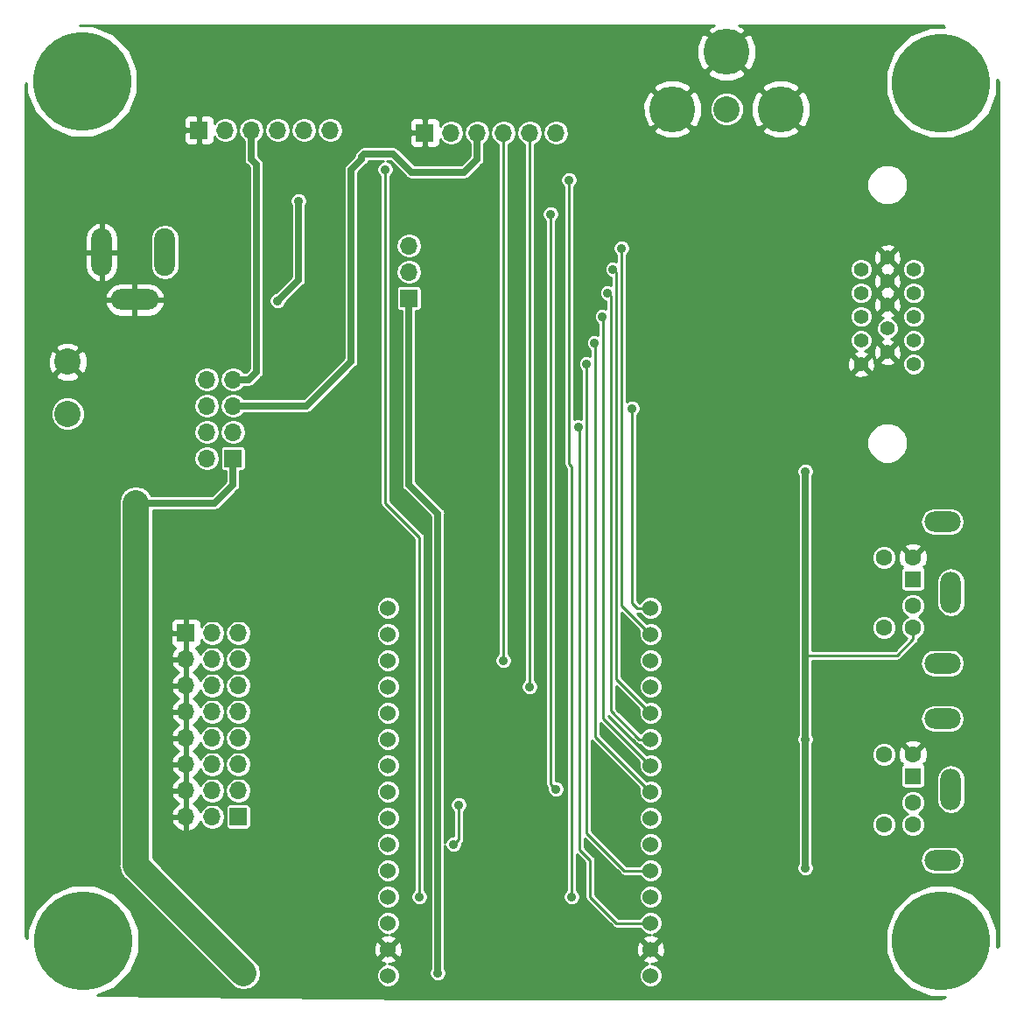
<source format=gbr>
G04 #@! TF.GenerationSoftware,KiCad,Pcbnew,(5.0.2)-1*
G04 #@! TF.CreationDate,2019-12-07T21:07:37-05:00*
G04 #@! TF.ProjectId,ESP-32_VGA,4553502d-3332-45f5-9647-412e6b696361,2*
G04 #@! TF.SameCoordinates,Original*
G04 #@! TF.FileFunction,Copper,L2,Bot*
G04 #@! TF.FilePolarity,Positive*
%FSLAX46Y46*%
G04 Gerber Fmt 4.6, Leading zero omitted, Abs format (unit mm)*
G04 Created by KiCad (PCBNEW (5.0.2)-1) date 12/7/2019 9:07:37 PM*
%MOMM*%
%LPD*%
G01*
G04 APERTURE LIST*
G04 #@! TA.AperFunction,ComponentPad*
%ADD10C,2.540000*%
G04 #@! TD*
G04 #@! TA.AperFunction,ComponentPad*
%ADD11C,9.525000*%
G04 #@! TD*
G04 #@! TA.AperFunction,ComponentPad*
%ADD12C,1.524000*%
G04 #@! TD*
G04 #@! TA.AperFunction,ComponentPad*
%ADD13O,2.000000X4.600000*%
G04 #@! TD*
G04 #@! TA.AperFunction,ComponentPad*
%ADD14O,4.600000X2.000000*%
G04 #@! TD*
G04 #@! TA.AperFunction,ComponentPad*
%ADD15R,1.700000X1.700000*%
G04 #@! TD*
G04 #@! TA.AperFunction,ComponentPad*
%ADD16O,1.700000X1.700000*%
G04 #@! TD*
G04 #@! TA.AperFunction,ComponentPad*
%ADD17C,1.397000*%
G04 #@! TD*
G04 #@! TA.AperFunction,ComponentPad*
%ADD18O,3.500000X2.000000*%
G04 #@! TD*
G04 #@! TA.AperFunction,ComponentPad*
%ADD19R,1.600000X1.600000*%
G04 #@! TD*
G04 #@! TA.AperFunction,ComponentPad*
%ADD20C,1.600000*%
G04 #@! TD*
G04 #@! TA.AperFunction,ComponentPad*
%ADD21O,2.000000X4.000000*%
G04 #@! TD*
G04 #@! TA.AperFunction,ComponentPad*
%ADD22C,4.445000*%
G04 #@! TD*
G04 #@! TA.AperFunction,ViaPad*
%ADD23C,0.889000*%
G04 #@! TD*
G04 #@! TA.AperFunction,Conductor*
%ADD24C,0.635000*%
G04 #@! TD*
G04 #@! TA.AperFunction,Conductor*
%ADD25C,0.254000*%
G04 #@! TD*
G04 #@! TA.AperFunction,Conductor*
%ADD26C,2.540000*%
G04 #@! TD*
G04 APERTURE END LIST*
D10*
G04 #@! TO.P,J15,2*
G04 #@! TO.N,GND*
X14478000Y-43006000D03*
G04 #@! TO.P,J15,1*
G04 #@! TO.N,/DCIN*
X14478000Y-48006000D03*
G04 #@! TD*
D11*
G04 #@! TO.P,MTG1,1*
G04 #@! TO.N,N/C*
X15875000Y-15875000D03*
G04 #@! TD*
G04 #@! TO.P,MTG2,1*
G04 #@! TO.N,N/C*
X99000000Y-99000000D03*
G04 #@! TD*
G04 #@! TO.P,MTG3,1*
G04 #@! TO.N,N/C*
X16000000Y-99000000D03*
G04 #@! TD*
G04 #@! TO.P,MTG?1,1*
G04 #@! TO.N,N/C*
X99000000Y-16000000D03*
G04 #@! TD*
D12*
G04 #@! TO.P,U1,1*
G04 #@! TO.N,/ESP3V*
X70866000Y-102362000D03*
G04 #@! TO.P,U1,2*
G04 #@! TO.N,GND*
X70866000Y-99822000D03*
G04 #@! TO.P,U1,3*
G04 #@! TO.N,/VSYNC*
X70866000Y-97282000D03*
G04 #@! TO.P,U1,4*
G04 #@! TO.N,/TX2*
X70866000Y-94742000D03*
G04 #@! TO.P,U1,5*
G04 #@! TO.N,/BLULO*
X70866000Y-92202000D03*
G04 #@! TO.P,U1,6*
G04 #@! TO.N,/GP16*
X70866000Y-89662000D03*
G04 #@! TO.P,U1,7*
G04 #@! TO.N,/GP17*
X70866000Y-87122000D03*
G04 #@! TO.P,U1,8*
G04 #@! TO.N,/BLUHI*
X70866000Y-84582000D03*
G04 #@! TO.P,U1,9*
G04 #@! TO.N,/GRNLO*
X70866000Y-82042000D03*
G04 #@! TO.P,U1,10*
G04 #@! TO.N,/GRNHI*
X70866000Y-79502000D03*
G04 #@! TO.P,U1,11*
G04 #@! TO.N,/REDLO*
X70866000Y-76962000D03*
G04 #@! TO.P,U1,12*
G04 #@! TO.N,/RX0*
X70866000Y-74422000D03*
G04 #@! TO.P,U1,13*
G04 #@! TO.N,/TX0*
X70866000Y-71882000D03*
G04 #@! TO.P,U1,14*
G04 #@! TO.N,/REDHI*
X70866000Y-69342000D03*
G04 #@! TO.P,U1,15*
G04 #@! TO.N,/HSYNC*
X70866000Y-66802000D03*
G04 #@! TO.P,U1,16*
G04 #@! TO.N,/EN*
X45466000Y-66802000D03*
G04 #@! TO.P,U1,17*
G04 #@! TO.N,/VP*
X45466000Y-69342000D03*
G04 #@! TO.P,U1,18*
G04 #@! TO.N,/VN*
X45466000Y-71882000D03*
G04 #@! TO.P,U1,19*
G04 #@! TO.N,/GP34*
X45466000Y-74422000D03*
G04 #@! TO.P,U1,20*
G04 #@! TO.N,/GP35*
X45466000Y-76962000D03*
G04 #@! TO.P,U1,21*
G04 #@! TO.N,/KBDAT*
X45466000Y-79502000D03*
G04 #@! TO.P,U1,22*
G04 #@! TO.N,/KBCLK*
X45466000Y-82042000D03*
G04 #@! TO.P,U1,23*
G04 #@! TO.N,/AUDIO*
X45466000Y-84582000D03*
G04 #@! TO.P,U1,24*
G04 #@! TO.N,/MSECLK*
X45466000Y-87122000D03*
G04 #@! TO.P,U1,25*
G04 #@! TO.N,/MSEDAT*
X45466000Y-89662000D03*
G04 #@! TO.P,U1,26*
G04 #@! TO.N,/GP14*
X45466000Y-92202000D03*
G04 #@! TO.P,U1,27*
G04 #@! TO.N,/RX2*
X45466000Y-94742000D03*
G04 #@! TO.P,U1,28*
G04 #@! TO.N,/GP13*
X45466000Y-97282000D03*
G04 #@! TO.P,U1,29*
G04 #@! TO.N,GND*
X45466000Y-99822000D03*
G04 #@! TO.P,U1,30*
G04 #@! TO.N,/VUSB*
X45466000Y-102362000D03*
G04 #@! TD*
D13*
G04 #@! TO.P,J1,2*
G04 #@! TO.N,GND*
X17780000Y-32385000D03*
G04 #@! TO.P,J1,1*
G04 #@! TO.N,/DCIN*
X23880000Y-32385000D03*
D14*
G04 #@! TO.P,J1,3*
G04 #@! TO.N,GND*
X20980000Y-36985000D03*
G04 #@! TD*
D15*
G04 #@! TO.P,H1,1*
G04 #@! TO.N,/ESP3V*
X47498000Y-36830000D03*
D16*
G04 #@! TO.P,H1,2*
G04 #@! TO.N,Net-(F1-Pad2)*
X47498000Y-34290000D03*
G04 #@! TO.P,H1,3*
G04 #@! TO.N,/VO3*
X47498000Y-31750000D03*
G04 #@! TD*
D15*
G04 #@! TO.P,H2,1*
G04 #@! TO.N,/VUSB*
X30480000Y-52324000D03*
D16*
G04 #@! TO.P,H2,2*
G04 #@! TO.N,+5V*
X27940000Y-52324000D03*
G04 #@! TO.P,H2,3*
G04 #@! TO.N,/DCIN*
X30480000Y-49784000D03*
G04 #@! TO.P,H2,4*
G04 #@! TO.N,+5V*
X27940000Y-49784000D03*
G04 #@! TO.P,H2,5*
G04 #@! TO.N,/FTDI5V0*
X30480000Y-47244000D03*
G04 #@! TO.P,H2,6*
G04 #@! TO.N,+5V*
X27940000Y-47244000D03*
G04 #@! TO.P,H2,7*
G04 #@! TO.N,/FTDI5V2*
X30480000Y-44704000D03*
G04 #@! TO.P,H2,8*
G04 #@! TO.N,+5V*
X27940000Y-44704000D03*
G04 #@! TD*
D17*
G04 #@! TO.P,P3,3*
G04 #@! TO.N,Net-(P3-Pad3)*
X91239340Y-38620700D03*
G04 #@! TO.P,P3,2*
G04 #@! TO.N,Net-(P3-Pad2)*
X91239340Y-36334700D03*
G04 #@! TO.P,P3,1*
G04 #@! TO.N,Net-(P3-Pad1)*
X91239340Y-34043620D03*
G04 #@! TO.P,P3,4*
G04 #@! TO.N,Net-(P3-Pad4)*
X91239340Y-40914320D03*
G04 #@! TO.P,P3,5*
G04 #@! TO.N,GND*
X91239340Y-43202860D03*
G04 #@! TO.P,P3,9*
G04 #@! TO.N,Net-(P3-Pad9)*
X93779340Y-39768780D03*
G04 #@! TO.P,P3,8*
G04 #@! TO.N,GND*
X93779340Y-37480240D03*
G04 #@! TO.P,P3,7*
X93779340Y-35189160D03*
G04 #@! TO.P,P3,6*
X93779340Y-32898080D03*
G04 #@! TO.P,P3,10*
X93779340Y-42059860D03*
G04 #@! TO.P,P3,11*
G04 #@! TO.N,Net-(P3-Pad11)*
X96319340Y-34043620D03*
G04 #@! TO.P,P3,12*
G04 #@! TO.N,Net-(P3-Pad12)*
X96319340Y-36334700D03*
G04 #@! TO.P,P3,13*
G04 #@! TO.N,/HSYNC*
X96316800Y-38623240D03*
G04 #@! TO.P,P3,14*
G04 #@! TO.N,/VSYNC*
X96319340Y-40914320D03*
G04 #@! TO.P,P3,15*
G04 #@! TO.N,Net-(P3-Pad15)*
X96319340Y-43202860D03*
G04 #@! TD*
D15*
G04 #@! TO.P,P4,1*
G04 #@! TO.N,/GP13*
X30988000Y-86995000D03*
D16*
G04 #@! TO.P,P4,2*
G04 #@! TO.N,/GP14*
X30988000Y-84455000D03*
G04 #@! TO.P,P4,3*
G04 #@! TO.N,/GP16*
X30988000Y-81915000D03*
G04 #@! TO.P,P4,4*
G04 #@! TO.N,/GP17*
X30988000Y-79375000D03*
G04 #@! TO.P,P4,5*
G04 #@! TO.N,/GP35*
X30988000Y-76835000D03*
G04 #@! TO.P,P4,6*
G04 #@! TO.N,/GP34*
X30988000Y-74295000D03*
G04 #@! TO.P,P4,7*
G04 #@! TO.N,/VN*
X30988000Y-71755000D03*
G04 #@! TO.P,P4,8*
G04 #@! TO.N,/VP*
X30988000Y-69215000D03*
G04 #@! TD*
D18*
G04 #@! TO.P,J3,7*
G04 #@! TO.N,N/C*
X99116000Y-72158000D03*
X99116000Y-58458000D03*
D19*
G04 #@! TO.P,J3,1*
G04 #@! TO.N,Net-(J3-Pad1)*
X96266000Y-64008000D03*
D20*
G04 #@! TO.P,J3,2*
G04 #@! TO.N,Net-(J3-Pad2)*
X96266000Y-66608000D03*
G04 #@! TO.P,J3,3*
G04 #@! TO.N,GND*
X96266000Y-61908000D03*
G04 #@! TO.P,J3,4*
G04 #@! TO.N,+5V*
X96266000Y-68708000D03*
G04 #@! TO.P,J3,5*
G04 #@! TO.N,Net-(J3-Pad5)*
X93466000Y-61908000D03*
G04 #@! TO.P,J3,6*
G04 #@! TO.N,Net-(J3-Pad6)*
X93466000Y-68708000D03*
D21*
G04 #@! TO.P,J3,7*
G04 #@! TO.N,N/C*
X99916000Y-65308000D03*
G04 #@! TD*
G04 #@! TO.P,J4,7*
G04 #@! TO.N,N/C*
X99916000Y-84358000D03*
D20*
G04 #@! TO.P,J4,6*
G04 #@! TO.N,Net-(J4-Pad6)*
X93466000Y-87758000D03*
G04 #@! TO.P,J4,5*
G04 #@! TO.N,Net-(J4-Pad5)*
X93466000Y-80958000D03*
G04 #@! TO.P,J4,4*
G04 #@! TO.N,+5V*
X96266000Y-87758000D03*
G04 #@! TO.P,J4,3*
G04 #@! TO.N,GND*
X96266000Y-80958000D03*
G04 #@! TO.P,J4,2*
G04 #@! TO.N,Net-(J4-Pad2)*
X96266000Y-85658000D03*
D19*
G04 #@! TO.P,J4,1*
G04 #@! TO.N,Net-(J4-Pad1)*
X96266000Y-83058000D03*
D18*
G04 #@! TO.P,J4,7*
G04 #@! TO.N,N/C*
X99116000Y-77508000D03*
X99116000Y-91208000D03*
G04 #@! TD*
D15*
G04 #@! TO.P,P2,1*
G04 #@! TO.N,GND*
X25908000Y-69215000D03*
D16*
G04 #@! TO.P,P2,2*
G04 #@! TO.N,+3V3*
X28448000Y-69215000D03*
G04 #@! TO.P,P2,3*
G04 #@! TO.N,GND*
X25908000Y-71755000D03*
G04 #@! TO.P,P2,4*
G04 #@! TO.N,+3V3*
X28448000Y-71755000D03*
G04 #@! TO.P,P2,5*
G04 #@! TO.N,GND*
X25908000Y-74295000D03*
G04 #@! TO.P,P2,6*
G04 #@! TO.N,+3V3*
X28448000Y-74295000D03*
G04 #@! TO.P,P2,7*
G04 #@! TO.N,GND*
X25908000Y-76835000D03*
G04 #@! TO.P,P2,8*
G04 #@! TO.N,+3V3*
X28448000Y-76835000D03*
G04 #@! TO.P,P2,9*
G04 #@! TO.N,GND*
X25908000Y-79375000D03*
G04 #@! TO.P,P2,10*
G04 #@! TO.N,+3V3*
X28448000Y-79375000D03*
G04 #@! TO.P,P2,11*
G04 #@! TO.N,GND*
X25908000Y-81915000D03*
G04 #@! TO.P,P2,12*
G04 #@! TO.N,+3V3*
X28448000Y-81915000D03*
G04 #@! TO.P,P2,13*
G04 #@! TO.N,GND*
X25908000Y-84455000D03*
G04 #@! TO.P,P2,14*
G04 #@! TO.N,+3V3*
X28448000Y-84455000D03*
G04 #@! TO.P,P2,15*
G04 #@! TO.N,GND*
X25908000Y-86995000D03*
G04 #@! TO.P,P2,16*
G04 #@! TO.N,+3V3*
X28448000Y-86995000D03*
G04 #@! TD*
D22*
G04 #@! TO.P,J5,1*
G04 #@! TO.N,GND*
X78232000Y-13030200D03*
G04 #@! TO.P,J5,2*
X72986900Y-18542000D03*
G04 #@! TO.P,J5,3*
X83477100Y-18542000D03*
D10*
G04 #@! TO.P,J5,4*
G04 #@! TO.N,Net-(C7-Pad2)*
X78232000Y-18542000D03*
G04 #@! TD*
D16*
G04 #@! TO.P,J2,6*
G04 #@! TO.N,Net-(J2-Pad6)*
X61722000Y-20828000D03*
G04 #@! TO.P,J2,5*
G04 #@! TO.N,/RX0*
X59182000Y-20828000D03*
G04 #@! TO.P,J2,4*
G04 #@! TO.N,/TX0*
X56642000Y-20828000D03*
G04 #@! TO.P,J2,3*
G04 #@! TO.N,/FTDI5V0*
X54102000Y-20828000D03*
G04 #@! TO.P,J2,2*
G04 #@! TO.N,Net-(J2-Pad2)*
X51562000Y-20828000D03*
D15*
G04 #@! TO.P,J2,1*
G04 #@! TO.N,GND*
X49022000Y-20828000D03*
G04 #@! TD*
G04 #@! TO.P,J6,1*
G04 #@! TO.N,GND*
X27178000Y-20574000D03*
D16*
G04 #@! TO.P,J6,2*
G04 #@! TO.N,Net-(J6-Pad2)*
X29718000Y-20574000D03*
G04 #@! TO.P,J6,3*
G04 #@! TO.N,/FTDI5V2*
X32258000Y-20574000D03*
G04 #@! TO.P,J6,4*
G04 #@! TO.N,/TX2*
X34798000Y-20574000D03*
G04 #@! TO.P,J6,5*
G04 #@! TO.N,/RX2*
X37338000Y-20574000D03*
G04 #@! TO.P,J6,6*
G04 #@! TO.N,Net-(J6-Pad6)*
X39878000Y-20574000D03*
G04 #@! TD*
D23*
G04 #@! TO.N,+5V*
X85852000Y-53594000D03*
X85852000Y-91948000D03*
X85852000Y-79502000D03*
X34798000Y-37084000D03*
X36830000Y-27432000D03*
G04 #@! TO.N,GND*
X80264000Y-89916000D03*
X40640000Y-36322000D03*
X46228000Y-45466000D03*
X27940000Y-38862000D03*
X77470000Y-28448000D03*
X83312000Y-102108000D03*
G04 #@! TO.N,/TX0*
X56642000Y-71882000D03*
G04 #@! TO.N,/RX0*
X59182000Y-74422000D03*
G04 #@! TO.N,/TX2*
X63246000Y-94742000D03*
X62992000Y-25400000D03*
G04 #@! TO.N,/VUSB*
X31496000Y-102108000D03*
G04 #@! TO.N,/ESP3V*
X50292000Y-102108000D03*
G04 #@! TO.N,/HSYNC*
X69088000Y-47498000D03*
G04 #@! TO.N,/VSYNC*
X63881000Y-49276000D03*
G04 #@! TO.N,/REDHI*
X68072000Y-32004000D03*
G04 #@! TO.N,/REDLO*
X67246500Y-34036000D03*
G04 #@! TO.N,/GRNHI*
X66738500Y-36322000D03*
G04 #@! TO.N,/GRNLO*
X66230500Y-38608000D03*
G04 #@! TO.N,/BLUHI*
X65468500Y-41148000D03*
G04 #@! TO.N,/BLULO*
X64706500Y-43180000D03*
G04 #@! TO.N,/AUDIO*
X61722000Y-84328000D03*
X61214000Y-28702000D03*
G04 #@! TO.N,/MSEDAT*
X52324000Y-85852000D03*
X51816000Y-89662000D03*
G04 #@! TO.N,/RX2*
X45212000Y-24384000D03*
X48514000Y-94742000D03*
G04 #@! TD*
D24*
G04 #@! TO.N,+5V*
X85852000Y-79502000D02*
X85852000Y-91948000D01*
D25*
X96266000Y-69839370D02*
X94731370Y-71374000D01*
X96266000Y-68708000D02*
X96266000Y-69839370D01*
X94731370Y-71374000D02*
X85852000Y-71374000D01*
D24*
X85852000Y-53594000D02*
X85852000Y-71374000D01*
X85852000Y-71374000D02*
X85852000Y-79502000D01*
X34798000Y-37084000D02*
X36830000Y-35052000D01*
X36830000Y-35052000D02*
X36830000Y-27432000D01*
D25*
G04 #@! TO.N,/TX0*
X56642000Y-67564000D02*
X56642000Y-71882000D01*
X56642000Y-67564000D02*
X56642000Y-20828000D01*
G04 #@! TO.N,/RX0*
X59182000Y-20828000D02*
X59182000Y-74422000D01*
G04 #@! TO.N,/TX2*
X63246000Y-94742000D02*
X63246000Y-53086000D01*
X62992000Y-49608742D02*
X62992000Y-25400000D01*
X63246000Y-53086000D02*
X62992000Y-52832000D01*
X62992000Y-52832000D02*
X62992000Y-49608742D01*
D26*
G04 #@! TO.N,/VUSB*
X31496000Y-102108000D02*
X21082000Y-91694000D01*
D24*
X28702000Y-56642000D02*
X21082000Y-56642000D01*
X30480000Y-54864000D02*
X28702000Y-56642000D01*
X30480000Y-52324000D02*
X30480000Y-54864000D01*
D26*
X21082000Y-91694000D02*
X21082000Y-56642000D01*
D24*
G04 #@! TO.N,/ESP3V*
X50292000Y-61214000D02*
X50292000Y-102108000D01*
X50292000Y-57658000D02*
X50292000Y-61214000D01*
X47498000Y-54864000D02*
X50292000Y-57658000D01*
X47498000Y-36830000D02*
X47498000Y-54864000D01*
G04 #@! TO.N,/FTDI5V0*
X42926001Y-23367999D02*
X42926001Y-23113999D01*
X41910000Y-24384000D02*
X42926001Y-23367999D01*
X42926001Y-23113999D02*
X43180000Y-22860000D01*
X43180000Y-22860000D02*
X45974000Y-22860000D01*
X45974000Y-22860000D02*
X47752000Y-24638000D01*
X47752000Y-24638000D02*
X52832000Y-24638000D01*
X54102000Y-23368000D02*
X54102000Y-20828000D01*
X52832000Y-24638000D02*
X54102000Y-23368000D01*
X37592000Y-47244000D02*
X41910000Y-42926000D01*
X30480000Y-47244000D02*
X37592000Y-47244000D01*
X41910000Y-42926000D02*
X41910000Y-24384000D01*
G04 #@! TO.N,/FTDI5V2*
X30480000Y-44704000D02*
X32004000Y-44704000D01*
X32004000Y-44704000D02*
X32766000Y-43942000D01*
X32766000Y-43942000D02*
X32766000Y-23876000D01*
X32258000Y-23368000D02*
X32258000Y-20574000D01*
X32766000Y-23876000D02*
X32258000Y-23368000D01*
D25*
G04 #@! TO.N,/HSYNC*
X70866000Y-66802000D02*
X69596000Y-66802000D01*
X69596000Y-66802000D02*
X69088000Y-66294000D01*
X69088000Y-66294000D02*
X69088000Y-47498000D01*
G04 #@! TO.N,/VSYNC*
X67564000Y-97282000D02*
X70866000Y-97282000D01*
X65024000Y-94742000D02*
X67564000Y-97282000D01*
X65024000Y-91186000D02*
X65024000Y-94742000D01*
X64008000Y-90170000D02*
X65024000Y-91186000D01*
X64008000Y-49403000D02*
X64008000Y-90170000D01*
X63881000Y-49276000D02*
X64008000Y-49403000D01*
G04 #@! TO.N,/REDHI*
X70866000Y-69342000D02*
X68072000Y-66548000D01*
X68072000Y-66548000D02*
X68072000Y-32004000D01*
G04 #@! TO.N,/REDLO*
X70866000Y-76962000D02*
X67564000Y-73660000D01*
X67564000Y-73660000D02*
X67564000Y-34353500D01*
X67564000Y-34353500D02*
X67246500Y-34036000D01*
G04 #@! TO.N,/GRNHI*
X69788370Y-79502000D02*
X67056000Y-76769630D01*
X70866000Y-79502000D02*
X69788370Y-79502000D01*
X67056000Y-76769630D02*
X67056000Y-36639500D01*
X67056000Y-36639500D02*
X66738500Y-36322000D01*
G04 #@! TO.N,/GRNLO*
X70866000Y-82042000D02*
X66294000Y-77470000D01*
X66294000Y-77470000D02*
X66294000Y-38671500D01*
X66294000Y-38671500D02*
X66230500Y-38608000D01*
G04 #@! TO.N,/BLUHI*
X70866000Y-84582000D02*
X65532000Y-79248000D01*
X65532000Y-79248000D02*
X65532000Y-41211500D01*
X65532000Y-41211500D02*
X65468500Y-41148000D01*
G04 #@! TO.N,/BLULO*
X64706500Y-85852000D02*
X64706500Y-43180000D01*
X64706500Y-88582500D02*
X64706500Y-85852000D01*
X68326000Y-92202000D02*
X64706500Y-88582500D01*
X70866000Y-92202000D02*
X68326000Y-92202000D01*
G04 #@! TO.N,/AUDIO*
X61722000Y-84328000D02*
X61214000Y-83820000D01*
X61214000Y-83820000D02*
X61214000Y-28702000D01*
G04 #@! TO.N,/MSEDAT*
X52324000Y-85852000D02*
X52324000Y-89154000D01*
X52324000Y-89154000D02*
X51816000Y-89662000D01*
G04 #@! TO.N,/RX2*
X45212000Y-24384000D02*
X45212000Y-56642000D01*
X45212000Y-56642000D02*
X48514000Y-59944000D01*
X48514000Y-59944000D02*
X48514000Y-94742000D01*
G04 #@! TD*
G04 #@! TO.N,GND*
G36*
X76623871Y-10600735D02*
X76375984Y-10994579D01*
X78232000Y-12850595D01*
X80088016Y-10994579D01*
X79840129Y-10600735D01*
X79425276Y-10431000D01*
X98982310Y-10431000D01*
X99166541Y-10446147D01*
X99322894Y-10602500D01*
X97926371Y-10602500D01*
X95942562Y-11424221D01*
X94424221Y-12942562D01*
X93602500Y-14926371D01*
X93602500Y-17073629D01*
X94424221Y-19057438D01*
X95942562Y-20575779D01*
X97926371Y-21397500D01*
X100073629Y-21397500D01*
X102057438Y-20575779D01*
X103575779Y-19057438D01*
X104397500Y-17073629D01*
X104397500Y-15677106D01*
X104561004Y-15840610D01*
X104569000Y-16010167D01*
X104569001Y-98982297D01*
X104527480Y-99487330D01*
X104397500Y-99612110D01*
X104397500Y-97926371D01*
X103575779Y-95942562D01*
X102057438Y-94424221D01*
X100073629Y-93602500D01*
X97926371Y-93602500D01*
X95942562Y-94424221D01*
X94424221Y-95942562D01*
X93602500Y-97926371D01*
X93602500Y-100073629D01*
X94424221Y-102057438D01*
X95942562Y-103575779D01*
X97926371Y-104397500D01*
X99412720Y-104397500D01*
X99246691Y-104556887D01*
X98989833Y-104569000D01*
X49126642Y-104569000D01*
X17369486Y-104274952D01*
X19057438Y-103575779D01*
X20575779Y-102057438D01*
X21397500Y-100073629D01*
X21397500Y-97926371D01*
X20575779Y-95942562D01*
X19057438Y-94424221D01*
X17073629Y-93602500D01*
X14926371Y-93602500D01*
X12942562Y-94424221D01*
X11424221Y-95942562D01*
X10602500Y-97926371D01*
X10602500Y-98786530D01*
X10431000Y-98628750D01*
X10431000Y-91694000D01*
X19398655Y-91694000D01*
X19431000Y-91856608D01*
X19526792Y-92338187D01*
X19891695Y-92884305D01*
X20029552Y-92976418D01*
X30443548Y-103390415D01*
X30851811Y-103663207D01*
X31495999Y-103791345D01*
X32140188Y-103663207D01*
X32686304Y-103298304D01*
X33051207Y-102752188D01*
X33174045Y-102134643D01*
X44323000Y-102134643D01*
X44323000Y-102589357D01*
X44497011Y-103009458D01*
X44818542Y-103330989D01*
X45238643Y-103505000D01*
X45693357Y-103505000D01*
X46113458Y-103330989D01*
X46434989Y-103009458D01*
X46609000Y-102589357D01*
X46609000Y-102134643D01*
X46434989Y-101714542D01*
X46113458Y-101393011D01*
X45693357Y-101219000D01*
X45500931Y-101219000D01*
X45813368Y-101203362D01*
X46197143Y-101044397D01*
X46266608Y-100802213D01*
X45466000Y-100001605D01*
X44665392Y-100802213D01*
X44734857Y-101044397D01*
X45231989Y-101221756D01*
X44818542Y-101393011D01*
X44497011Y-101714542D01*
X44323000Y-102134643D01*
X33174045Y-102134643D01*
X33179345Y-102107999D01*
X33051207Y-101463811D01*
X32778415Y-101055548D01*
X31337169Y-99614302D01*
X44056856Y-99614302D01*
X44084638Y-100169368D01*
X44243603Y-100553143D01*
X44485787Y-100622608D01*
X45286395Y-99822000D01*
X45645605Y-99822000D01*
X46446213Y-100622608D01*
X46688397Y-100553143D01*
X46875144Y-100029698D01*
X46847362Y-99474632D01*
X46688397Y-99090857D01*
X46446213Y-99021392D01*
X45645605Y-99822000D01*
X45286395Y-99822000D01*
X44485787Y-99021392D01*
X44243603Y-99090857D01*
X44056856Y-99614302D01*
X31337169Y-99614302D01*
X28777510Y-97054643D01*
X44323000Y-97054643D01*
X44323000Y-97509357D01*
X44497011Y-97929458D01*
X44818542Y-98250989D01*
X45238643Y-98425000D01*
X45431069Y-98425000D01*
X45118632Y-98440638D01*
X44734857Y-98599603D01*
X44665392Y-98841787D01*
X45466000Y-99642395D01*
X46266608Y-98841787D01*
X46197143Y-98599603D01*
X45700011Y-98422244D01*
X46113458Y-98250989D01*
X46434989Y-97929458D01*
X46609000Y-97509357D01*
X46609000Y-97054643D01*
X46434989Y-96634542D01*
X46113458Y-96313011D01*
X45693357Y-96139000D01*
X45238643Y-96139000D01*
X44818542Y-96313011D01*
X44497011Y-96634542D01*
X44323000Y-97054643D01*
X28777510Y-97054643D01*
X26237510Y-94514643D01*
X44323000Y-94514643D01*
X44323000Y-94969357D01*
X44497011Y-95389458D01*
X44818542Y-95710989D01*
X45238643Y-95885000D01*
X45693357Y-95885000D01*
X46113458Y-95710989D01*
X46434989Y-95389458D01*
X46609000Y-94969357D01*
X46609000Y-94514643D01*
X46434989Y-94094542D01*
X46113458Y-93773011D01*
X45693357Y-93599000D01*
X45238643Y-93599000D01*
X44818542Y-93773011D01*
X44497011Y-94094542D01*
X44323000Y-94514643D01*
X26237510Y-94514643D01*
X23697510Y-91974643D01*
X44323000Y-91974643D01*
X44323000Y-92429357D01*
X44497011Y-92849458D01*
X44818542Y-93170989D01*
X45238643Y-93345000D01*
X45693357Y-93345000D01*
X46113458Y-93170989D01*
X46434989Y-92849458D01*
X46609000Y-92429357D01*
X46609000Y-91974643D01*
X46434989Y-91554542D01*
X46113458Y-91233011D01*
X45693357Y-91059000D01*
X45238643Y-91059000D01*
X44818542Y-91233011D01*
X44497011Y-91554542D01*
X44323000Y-91974643D01*
X23697510Y-91974643D01*
X22733000Y-91010134D01*
X22733000Y-89434643D01*
X44323000Y-89434643D01*
X44323000Y-89889357D01*
X44497011Y-90309458D01*
X44818542Y-90630989D01*
X45238643Y-90805000D01*
X45693357Y-90805000D01*
X46113458Y-90630989D01*
X46434989Y-90309458D01*
X46609000Y-89889357D01*
X46609000Y-89434643D01*
X46434989Y-89014542D01*
X46113458Y-88693011D01*
X45693357Y-88519000D01*
X45238643Y-88519000D01*
X44818542Y-88693011D01*
X44497011Y-89014542D01*
X44323000Y-89434643D01*
X22733000Y-89434643D01*
X22733000Y-87351890D01*
X24466524Y-87351890D01*
X24636355Y-87761924D01*
X25026642Y-88190183D01*
X25551108Y-88436486D01*
X25781000Y-88315819D01*
X25781000Y-87122000D01*
X24587845Y-87122000D01*
X24466524Y-87351890D01*
X22733000Y-87351890D01*
X22733000Y-84811890D01*
X24466524Y-84811890D01*
X24636355Y-85221924D01*
X25026642Y-85650183D01*
X25185954Y-85725000D01*
X25026642Y-85799817D01*
X24636355Y-86228076D01*
X24466524Y-86638110D01*
X24587845Y-86868000D01*
X25781000Y-86868000D01*
X25781000Y-84582000D01*
X24587845Y-84582000D01*
X24466524Y-84811890D01*
X22733000Y-84811890D01*
X22733000Y-82271890D01*
X24466524Y-82271890D01*
X24636355Y-82681924D01*
X25026642Y-83110183D01*
X25185954Y-83185000D01*
X25026642Y-83259817D01*
X24636355Y-83688076D01*
X24466524Y-84098110D01*
X24587845Y-84328000D01*
X25781000Y-84328000D01*
X25781000Y-82042000D01*
X24587845Y-82042000D01*
X24466524Y-82271890D01*
X22733000Y-82271890D01*
X22733000Y-79731890D01*
X24466524Y-79731890D01*
X24636355Y-80141924D01*
X25026642Y-80570183D01*
X25185954Y-80645000D01*
X25026642Y-80719817D01*
X24636355Y-81148076D01*
X24466524Y-81558110D01*
X24587845Y-81788000D01*
X25781000Y-81788000D01*
X25781000Y-79502000D01*
X24587845Y-79502000D01*
X24466524Y-79731890D01*
X22733000Y-79731890D01*
X22733000Y-77191890D01*
X24466524Y-77191890D01*
X24636355Y-77601924D01*
X25026642Y-78030183D01*
X25185954Y-78105000D01*
X25026642Y-78179817D01*
X24636355Y-78608076D01*
X24466524Y-79018110D01*
X24587845Y-79248000D01*
X25781000Y-79248000D01*
X25781000Y-76962000D01*
X24587845Y-76962000D01*
X24466524Y-77191890D01*
X22733000Y-77191890D01*
X22733000Y-74651890D01*
X24466524Y-74651890D01*
X24636355Y-75061924D01*
X25026642Y-75490183D01*
X25185954Y-75565000D01*
X25026642Y-75639817D01*
X24636355Y-76068076D01*
X24466524Y-76478110D01*
X24587845Y-76708000D01*
X25781000Y-76708000D01*
X25781000Y-74422000D01*
X24587845Y-74422000D01*
X24466524Y-74651890D01*
X22733000Y-74651890D01*
X22733000Y-72111890D01*
X24466524Y-72111890D01*
X24636355Y-72521924D01*
X25026642Y-72950183D01*
X25185954Y-73025000D01*
X25026642Y-73099817D01*
X24636355Y-73528076D01*
X24466524Y-73938110D01*
X24587845Y-74168000D01*
X25781000Y-74168000D01*
X25781000Y-71882000D01*
X24587845Y-71882000D01*
X24466524Y-72111890D01*
X22733000Y-72111890D01*
X22733000Y-69500750D01*
X24423000Y-69500750D01*
X24423000Y-70191310D01*
X24519673Y-70424699D01*
X24698302Y-70603327D01*
X24907878Y-70690136D01*
X24636355Y-70988076D01*
X24466524Y-71398110D01*
X24587845Y-71628000D01*
X25781000Y-71628000D01*
X25781000Y-69342000D01*
X24581750Y-69342000D01*
X24423000Y-69500750D01*
X22733000Y-69500750D01*
X22733000Y-68238690D01*
X24423000Y-68238690D01*
X24423000Y-68929250D01*
X24581750Y-69088000D01*
X25781000Y-69088000D01*
X25781000Y-67888750D01*
X26035000Y-67888750D01*
X26035000Y-69088000D01*
X26055000Y-69088000D01*
X26055000Y-69342000D01*
X26035000Y-69342000D01*
X26035000Y-71628000D01*
X26055000Y-71628000D01*
X26055000Y-71882000D01*
X26035000Y-71882000D01*
X26035000Y-74168000D01*
X26055000Y-74168000D01*
X26055000Y-74422000D01*
X26035000Y-74422000D01*
X26035000Y-76708000D01*
X26055000Y-76708000D01*
X26055000Y-76962000D01*
X26035000Y-76962000D01*
X26035000Y-79248000D01*
X26055000Y-79248000D01*
X26055000Y-79502000D01*
X26035000Y-79502000D01*
X26035000Y-81788000D01*
X26055000Y-81788000D01*
X26055000Y-82042000D01*
X26035000Y-82042000D01*
X26035000Y-84328000D01*
X26055000Y-84328000D01*
X26055000Y-84582000D01*
X26035000Y-84582000D01*
X26035000Y-86868000D01*
X26055000Y-86868000D01*
X26055000Y-87122000D01*
X26035000Y-87122000D01*
X26035000Y-88315819D01*
X26264892Y-88436486D01*
X26789358Y-88190183D01*
X27179645Y-87761924D01*
X27294555Y-87484488D01*
X27560499Y-87882501D01*
X27967688Y-88154576D01*
X28326761Y-88226000D01*
X28569239Y-88226000D01*
X28928312Y-88154576D01*
X29335501Y-87882501D01*
X29607576Y-87475312D01*
X29703116Y-86995000D01*
X29607576Y-86514688D01*
X29360559Y-86145000D01*
X29749536Y-86145000D01*
X29749536Y-87845000D01*
X29779106Y-87993659D01*
X29863314Y-88119686D01*
X29989341Y-88203894D01*
X30138000Y-88233464D01*
X31838000Y-88233464D01*
X31986659Y-88203894D01*
X32112686Y-88119686D01*
X32196894Y-87993659D01*
X32226464Y-87845000D01*
X32226464Y-86894643D01*
X44323000Y-86894643D01*
X44323000Y-87349357D01*
X44497011Y-87769458D01*
X44818542Y-88090989D01*
X45238643Y-88265000D01*
X45693357Y-88265000D01*
X46113458Y-88090989D01*
X46434989Y-87769458D01*
X46609000Y-87349357D01*
X46609000Y-86894643D01*
X46434989Y-86474542D01*
X46113458Y-86153011D01*
X45693357Y-85979000D01*
X45238643Y-85979000D01*
X44818542Y-86153011D01*
X44497011Y-86474542D01*
X44323000Y-86894643D01*
X32226464Y-86894643D01*
X32226464Y-86145000D01*
X32196894Y-85996341D01*
X32112686Y-85870314D01*
X31986659Y-85786106D01*
X31838000Y-85756536D01*
X30138000Y-85756536D01*
X29989341Y-85786106D01*
X29863314Y-85870314D01*
X29779106Y-85996341D01*
X29749536Y-86145000D01*
X29360559Y-86145000D01*
X29335501Y-86107499D01*
X28928312Y-85835424D01*
X28569239Y-85764000D01*
X28326761Y-85764000D01*
X27967688Y-85835424D01*
X27560499Y-86107499D01*
X27294555Y-86505512D01*
X27179645Y-86228076D01*
X26789358Y-85799817D01*
X26630046Y-85725000D01*
X26789358Y-85650183D01*
X27179645Y-85221924D01*
X27294555Y-84944488D01*
X27560499Y-85342501D01*
X27967688Y-85614576D01*
X28326761Y-85686000D01*
X28569239Y-85686000D01*
X28928312Y-85614576D01*
X29335501Y-85342501D01*
X29607576Y-84935312D01*
X29703116Y-84455000D01*
X29732884Y-84455000D01*
X29828424Y-84935312D01*
X30100499Y-85342501D01*
X30507688Y-85614576D01*
X30866761Y-85686000D01*
X31109239Y-85686000D01*
X31468312Y-85614576D01*
X31875501Y-85342501D01*
X32147576Y-84935312D01*
X32243116Y-84455000D01*
X32223154Y-84354643D01*
X44323000Y-84354643D01*
X44323000Y-84809357D01*
X44497011Y-85229458D01*
X44818542Y-85550989D01*
X45238643Y-85725000D01*
X45693357Y-85725000D01*
X46113458Y-85550989D01*
X46434989Y-85229458D01*
X46609000Y-84809357D01*
X46609000Y-84354643D01*
X46434989Y-83934542D01*
X46113458Y-83613011D01*
X45693357Y-83439000D01*
X45238643Y-83439000D01*
X44818542Y-83613011D01*
X44497011Y-83934542D01*
X44323000Y-84354643D01*
X32223154Y-84354643D01*
X32147576Y-83974688D01*
X31875501Y-83567499D01*
X31468312Y-83295424D01*
X31109239Y-83224000D01*
X30866761Y-83224000D01*
X30507688Y-83295424D01*
X30100499Y-83567499D01*
X29828424Y-83974688D01*
X29732884Y-84455000D01*
X29703116Y-84455000D01*
X29607576Y-83974688D01*
X29335501Y-83567499D01*
X28928312Y-83295424D01*
X28569239Y-83224000D01*
X28326761Y-83224000D01*
X27967688Y-83295424D01*
X27560499Y-83567499D01*
X27294555Y-83965512D01*
X27179645Y-83688076D01*
X26789358Y-83259817D01*
X26630046Y-83185000D01*
X26789358Y-83110183D01*
X27179645Y-82681924D01*
X27294555Y-82404488D01*
X27560499Y-82802501D01*
X27967688Y-83074576D01*
X28326761Y-83146000D01*
X28569239Y-83146000D01*
X28928312Y-83074576D01*
X29335501Y-82802501D01*
X29607576Y-82395312D01*
X29703116Y-81915000D01*
X29732884Y-81915000D01*
X29828424Y-82395312D01*
X30100499Y-82802501D01*
X30507688Y-83074576D01*
X30866761Y-83146000D01*
X31109239Y-83146000D01*
X31468312Y-83074576D01*
X31875501Y-82802501D01*
X32147576Y-82395312D01*
X32243116Y-81915000D01*
X32223154Y-81814643D01*
X44323000Y-81814643D01*
X44323000Y-82269357D01*
X44497011Y-82689458D01*
X44818542Y-83010989D01*
X45238643Y-83185000D01*
X45693357Y-83185000D01*
X46113458Y-83010989D01*
X46434989Y-82689458D01*
X46609000Y-82269357D01*
X46609000Y-81814643D01*
X46434989Y-81394542D01*
X46113458Y-81073011D01*
X45693357Y-80899000D01*
X45238643Y-80899000D01*
X44818542Y-81073011D01*
X44497011Y-81394542D01*
X44323000Y-81814643D01*
X32223154Y-81814643D01*
X32147576Y-81434688D01*
X31875501Y-81027499D01*
X31468312Y-80755424D01*
X31109239Y-80684000D01*
X30866761Y-80684000D01*
X30507688Y-80755424D01*
X30100499Y-81027499D01*
X29828424Y-81434688D01*
X29732884Y-81915000D01*
X29703116Y-81915000D01*
X29607576Y-81434688D01*
X29335501Y-81027499D01*
X28928312Y-80755424D01*
X28569239Y-80684000D01*
X28326761Y-80684000D01*
X27967688Y-80755424D01*
X27560499Y-81027499D01*
X27294555Y-81425512D01*
X27179645Y-81148076D01*
X26789358Y-80719817D01*
X26630046Y-80645000D01*
X26789358Y-80570183D01*
X27179645Y-80141924D01*
X27294555Y-79864488D01*
X27560499Y-80262501D01*
X27967688Y-80534576D01*
X28326761Y-80606000D01*
X28569239Y-80606000D01*
X28928312Y-80534576D01*
X29335501Y-80262501D01*
X29607576Y-79855312D01*
X29703116Y-79375000D01*
X29732884Y-79375000D01*
X29828424Y-79855312D01*
X30100499Y-80262501D01*
X30507688Y-80534576D01*
X30866761Y-80606000D01*
X31109239Y-80606000D01*
X31468312Y-80534576D01*
X31875501Y-80262501D01*
X32147576Y-79855312D01*
X32243116Y-79375000D01*
X32223154Y-79274643D01*
X44323000Y-79274643D01*
X44323000Y-79729357D01*
X44497011Y-80149458D01*
X44818542Y-80470989D01*
X45238643Y-80645000D01*
X45693357Y-80645000D01*
X46113458Y-80470989D01*
X46434989Y-80149458D01*
X46609000Y-79729357D01*
X46609000Y-79274643D01*
X46434989Y-78854542D01*
X46113458Y-78533011D01*
X45693357Y-78359000D01*
X45238643Y-78359000D01*
X44818542Y-78533011D01*
X44497011Y-78854542D01*
X44323000Y-79274643D01*
X32223154Y-79274643D01*
X32147576Y-78894688D01*
X31875501Y-78487499D01*
X31468312Y-78215424D01*
X31109239Y-78144000D01*
X30866761Y-78144000D01*
X30507688Y-78215424D01*
X30100499Y-78487499D01*
X29828424Y-78894688D01*
X29732884Y-79375000D01*
X29703116Y-79375000D01*
X29607576Y-78894688D01*
X29335501Y-78487499D01*
X28928312Y-78215424D01*
X28569239Y-78144000D01*
X28326761Y-78144000D01*
X27967688Y-78215424D01*
X27560499Y-78487499D01*
X27294555Y-78885512D01*
X27179645Y-78608076D01*
X26789358Y-78179817D01*
X26630046Y-78105000D01*
X26789358Y-78030183D01*
X27179645Y-77601924D01*
X27294555Y-77324488D01*
X27560499Y-77722501D01*
X27967688Y-77994576D01*
X28326761Y-78066000D01*
X28569239Y-78066000D01*
X28928312Y-77994576D01*
X29335501Y-77722501D01*
X29607576Y-77315312D01*
X29703116Y-76835000D01*
X29732884Y-76835000D01*
X29828424Y-77315312D01*
X30100499Y-77722501D01*
X30507688Y-77994576D01*
X30866761Y-78066000D01*
X31109239Y-78066000D01*
X31468312Y-77994576D01*
X31875501Y-77722501D01*
X32147576Y-77315312D01*
X32243116Y-76835000D01*
X32223154Y-76734643D01*
X44323000Y-76734643D01*
X44323000Y-77189357D01*
X44497011Y-77609458D01*
X44818542Y-77930989D01*
X45238643Y-78105000D01*
X45693357Y-78105000D01*
X46113458Y-77930989D01*
X46434989Y-77609458D01*
X46609000Y-77189357D01*
X46609000Y-76734643D01*
X46434989Y-76314542D01*
X46113458Y-75993011D01*
X45693357Y-75819000D01*
X45238643Y-75819000D01*
X44818542Y-75993011D01*
X44497011Y-76314542D01*
X44323000Y-76734643D01*
X32223154Y-76734643D01*
X32147576Y-76354688D01*
X31875501Y-75947499D01*
X31468312Y-75675424D01*
X31109239Y-75604000D01*
X30866761Y-75604000D01*
X30507688Y-75675424D01*
X30100499Y-75947499D01*
X29828424Y-76354688D01*
X29732884Y-76835000D01*
X29703116Y-76835000D01*
X29607576Y-76354688D01*
X29335501Y-75947499D01*
X28928312Y-75675424D01*
X28569239Y-75604000D01*
X28326761Y-75604000D01*
X27967688Y-75675424D01*
X27560499Y-75947499D01*
X27294555Y-76345512D01*
X27179645Y-76068076D01*
X26789358Y-75639817D01*
X26630046Y-75565000D01*
X26789358Y-75490183D01*
X27179645Y-75061924D01*
X27294555Y-74784488D01*
X27560499Y-75182501D01*
X27967688Y-75454576D01*
X28326761Y-75526000D01*
X28569239Y-75526000D01*
X28928312Y-75454576D01*
X29335501Y-75182501D01*
X29607576Y-74775312D01*
X29703116Y-74295000D01*
X29732884Y-74295000D01*
X29828424Y-74775312D01*
X30100499Y-75182501D01*
X30507688Y-75454576D01*
X30866761Y-75526000D01*
X31109239Y-75526000D01*
X31468312Y-75454576D01*
X31875501Y-75182501D01*
X32147576Y-74775312D01*
X32243116Y-74295000D01*
X32223154Y-74194643D01*
X44323000Y-74194643D01*
X44323000Y-74649357D01*
X44497011Y-75069458D01*
X44818542Y-75390989D01*
X45238643Y-75565000D01*
X45693357Y-75565000D01*
X46113458Y-75390989D01*
X46434989Y-75069458D01*
X46609000Y-74649357D01*
X46609000Y-74194643D01*
X46434989Y-73774542D01*
X46113458Y-73453011D01*
X45693357Y-73279000D01*
X45238643Y-73279000D01*
X44818542Y-73453011D01*
X44497011Y-73774542D01*
X44323000Y-74194643D01*
X32223154Y-74194643D01*
X32147576Y-73814688D01*
X31875501Y-73407499D01*
X31468312Y-73135424D01*
X31109239Y-73064000D01*
X30866761Y-73064000D01*
X30507688Y-73135424D01*
X30100499Y-73407499D01*
X29828424Y-73814688D01*
X29732884Y-74295000D01*
X29703116Y-74295000D01*
X29607576Y-73814688D01*
X29335501Y-73407499D01*
X28928312Y-73135424D01*
X28569239Y-73064000D01*
X28326761Y-73064000D01*
X27967688Y-73135424D01*
X27560499Y-73407499D01*
X27294555Y-73805512D01*
X27179645Y-73528076D01*
X26789358Y-73099817D01*
X26630046Y-73025000D01*
X26789358Y-72950183D01*
X27179645Y-72521924D01*
X27294555Y-72244488D01*
X27560499Y-72642501D01*
X27967688Y-72914576D01*
X28326761Y-72986000D01*
X28569239Y-72986000D01*
X28928312Y-72914576D01*
X29335501Y-72642501D01*
X29607576Y-72235312D01*
X29703116Y-71755000D01*
X29732884Y-71755000D01*
X29828424Y-72235312D01*
X30100499Y-72642501D01*
X30507688Y-72914576D01*
X30866761Y-72986000D01*
X31109239Y-72986000D01*
X31468312Y-72914576D01*
X31875501Y-72642501D01*
X32147576Y-72235312D01*
X32243116Y-71755000D01*
X32223154Y-71654643D01*
X44323000Y-71654643D01*
X44323000Y-72109357D01*
X44497011Y-72529458D01*
X44818542Y-72850989D01*
X45238643Y-73025000D01*
X45693357Y-73025000D01*
X46113458Y-72850989D01*
X46434989Y-72529458D01*
X46609000Y-72109357D01*
X46609000Y-71654643D01*
X46434989Y-71234542D01*
X46113458Y-70913011D01*
X45693357Y-70739000D01*
X45238643Y-70739000D01*
X44818542Y-70913011D01*
X44497011Y-71234542D01*
X44323000Y-71654643D01*
X32223154Y-71654643D01*
X32147576Y-71274688D01*
X31875501Y-70867499D01*
X31468312Y-70595424D01*
X31109239Y-70524000D01*
X30866761Y-70524000D01*
X30507688Y-70595424D01*
X30100499Y-70867499D01*
X29828424Y-71274688D01*
X29732884Y-71755000D01*
X29703116Y-71755000D01*
X29607576Y-71274688D01*
X29335501Y-70867499D01*
X28928312Y-70595424D01*
X28569239Y-70524000D01*
X28326761Y-70524000D01*
X27967688Y-70595424D01*
X27560499Y-70867499D01*
X27294555Y-71265512D01*
X27179645Y-70988076D01*
X26908122Y-70690136D01*
X27117698Y-70603327D01*
X27296327Y-70424699D01*
X27393000Y-70191310D01*
X27393000Y-69851821D01*
X27560499Y-70102501D01*
X27967688Y-70374576D01*
X28326761Y-70446000D01*
X28569239Y-70446000D01*
X28928312Y-70374576D01*
X29335501Y-70102501D01*
X29607576Y-69695312D01*
X29703116Y-69215000D01*
X29732884Y-69215000D01*
X29828424Y-69695312D01*
X30100499Y-70102501D01*
X30507688Y-70374576D01*
X30866761Y-70446000D01*
X31109239Y-70446000D01*
X31468312Y-70374576D01*
X31875501Y-70102501D01*
X32147576Y-69695312D01*
X32243116Y-69215000D01*
X32223154Y-69114643D01*
X44323000Y-69114643D01*
X44323000Y-69569357D01*
X44497011Y-69989458D01*
X44818542Y-70310989D01*
X45238643Y-70485000D01*
X45693357Y-70485000D01*
X46113458Y-70310989D01*
X46434989Y-69989458D01*
X46609000Y-69569357D01*
X46609000Y-69114643D01*
X46434989Y-68694542D01*
X46113458Y-68373011D01*
X45693357Y-68199000D01*
X45238643Y-68199000D01*
X44818542Y-68373011D01*
X44497011Y-68694542D01*
X44323000Y-69114643D01*
X32223154Y-69114643D01*
X32147576Y-68734688D01*
X31875501Y-68327499D01*
X31468312Y-68055424D01*
X31109239Y-67984000D01*
X30866761Y-67984000D01*
X30507688Y-68055424D01*
X30100499Y-68327499D01*
X29828424Y-68734688D01*
X29732884Y-69215000D01*
X29703116Y-69215000D01*
X29607576Y-68734688D01*
X29335501Y-68327499D01*
X28928312Y-68055424D01*
X28569239Y-67984000D01*
X28326761Y-67984000D01*
X27967688Y-68055424D01*
X27560499Y-68327499D01*
X27393000Y-68578179D01*
X27393000Y-68238690D01*
X27296327Y-68005301D01*
X27117698Y-67826673D01*
X26884309Y-67730000D01*
X26193750Y-67730000D01*
X26035000Y-67888750D01*
X25781000Y-67888750D01*
X25622250Y-67730000D01*
X24931691Y-67730000D01*
X24698302Y-67826673D01*
X24519673Y-68005301D01*
X24423000Y-68238690D01*
X22733000Y-68238690D01*
X22733000Y-66574643D01*
X44323000Y-66574643D01*
X44323000Y-67029357D01*
X44497011Y-67449458D01*
X44818542Y-67770989D01*
X45238643Y-67945000D01*
X45693357Y-67945000D01*
X46113458Y-67770989D01*
X46434989Y-67449458D01*
X46609000Y-67029357D01*
X46609000Y-66574643D01*
X46434989Y-66154542D01*
X46113458Y-65833011D01*
X45693357Y-65659000D01*
X45238643Y-65659000D01*
X44818542Y-65833011D01*
X44497011Y-66154542D01*
X44323000Y-66574643D01*
X22733000Y-66574643D01*
X22733000Y-57340500D01*
X28633210Y-57340500D01*
X28702000Y-57354183D01*
X28770790Y-57340500D01*
X28770794Y-57340500D01*
X28974541Y-57299972D01*
X29205590Y-57145590D01*
X29244560Y-57087267D01*
X30925269Y-55406559D01*
X30983590Y-55367590D01*
X31137972Y-55136541D01*
X31178500Y-54932794D01*
X31192184Y-54864000D01*
X31178500Y-54795206D01*
X31178500Y-53562464D01*
X31330000Y-53562464D01*
X31478659Y-53532894D01*
X31604686Y-53448686D01*
X31688894Y-53322659D01*
X31718464Y-53174000D01*
X31718464Y-51474000D01*
X31688894Y-51325341D01*
X31604686Y-51199314D01*
X31478659Y-51115106D01*
X31330000Y-51085536D01*
X29630000Y-51085536D01*
X29481341Y-51115106D01*
X29355314Y-51199314D01*
X29271106Y-51325341D01*
X29241536Y-51474000D01*
X29241536Y-53174000D01*
X29271106Y-53322659D01*
X29355314Y-53448686D01*
X29481341Y-53532894D01*
X29630000Y-53562464D01*
X29781500Y-53562464D01*
X29781501Y-54574671D01*
X28412673Y-55943500D01*
X22600918Y-55943500D01*
X22272305Y-55451695D01*
X21726188Y-55086792D01*
X21082000Y-54958655D01*
X20437813Y-55086792D01*
X19891696Y-55451695D01*
X19526793Y-55997812D01*
X19431001Y-56479391D01*
X19431000Y-91531392D01*
X19398655Y-91694000D01*
X10431000Y-91694000D01*
X10431000Y-52324000D01*
X26684884Y-52324000D01*
X26780424Y-52804312D01*
X27052499Y-53211501D01*
X27459688Y-53483576D01*
X27818761Y-53555000D01*
X28061239Y-53555000D01*
X28420312Y-53483576D01*
X28827501Y-53211501D01*
X29099576Y-52804312D01*
X29195116Y-52324000D01*
X29099576Y-51843688D01*
X28827501Y-51436499D01*
X28420312Y-51164424D01*
X28061239Y-51093000D01*
X27818761Y-51093000D01*
X27459688Y-51164424D01*
X27052499Y-51436499D01*
X26780424Y-51843688D01*
X26684884Y-52324000D01*
X10431000Y-52324000D01*
X10431000Y-49784000D01*
X26684884Y-49784000D01*
X26780424Y-50264312D01*
X27052499Y-50671501D01*
X27459688Y-50943576D01*
X27818761Y-51015000D01*
X28061239Y-51015000D01*
X28420312Y-50943576D01*
X28827501Y-50671501D01*
X29099576Y-50264312D01*
X29195116Y-49784000D01*
X29224884Y-49784000D01*
X29320424Y-50264312D01*
X29592499Y-50671501D01*
X29999688Y-50943576D01*
X30358761Y-51015000D01*
X30601239Y-51015000D01*
X30960312Y-50943576D01*
X31367501Y-50671501D01*
X31639576Y-50264312D01*
X31735116Y-49784000D01*
X31639576Y-49303688D01*
X31367501Y-48896499D01*
X30960312Y-48624424D01*
X30601239Y-48553000D01*
X30358761Y-48553000D01*
X29999688Y-48624424D01*
X29592499Y-48896499D01*
X29320424Y-49303688D01*
X29224884Y-49784000D01*
X29195116Y-49784000D01*
X29099576Y-49303688D01*
X28827501Y-48896499D01*
X28420312Y-48624424D01*
X28061239Y-48553000D01*
X27818761Y-48553000D01*
X27459688Y-48624424D01*
X27052499Y-48896499D01*
X26780424Y-49303688D01*
X26684884Y-49784000D01*
X10431000Y-49784000D01*
X10431000Y-47677596D01*
X12827000Y-47677596D01*
X12827000Y-48334404D01*
X13078350Y-48941216D01*
X13542784Y-49405650D01*
X14149596Y-49657000D01*
X14806404Y-49657000D01*
X15413216Y-49405650D01*
X15877650Y-48941216D01*
X16129000Y-48334404D01*
X16129000Y-47677596D01*
X15949399Y-47244000D01*
X26684884Y-47244000D01*
X26780424Y-47724312D01*
X27052499Y-48131501D01*
X27459688Y-48403576D01*
X27818761Y-48475000D01*
X28061239Y-48475000D01*
X28420312Y-48403576D01*
X28827501Y-48131501D01*
X29099576Y-47724312D01*
X29195116Y-47244000D01*
X29224884Y-47244000D01*
X29320424Y-47724312D01*
X29592499Y-48131501D01*
X29999688Y-48403576D01*
X30358761Y-48475000D01*
X30601239Y-48475000D01*
X30960312Y-48403576D01*
X31367501Y-48131501D01*
X31493787Y-47942500D01*
X37523210Y-47942500D01*
X37592000Y-47956183D01*
X37660790Y-47942500D01*
X37660794Y-47942500D01*
X37864541Y-47901972D01*
X38095590Y-47747590D01*
X38134561Y-47689267D01*
X42355271Y-43468557D01*
X42413589Y-43429590D01*
X42452556Y-43371272D01*
X42452558Y-43371270D01*
X42510851Y-43284028D01*
X42567972Y-43198541D01*
X42608500Y-42994794D01*
X42608500Y-42994790D01*
X42622183Y-42926001D01*
X42608500Y-42857212D01*
X42608500Y-24673327D01*
X43371272Y-23910556D01*
X43429590Y-23871589D01*
X43468558Y-23813270D01*
X43468559Y-23813269D01*
X43541552Y-23704027D01*
X43583973Y-23640540D01*
X43600292Y-23558500D01*
X45047798Y-23558500D01*
X44744392Y-23684174D01*
X44512174Y-23916392D01*
X44386500Y-24219798D01*
X44386500Y-24548202D01*
X44512174Y-24851608D01*
X44704000Y-25043434D01*
X44704001Y-56591967D01*
X44694049Y-56642000D01*
X44733475Y-56840211D01*
X44817412Y-56965832D01*
X44817415Y-56965835D01*
X44845754Y-57008247D01*
X44888166Y-57036586D01*
X48006000Y-60154421D01*
X48006001Y-94082565D01*
X47814174Y-94274392D01*
X47688500Y-94577798D01*
X47688500Y-94906202D01*
X47814174Y-95209608D01*
X48046392Y-95441826D01*
X48349798Y-95567500D01*
X48678202Y-95567500D01*
X48981608Y-95441826D01*
X49213826Y-95209608D01*
X49339500Y-94906202D01*
X49339500Y-94577798D01*
X49213826Y-94274392D01*
X49022000Y-94082566D01*
X49022000Y-59994027D01*
X49031951Y-59943999D01*
X49022000Y-59893969D01*
X49022000Y-59893968D01*
X48992525Y-59745788D01*
X48908588Y-59620167D01*
X48908586Y-59620165D01*
X48880247Y-59577753D01*
X48837836Y-59549415D01*
X45720000Y-56431580D01*
X45720000Y-35980000D01*
X46259536Y-35980000D01*
X46259536Y-37680000D01*
X46289106Y-37828659D01*
X46373314Y-37954686D01*
X46499341Y-38038894D01*
X46648000Y-38068464D01*
X46799500Y-38068464D01*
X46799501Y-54795205D01*
X46785817Y-54864000D01*
X46840028Y-55136540D01*
X46840029Y-55136541D01*
X46994411Y-55367590D01*
X47052731Y-55406558D01*
X49593500Y-57947329D01*
X49593501Y-61145202D01*
X49593500Y-61145207D01*
X49593501Y-101639065D01*
X49592174Y-101640392D01*
X49466500Y-101943798D01*
X49466500Y-102272202D01*
X49592174Y-102575608D01*
X49824392Y-102807826D01*
X50127798Y-102933500D01*
X50456202Y-102933500D01*
X50759608Y-102807826D01*
X50991826Y-102575608D01*
X51117500Y-102272202D01*
X51117500Y-102134643D01*
X69723000Y-102134643D01*
X69723000Y-102589357D01*
X69897011Y-103009458D01*
X70218542Y-103330989D01*
X70638643Y-103505000D01*
X71093357Y-103505000D01*
X71513458Y-103330989D01*
X71834989Y-103009458D01*
X72009000Y-102589357D01*
X72009000Y-102134643D01*
X71834989Y-101714542D01*
X71513458Y-101393011D01*
X71093357Y-101219000D01*
X70900931Y-101219000D01*
X71213368Y-101203362D01*
X71597143Y-101044397D01*
X71666608Y-100802213D01*
X70866000Y-100001605D01*
X70065392Y-100802213D01*
X70134857Y-101044397D01*
X70631989Y-101221756D01*
X70218542Y-101393011D01*
X69897011Y-101714542D01*
X69723000Y-102134643D01*
X51117500Y-102134643D01*
X51117500Y-101943798D01*
X50991826Y-101640392D01*
X50990500Y-101639066D01*
X50990500Y-99614302D01*
X69456856Y-99614302D01*
X69484638Y-100169368D01*
X69643603Y-100553143D01*
X69885787Y-100622608D01*
X70686395Y-99822000D01*
X71045605Y-99822000D01*
X71846213Y-100622608D01*
X72088397Y-100553143D01*
X72275144Y-100029698D01*
X72247362Y-99474632D01*
X72088397Y-99090857D01*
X71846213Y-99021392D01*
X71045605Y-99822000D01*
X70686395Y-99822000D01*
X69885787Y-99021392D01*
X69643603Y-99090857D01*
X69456856Y-99614302D01*
X50990500Y-99614302D01*
X50990500Y-89826202D01*
X51116174Y-90129608D01*
X51348392Y-90361826D01*
X51651798Y-90487500D01*
X51980202Y-90487500D01*
X52283608Y-90361826D01*
X52515826Y-90129608D01*
X52641500Y-89826202D01*
X52641500Y-89554920D01*
X52647832Y-89548588D01*
X52690247Y-89520247D01*
X52802525Y-89352212D01*
X52832000Y-89204032D01*
X52832000Y-89204028D01*
X52841951Y-89154001D01*
X52832000Y-89103974D01*
X52832000Y-86511434D01*
X53023826Y-86319608D01*
X53149500Y-86016202D01*
X53149500Y-85687798D01*
X53023826Y-85384392D01*
X52791608Y-85152174D01*
X52488202Y-85026500D01*
X52159798Y-85026500D01*
X51856392Y-85152174D01*
X51624174Y-85384392D01*
X51498500Y-85687798D01*
X51498500Y-86016202D01*
X51624174Y-86319608D01*
X51816000Y-86511434D01*
X51816001Y-88836500D01*
X51651798Y-88836500D01*
X51348392Y-88962174D01*
X51116174Y-89194392D01*
X50990500Y-89497798D01*
X50990500Y-57726794D01*
X51004184Y-57658000D01*
X50949972Y-57385459D01*
X50834559Y-57212730D01*
X50834554Y-57212725D01*
X50795589Y-57154410D01*
X50737274Y-57115445D01*
X48196500Y-54574673D01*
X48196500Y-38068464D01*
X48348000Y-38068464D01*
X48496659Y-38038894D01*
X48622686Y-37954686D01*
X48706894Y-37828659D01*
X48736464Y-37680000D01*
X48736464Y-35980000D01*
X48706894Y-35831341D01*
X48622686Y-35705314D01*
X48496659Y-35621106D01*
X48348000Y-35591536D01*
X46648000Y-35591536D01*
X46499341Y-35621106D01*
X46373314Y-35705314D01*
X46289106Y-35831341D01*
X46259536Y-35980000D01*
X45720000Y-35980000D01*
X45720000Y-34290000D01*
X46242884Y-34290000D01*
X46338424Y-34770312D01*
X46610499Y-35177501D01*
X47017688Y-35449576D01*
X47376761Y-35521000D01*
X47619239Y-35521000D01*
X47978312Y-35449576D01*
X48385501Y-35177501D01*
X48657576Y-34770312D01*
X48753116Y-34290000D01*
X48657576Y-33809688D01*
X48385501Y-33402499D01*
X47978312Y-33130424D01*
X47619239Y-33059000D01*
X47376761Y-33059000D01*
X47017688Y-33130424D01*
X46610499Y-33402499D01*
X46338424Y-33809688D01*
X46242884Y-34290000D01*
X45720000Y-34290000D01*
X45720000Y-31750000D01*
X46242884Y-31750000D01*
X46338424Y-32230312D01*
X46610499Y-32637501D01*
X47017688Y-32909576D01*
X47376761Y-32981000D01*
X47619239Y-32981000D01*
X47978312Y-32909576D01*
X48385501Y-32637501D01*
X48657576Y-32230312D01*
X48753116Y-31750000D01*
X48657576Y-31269688D01*
X48385501Y-30862499D01*
X47978312Y-30590424D01*
X47619239Y-30519000D01*
X47376761Y-30519000D01*
X47017688Y-30590424D01*
X46610499Y-30862499D01*
X46338424Y-31269688D01*
X46242884Y-31750000D01*
X45720000Y-31750000D01*
X45720000Y-25043434D01*
X45911826Y-24851608D01*
X46037500Y-24548202D01*
X46037500Y-24219798D01*
X45911826Y-23916392D01*
X45679608Y-23684174D01*
X45376202Y-23558500D01*
X45684673Y-23558500D01*
X47209441Y-25083269D01*
X47248410Y-25141590D01*
X47306730Y-25180558D01*
X47479459Y-25295972D01*
X47752000Y-25350184D01*
X47820794Y-25336500D01*
X52763210Y-25336500D01*
X52832000Y-25350183D01*
X52900790Y-25336500D01*
X52900794Y-25336500D01*
X53104541Y-25295972D01*
X53335590Y-25141590D01*
X53374560Y-25083267D01*
X54547271Y-23910557D01*
X54605589Y-23871590D01*
X54644556Y-23813272D01*
X54644558Y-23813270D01*
X54730817Y-23684174D01*
X54759972Y-23640541D01*
X54800500Y-23436794D01*
X54800500Y-23436790D01*
X54814183Y-23368001D01*
X54800500Y-23299212D01*
X54800500Y-21841787D01*
X54989501Y-21715501D01*
X55261576Y-21308312D01*
X55357116Y-20828000D01*
X55386884Y-20828000D01*
X55482424Y-21308312D01*
X55754499Y-21715501D01*
X56134001Y-21969076D01*
X56134000Y-67513968D01*
X56134000Y-67513969D01*
X56134001Y-71222565D01*
X55942174Y-71414392D01*
X55816500Y-71717798D01*
X55816500Y-72046202D01*
X55942174Y-72349608D01*
X56174392Y-72581826D01*
X56477798Y-72707500D01*
X56806202Y-72707500D01*
X57109608Y-72581826D01*
X57341826Y-72349608D01*
X57467500Y-72046202D01*
X57467500Y-71717798D01*
X57341826Y-71414392D01*
X57150000Y-71222566D01*
X57150000Y-21969075D01*
X57529501Y-21715501D01*
X57801576Y-21308312D01*
X57897116Y-20828000D01*
X57926884Y-20828000D01*
X58022424Y-21308312D01*
X58294499Y-21715501D01*
X58674000Y-21969075D01*
X58674001Y-73762565D01*
X58482174Y-73954392D01*
X58356500Y-74257798D01*
X58356500Y-74586202D01*
X58482174Y-74889608D01*
X58714392Y-75121826D01*
X59017798Y-75247500D01*
X59346202Y-75247500D01*
X59649608Y-75121826D01*
X59881826Y-74889608D01*
X60007500Y-74586202D01*
X60007500Y-74257798D01*
X59881826Y-73954392D01*
X59690000Y-73762566D01*
X59690000Y-28537798D01*
X60388500Y-28537798D01*
X60388500Y-28866202D01*
X60514174Y-29169608D01*
X60706001Y-29361435D01*
X60706000Y-83769972D01*
X60696049Y-83820000D01*
X60706000Y-83870028D01*
X60706000Y-83870031D01*
X60735475Y-84018211D01*
X60847753Y-84186247D01*
X60890168Y-84214588D01*
X60896500Y-84220920D01*
X60896500Y-84492202D01*
X61022174Y-84795608D01*
X61254392Y-85027826D01*
X61557798Y-85153500D01*
X61886202Y-85153500D01*
X62189608Y-85027826D01*
X62421826Y-84795608D01*
X62547500Y-84492202D01*
X62547500Y-84163798D01*
X62421826Y-83860392D01*
X62189608Y-83628174D01*
X61886202Y-83502500D01*
X61722000Y-83502500D01*
X61722000Y-29361434D01*
X61913826Y-29169608D01*
X62039500Y-28866202D01*
X62039500Y-28537798D01*
X61913826Y-28234392D01*
X61681608Y-28002174D01*
X61378202Y-27876500D01*
X61049798Y-27876500D01*
X60746392Y-28002174D01*
X60514174Y-28234392D01*
X60388500Y-28537798D01*
X59690000Y-28537798D01*
X59690000Y-25235798D01*
X62166500Y-25235798D01*
X62166500Y-25564202D01*
X62292174Y-25867608D01*
X62484001Y-26059435D01*
X62484000Y-49658773D01*
X62484001Y-49658778D01*
X62484000Y-52781972D01*
X62474049Y-52832000D01*
X62484000Y-52882028D01*
X62484000Y-52882031D01*
X62513475Y-53030211D01*
X62625753Y-53198247D01*
X62668168Y-53226588D01*
X62738001Y-53296421D01*
X62738000Y-94082566D01*
X62546174Y-94274392D01*
X62420500Y-94577798D01*
X62420500Y-94906202D01*
X62546174Y-95209608D01*
X62778392Y-95441826D01*
X63081798Y-95567500D01*
X63410202Y-95567500D01*
X63713608Y-95441826D01*
X63945826Y-95209608D01*
X64071500Y-94906202D01*
X64071500Y-94577798D01*
X63945826Y-94274392D01*
X63754000Y-94082566D01*
X63754000Y-90634420D01*
X64516000Y-91396421D01*
X64516001Y-94691967D01*
X64506049Y-94742000D01*
X64545475Y-94940211D01*
X64629412Y-95065832D01*
X64629415Y-95065835D01*
X64657754Y-95108247D01*
X64700166Y-95136586D01*
X67169412Y-97605832D01*
X67197753Y-97648247D01*
X67365788Y-97760525D01*
X67513968Y-97790000D01*
X67513971Y-97790000D01*
X67563999Y-97799951D01*
X67614027Y-97790000D01*
X69839246Y-97790000D01*
X69897011Y-97929458D01*
X70218542Y-98250989D01*
X70638643Y-98425000D01*
X70831069Y-98425000D01*
X70518632Y-98440638D01*
X70134857Y-98599603D01*
X70065392Y-98841787D01*
X70866000Y-99642395D01*
X71666608Y-98841787D01*
X71597143Y-98599603D01*
X71100011Y-98422244D01*
X71513458Y-98250989D01*
X71834989Y-97929458D01*
X72009000Y-97509357D01*
X72009000Y-97054643D01*
X71834989Y-96634542D01*
X71513458Y-96313011D01*
X71093357Y-96139000D01*
X70638643Y-96139000D01*
X70218542Y-96313011D01*
X69897011Y-96634542D01*
X69839246Y-96774000D01*
X67774420Y-96774000D01*
X65532000Y-94531580D01*
X65532000Y-94514643D01*
X69723000Y-94514643D01*
X69723000Y-94969357D01*
X69897011Y-95389458D01*
X70218542Y-95710989D01*
X70638643Y-95885000D01*
X71093357Y-95885000D01*
X71513458Y-95710989D01*
X71834989Y-95389458D01*
X72009000Y-94969357D01*
X72009000Y-94514643D01*
X71834989Y-94094542D01*
X71513458Y-93773011D01*
X71093357Y-93599000D01*
X70638643Y-93599000D01*
X70218542Y-93773011D01*
X69897011Y-94094542D01*
X69723000Y-94514643D01*
X65532000Y-94514643D01*
X65532000Y-91236028D01*
X65541951Y-91186000D01*
X65532000Y-91135972D01*
X65532000Y-91135968D01*
X65502525Y-90987788D01*
X65418588Y-90862167D01*
X65418586Y-90862165D01*
X65390247Y-90819753D01*
X65347835Y-90791415D01*
X64516000Y-89959580D01*
X64516000Y-89110420D01*
X67931414Y-92525835D01*
X67959753Y-92568247D01*
X68002165Y-92596586D01*
X68002167Y-92596588D01*
X68127788Y-92680525D01*
X68275968Y-92710000D01*
X68275972Y-92710000D01*
X68326000Y-92719951D01*
X68376028Y-92710000D01*
X69839246Y-92710000D01*
X69897011Y-92849458D01*
X70218542Y-93170989D01*
X70638643Y-93345000D01*
X71093357Y-93345000D01*
X71513458Y-93170989D01*
X71834989Y-92849458D01*
X72009000Y-92429357D01*
X72009000Y-91974643D01*
X71834989Y-91554542D01*
X71513458Y-91233011D01*
X71093357Y-91059000D01*
X70638643Y-91059000D01*
X70218542Y-91233011D01*
X69897011Y-91554542D01*
X69839246Y-91694000D01*
X68536421Y-91694000D01*
X66277064Y-89434643D01*
X69723000Y-89434643D01*
X69723000Y-89889357D01*
X69897011Y-90309458D01*
X70218542Y-90630989D01*
X70638643Y-90805000D01*
X71093357Y-90805000D01*
X71513458Y-90630989D01*
X71834989Y-90309458D01*
X72009000Y-89889357D01*
X72009000Y-89434643D01*
X71834989Y-89014542D01*
X71513458Y-88693011D01*
X71093357Y-88519000D01*
X70638643Y-88519000D01*
X70218542Y-88693011D01*
X69897011Y-89014542D01*
X69723000Y-89434643D01*
X66277064Y-89434643D01*
X65214500Y-88372080D01*
X65214500Y-86894643D01*
X69723000Y-86894643D01*
X69723000Y-87349357D01*
X69897011Y-87769458D01*
X70218542Y-88090989D01*
X70638643Y-88265000D01*
X71093357Y-88265000D01*
X71513458Y-88090989D01*
X71834989Y-87769458D01*
X72009000Y-87349357D01*
X72009000Y-86894643D01*
X71834989Y-86474542D01*
X71513458Y-86153011D01*
X71093357Y-85979000D01*
X70638643Y-85979000D01*
X70218542Y-86153011D01*
X69897011Y-86474542D01*
X69723000Y-86894643D01*
X65214500Y-86894643D01*
X65214500Y-79648920D01*
X69780765Y-84215186D01*
X69723000Y-84354643D01*
X69723000Y-84809357D01*
X69897011Y-85229458D01*
X70218542Y-85550989D01*
X70638643Y-85725000D01*
X71093357Y-85725000D01*
X71513458Y-85550989D01*
X71834989Y-85229458D01*
X72009000Y-84809357D01*
X72009000Y-84354643D01*
X71834989Y-83934542D01*
X71513458Y-83613011D01*
X71093357Y-83439000D01*
X70638643Y-83439000D01*
X70499186Y-83496765D01*
X66040000Y-79037580D01*
X66040000Y-77934420D01*
X69780765Y-81675185D01*
X69723000Y-81814643D01*
X69723000Y-82269357D01*
X69897011Y-82689458D01*
X70218542Y-83010989D01*
X70638643Y-83185000D01*
X71093357Y-83185000D01*
X71513458Y-83010989D01*
X71834989Y-82689458D01*
X72009000Y-82269357D01*
X72009000Y-81814643D01*
X71834989Y-81394542D01*
X71513458Y-81073011D01*
X71093357Y-80899000D01*
X70638643Y-80899000D01*
X70499185Y-80956765D01*
X66802000Y-77259580D01*
X66802000Y-77234050D01*
X69393784Y-79825835D01*
X69422123Y-79868247D01*
X69464535Y-79896586D01*
X69464537Y-79896588D01*
X69573820Y-79969608D01*
X69590158Y-79980525D01*
X69738338Y-80010000D01*
X69738342Y-80010000D01*
X69788370Y-80019951D01*
X69838398Y-80010000D01*
X69839246Y-80010000D01*
X69897011Y-80149458D01*
X70218542Y-80470989D01*
X70638643Y-80645000D01*
X71093357Y-80645000D01*
X71513458Y-80470989D01*
X71834989Y-80149458D01*
X72009000Y-79729357D01*
X72009000Y-79274643D01*
X71834989Y-78854542D01*
X71513458Y-78533011D01*
X71093357Y-78359000D01*
X70638643Y-78359000D01*
X70218542Y-78533011D01*
X69897011Y-78854542D01*
X69885975Y-78881184D01*
X67564000Y-76559210D01*
X67564000Y-74378420D01*
X69780765Y-76595186D01*
X69723000Y-76734643D01*
X69723000Y-77189357D01*
X69897011Y-77609458D01*
X70218542Y-77930989D01*
X70638643Y-78105000D01*
X71093357Y-78105000D01*
X71513458Y-77930989D01*
X71834989Y-77609458D01*
X72009000Y-77189357D01*
X72009000Y-76734643D01*
X71834989Y-76314542D01*
X71513458Y-75993011D01*
X71093357Y-75819000D01*
X70638643Y-75819000D01*
X70499186Y-75876765D01*
X68817064Y-74194643D01*
X69723000Y-74194643D01*
X69723000Y-74649357D01*
X69897011Y-75069458D01*
X70218542Y-75390989D01*
X70638643Y-75565000D01*
X71093357Y-75565000D01*
X71513458Y-75390989D01*
X71834989Y-75069458D01*
X72009000Y-74649357D01*
X72009000Y-74194643D01*
X71834989Y-73774542D01*
X71513458Y-73453011D01*
X71093357Y-73279000D01*
X70638643Y-73279000D01*
X70218542Y-73453011D01*
X69897011Y-73774542D01*
X69723000Y-74194643D01*
X68817064Y-74194643D01*
X68072000Y-73449580D01*
X68072000Y-71654643D01*
X69723000Y-71654643D01*
X69723000Y-72109357D01*
X69897011Y-72529458D01*
X70218542Y-72850989D01*
X70638643Y-73025000D01*
X71093357Y-73025000D01*
X71513458Y-72850989D01*
X71834989Y-72529458D01*
X72009000Y-72109357D01*
X72009000Y-71654643D01*
X71834989Y-71234542D01*
X71513458Y-70913011D01*
X71093357Y-70739000D01*
X70638643Y-70739000D01*
X70218542Y-70913011D01*
X69897011Y-71234542D01*
X69723000Y-71654643D01*
X68072000Y-71654643D01*
X68072000Y-67266420D01*
X69780765Y-68975186D01*
X69723000Y-69114643D01*
X69723000Y-69569357D01*
X69897011Y-69989458D01*
X70218542Y-70310989D01*
X70638643Y-70485000D01*
X71093357Y-70485000D01*
X71513458Y-70310989D01*
X71834989Y-69989458D01*
X72009000Y-69569357D01*
X72009000Y-69114643D01*
X71834989Y-68694542D01*
X71513458Y-68373011D01*
X71093357Y-68199000D01*
X70638643Y-68199000D01*
X70499186Y-68256765D01*
X69554021Y-67311601D01*
X69595999Y-67319951D01*
X69646026Y-67310000D01*
X69839246Y-67310000D01*
X69897011Y-67449458D01*
X70218542Y-67770989D01*
X70638643Y-67945000D01*
X71093357Y-67945000D01*
X71513458Y-67770989D01*
X71834989Y-67449458D01*
X72009000Y-67029357D01*
X72009000Y-66574643D01*
X71834989Y-66154542D01*
X71513458Y-65833011D01*
X71093357Y-65659000D01*
X70638643Y-65659000D01*
X70218542Y-65833011D01*
X69897011Y-66154542D01*
X69839246Y-66294000D01*
X69806420Y-66294000D01*
X69596000Y-66083580D01*
X69596000Y-53429798D01*
X85026500Y-53429798D01*
X85026500Y-53758202D01*
X85152174Y-54061608D01*
X85153500Y-54062934D01*
X85153501Y-71305202D01*
X85153500Y-71305207D01*
X85153501Y-79033065D01*
X85152174Y-79034392D01*
X85026500Y-79337798D01*
X85026500Y-79666202D01*
X85152174Y-79969608D01*
X85153500Y-79970934D01*
X85153501Y-91479065D01*
X85152174Y-91480392D01*
X85026500Y-91783798D01*
X85026500Y-92112202D01*
X85152174Y-92415608D01*
X85384392Y-92647826D01*
X85687798Y-92773500D01*
X86016202Y-92773500D01*
X86319608Y-92647826D01*
X86551826Y-92415608D01*
X86677500Y-92112202D01*
X86677500Y-91783798D01*
X86551826Y-91480392D01*
X86550500Y-91479066D01*
X86550500Y-91208000D01*
X96957945Y-91208000D01*
X97065127Y-91746839D01*
X97370355Y-92203645D01*
X97827161Y-92508873D01*
X98229986Y-92589000D01*
X100002014Y-92589000D01*
X100404839Y-92508873D01*
X100861645Y-92203645D01*
X101166873Y-91746839D01*
X101274055Y-91208000D01*
X101166873Y-90669161D01*
X100861645Y-90212355D01*
X100404839Y-89907127D01*
X100002014Y-89827000D01*
X98229986Y-89827000D01*
X97827161Y-89907127D01*
X97370355Y-90212355D01*
X97065127Y-90669161D01*
X96957945Y-91208000D01*
X86550500Y-91208000D01*
X86550500Y-87523085D01*
X92285000Y-87523085D01*
X92285000Y-87992915D01*
X92464797Y-88426983D01*
X92797017Y-88759203D01*
X93231085Y-88939000D01*
X93700915Y-88939000D01*
X94134983Y-88759203D01*
X94467203Y-88426983D01*
X94647000Y-87992915D01*
X94647000Y-87523085D01*
X94467203Y-87089017D01*
X94134983Y-86756797D01*
X93700915Y-86577000D01*
X93231085Y-86577000D01*
X92797017Y-86756797D01*
X92464797Y-87089017D01*
X92285000Y-87523085D01*
X86550500Y-87523085D01*
X86550500Y-85423085D01*
X95085000Y-85423085D01*
X95085000Y-85892915D01*
X95264797Y-86326983D01*
X95597017Y-86659203D01*
X95714823Y-86708000D01*
X95597017Y-86756797D01*
X95264797Y-87089017D01*
X95085000Y-87523085D01*
X95085000Y-87992915D01*
X95264797Y-88426983D01*
X95597017Y-88759203D01*
X96031085Y-88939000D01*
X96500915Y-88939000D01*
X96934983Y-88759203D01*
X97267203Y-88426983D01*
X97447000Y-87992915D01*
X97447000Y-87523085D01*
X97267203Y-87089017D01*
X96934983Y-86756797D01*
X96817177Y-86708000D01*
X96934983Y-86659203D01*
X97267203Y-86326983D01*
X97447000Y-85892915D01*
X97447000Y-85423085D01*
X97267203Y-84989017D01*
X96934983Y-84656797D01*
X96500915Y-84477000D01*
X96031085Y-84477000D01*
X95597017Y-84656797D01*
X95264797Y-84989017D01*
X95085000Y-85423085D01*
X86550500Y-85423085D01*
X86550500Y-80723085D01*
X92285000Y-80723085D01*
X92285000Y-81192915D01*
X92464797Y-81626983D01*
X92797017Y-81959203D01*
X93231085Y-82139000D01*
X93700915Y-82139000D01*
X94134983Y-81959203D01*
X94467203Y-81626983D01*
X94647000Y-81192915D01*
X94647000Y-80741223D01*
X94819035Y-80741223D01*
X94846222Y-81311454D01*
X95012136Y-81712005D01*
X95258253Y-81786139D01*
X95143378Y-81901014D01*
X95211914Y-81969550D01*
X95191314Y-81983314D01*
X95107106Y-82109341D01*
X95077536Y-82258000D01*
X95077536Y-83858000D01*
X95107106Y-84006659D01*
X95191314Y-84132686D01*
X95317341Y-84216894D01*
X95466000Y-84246464D01*
X97066000Y-84246464D01*
X97214659Y-84216894D01*
X97340686Y-84132686D01*
X97424894Y-84006659D01*
X97454464Y-83858000D01*
X97454464Y-83221987D01*
X98535000Y-83221987D01*
X98535001Y-85494014D01*
X98615128Y-85896839D01*
X98920356Y-86353645D01*
X99377162Y-86658873D01*
X99916000Y-86766055D01*
X100454839Y-86658873D01*
X100911645Y-86353645D01*
X101216873Y-85896839D01*
X101297000Y-85494014D01*
X101297000Y-83221986D01*
X101216873Y-82819161D01*
X100911644Y-82362355D01*
X100454838Y-82057127D01*
X99916000Y-81949945D01*
X99377161Y-82057127D01*
X98920355Y-82362356D01*
X98615127Y-82819162D01*
X98535000Y-83221987D01*
X97454464Y-83221987D01*
X97454464Y-82258000D01*
X97424894Y-82109341D01*
X97340686Y-81983314D01*
X97320086Y-81969550D01*
X97388622Y-81901014D01*
X97273747Y-81786139D01*
X97519864Y-81712005D01*
X97712965Y-81174777D01*
X97685778Y-80604546D01*
X97519864Y-80203995D01*
X97273745Y-80129861D01*
X96445605Y-80958000D01*
X96459748Y-80972142D01*
X96280142Y-81151748D01*
X96266000Y-81137605D01*
X96251858Y-81151748D01*
X96072252Y-80972142D01*
X96086395Y-80958000D01*
X95258255Y-80129861D01*
X95012136Y-80203995D01*
X94819035Y-80741223D01*
X94647000Y-80741223D01*
X94647000Y-80723085D01*
X94467203Y-80289017D01*
X94134983Y-79956797D01*
X94119190Y-79950255D01*
X95437861Y-79950255D01*
X96266000Y-80778395D01*
X97094139Y-79950255D01*
X97020005Y-79704136D01*
X96482777Y-79511035D01*
X95912546Y-79538222D01*
X95511995Y-79704136D01*
X95437861Y-79950255D01*
X94119190Y-79950255D01*
X93700915Y-79777000D01*
X93231085Y-79777000D01*
X92797017Y-79956797D01*
X92464797Y-80289017D01*
X92285000Y-80723085D01*
X86550500Y-80723085D01*
X86550500Y-79970934D01*
X86551826Y-79969608D01*
X86677500Y-79666202D01*
X86677500Y-79337798D01*
X86551826Y-79034392D01*
X86550500Y-79033066D01*
X86550500Y-77508000D01*
X96957945Y-77508000D01*
X97065127Y-78046839D01*
X97370355Y-78503645D01*
X97827161Y-78808873D01*
X98229986Y-78889000D01*
X100002014Y-78889000D01*
X100404839Y-78808873D01*
X100861645Y-78503645D01*
X101166873Y-78046839D01*
X101274055Y-77508000D01*
X101166873Y-76969161D01*
X100861645Y-76512355D01*
X100404839Y-76207127D01*
X100002014Y-76127000D01*
X98229986Y-76127000D01*
X97827161Y-76207127D01*
X97370355Y-76512355D01*
X97065127Y-76969161D01*
X96957945Y-77508000D01*
X86550500Y-77508000D01*
X86550500Y-72158000D01*
X96957945Y-72158000D01*
X97065127Y-72696839D01*
X97370355Y-73153645D01*
X97827161Y-73458873D01*
X98229986Y-73539000D01*
X100002014Y-73539000D01*
X100404839Y-73458873D01*
X100861645Y-73153645D01*
X101166873Y-72696839D01*
X101274055Y-72158000D01*
X101166873Y-71619161D01*
X100861645Y-71162355D01*
X100404839Y-70857127D01*
X100002014Y-70777000D01*
X98229986Y-70777000D01*
X97827161Y-70857127D01*
X97370355Y-71162355D01*
X97065127Y-71619161D01*
X96957945Y-72158000D01*
X86550500Y-72158000D01*
X86550500Y-71882000D01*
X94681342Y-71882000D01*
X94731370Y-71891951D01*
X94781398Y-71882000D01*
X94781402Y-71882000D01*
X94929582Y-71852525D01*
X95097617Y-71740247D01*
X95125958Y-71697832D01*
X96589832Y-70233958D01*
X96632247Y-70205617D01*
X96744525Y-70037582D01*
X96774000Y-69889402D01*
X96774000Y-69889398D01*
X96783951Y-69839370D01*
X96774000Y-69789342D01*
X96774000Y-69775884D01*
X96934983Y-69709203D01*
X97267203Y-69376983D01*
X97447000Y-68942915D01*
X97447000Y-68473085D01*
X97267203Y-68039017D01*
X96934983Y-67706797D01*
X96817177Y-67658000D01*
X96934983Y-67609203D01*
X97267203Y-67276983D01*
X97447000Y-66842915D01*
X97447000Y-66373085D01*
X97267203Y-65939017D01*
X96934983Y-65606797D01*
X96500915Y-65427000D01*
X96031085Y-65427000D01*
X95597017Y-65606797D01*
X95264797Y-65939017D01*
X95085000Y-66373085D01*
X95085000Y-66842915D01*
X95264797Y-67276983D01*
X95597017Y-67609203D01*
X95714823Y-67658000D01*
X95597017Y-67706797D01*
X95264797Y-68039017D01*
X95085000Y-68473085D01*
X95085000Y-68942915D01*
X95264797Y-69376983D01*
X95597017Y-69709203D01*
X95654102Y-69732848D01*
X94520950Y-70866000D01*
X86550500Y-70866000D01*
X86550500Y-68473085D01*
X92285000Y-68473085D01*
X92285000Y-68942915D01*
X92464797Y-69376983D01*
X92797017Y-69709203D01*
X93231085Y-69889000D01*
X93700915Y-69889000D01*
X94134983Y-69709203D01*
X94467203Y-69376983D01*
X94647000Y-68942915D01*
X94647000Y-68473085D01*
X94467203Y-68039017D01*
X94134983Y-67706797D01*
X93700915Y-67527000D01*
X93231085Y-67527000D01*
X92797017Y-67706797D01*
X92464797Y-68039017D01*
X92285000Y-68473085D01*
X86550500Y-68473085D01*
X86550500Y-61673085D01*
X92285000Y-61673085D01*
X92285000Y-62142915D01*
X92464797Y-62576983D01*
X92797017Y-62909203D01*
X93231085Y-63089000D01*
X93700915Y-63089000D01*
X94134983Y-62909203D01*
X94467203Y-62576983D01*
X94647000Y-62142915D01*
X94647000Y-61691223D01*
X94819035Y-61691223D01*
X94846222Y-62261454D01*
X95012136Y-62662005D01*
X95258253Y-62736139D01*
X95143378Y-62851014D01*
X95211914Y-62919550D01*
X95191314Y-62933314D01*
X95107106Y-63059341D01*
X95077536Y-63208000D01*
X95077536Y-64808000D01*
X95107106Y-64956659D01*
X95191314Y-65082686D01*
X95317341Y-65166894D01*
X95466000Y-65196464D01*
X97066000Y-65196464D01*
X97214659Y-65166894D01*
X97340686Y-65082686D01*
X97424894Y-64956659D01*
X97454464Y-64808000D01*
X97454464Y-64171987D01*
X98535000Y-64171987D01*
X98535001Y-66444014D01*
X98615128Y-66846839D01*
X98920356Y-67303645D01*
X99377162Y-67608873D01*
X99916000Y-67716055D01*
X100454839Y-67608873D01*
X100911645Y-67303645D01*
X101216873Y-66846839D01*
X101297000Y-66444014D01*
X101297000Y-64171986D01*
X101216873Y-63769161D01*
X100911644Y-63312355D01*
X100454838Y-63007127D01*
X99916000Y-62899945D01*
X99377161Y-63007127D01*
X98920355Y-63312356D01*
X98615127Y-63769162D01*
X98535000Y-64171987D01*
X97454464Y-64171987D01*
X97454464Y-63208000D01*
X97424894Y-63059341D01*
X97340686Y-62933314D01*
X97320086Y-62919550D01*
X97388622Y-62851014D01*
X97273747Y-62736139D01*
X97519864Y-62662005D01*
X97712965Y-62124777D01*
X97685778Y-61554546D01*
X97519864Y-61153995D01*
X97273745Y-61079861D01*
X96445605Y-61908000D01*
X96459748Y-61922142D01*
X96280142Y-62101748D01*
X96266000Y-62087605D01*
X96251858Y-62101748D01*
X96072252Y-61922142D01*
X96086395Y-61908000D01*
X95258255Y-61079861D01*
X95012136Y-61153995D01*
X94819035Y-61691223D01*
X94647000Y-61691223D01*
X94647000Y-61673085D01*
X94467203Y-61239017D01*
X94134983Y-60906797D01*
X94119190Y-60900255D01*
X95437861Y-60900255D01*
X96266000Y-61728395D01*
X97094139Y-60900255D01*
X97020005Y-60654136D01*
X96482777Y-60461035D01*
X95912546Y-60488222D01*
X95511995Y-60654136D01*
X95437861Y-60900255D01*
X94119190Y-60900255D01*
X93700915Y-60727000D01*
X93231085Y-60727000D01*
X92797017Y-60906797D01*
X92464797Y-61239017D01*
X92285000Y-61673085D01*
X86550500Y-61673085D01*
X86550500Y-58458000D01*
X96957945Y-58458000D01*
X97065127Y-58996839D01*
X97370355Y-59453645D01*
X97827161Y-59758873D01*
X98229986Y-59839000D01*
X100002014Y-59839000D01*
X100404839Y-59758873D01*
X100861645Y-59453645D01*
X101166873Y-58996839D01*
X101274055Y-58458000D01*
X101166873Y-57919161D01*
X100861645Y-57462355D01*
X100404839Y-57157127D01*
X100002014Y-57077000D01*
X98229986Y-57077000D01*
X97827161Y-57157127D01*
X97370355Y-57462355D01*
X97065127Y-57919161D01*
X96957945Y-58458000D01*
X86550500Y-58458000D01*
X86550500Y-54062934D01*
X86551826Y-54061608D01*
X86677500Y-53758202D01*
X86677500Y-53429798D01*
X86551826Y-53126392D01*
X86319608Y-52894174D01*
X86016202Y-52768500D01*
X85687798Y-52768500D01*
X85384392Y-52894174D01*
X85152174Y-53126392D01*
X85026500Y-53429798D01*
X69596000Y-53429798D01*
X69596000Y-50454215D01*
X91798340Y-50454215D01*
X91798340Y-51242305D01*
X92099929Y-51970406D01*
X92657194Y-52527671D01*
X93385295Y-52829260D01*
X94173385Y-52829260D01*
X94901486Y-52527671D01*
X95458751Y-51970406D01*
X95760340Y-51242305D01*
X95760340Y-50454215D01*
X95458751Y-49726114D01*
X94901486Y-49168849D01*
X94173385Y-48867260D01*
X93385295Y-48867260D01*
X92657194Y-49168849D01*
X92099929Y-49726114D01*
X91798340Y-50454215D01*
X69596000Y-50454215D01*
X69596000Y-48157434D01*
X69787826Y-47965608D01*
X69913500Y-47662202D01*
X69913500Y-47333798D01*
X69787826Y-47030392D01*
X69555608Y-46798174D01*
X69252202Y-46672500D01*
X68923798Y-46672500D01*
X68620392Y-46798174D01*
X68580000Y-46838566D01*
X68580000Y-44137048D01*
X90484757Y-44137048D01*
X90546411Y-44372660D01*
X91046820Y-44548787D01*
X91576539Y-44520008D01*
X91932269Y-44372660D01*
X91993923Y-44137048D01*
X91239340Y-43382465D01*
X90484757Y-44137048D01*
X68580000Y-44137048D01*
X68580000Y-43010340D01*
X89893413Y-43010340D01*
X89922192Y-43540059D01*
X90069540Y-43895789D01*
X90305152Y-43957443D01*
X91059735Y-43202860D01*
X91418945Y-43202860D01*
X92173528Y-43957443D01*
X92409140Y-43895789D01*
X92585267Y-43395380D01*
X92563464Y-42994048D01*
X93024757Y-42994048D01*
X93086411Y-43229660D01*
X93586820Y-43405787D01*
X94116539Y-43377008D01*
X94472269Y-43229660D01*
X94533923Y-42994048D01*
X94528009Y-42988134D01*
X95239840Y-42988134D01*
X95239840Y-43417586D01*
X95404184Y-43814348D01*
X95707852Y-44118016D01*
X96104614Y-44282360D01*
X96534066Y-44282360D01*
X96930828Y-44118016D01*
X97234496Y-43814348D01*
X97398840Y-43417586D01*
X97398840Y-42988134D01*
X97234496Y-42591372D01*
X96930828Y-42287704D01*
X96534066Y-42123360D01*
X96104614Y-42123360D01*
X95707852Y-42287704D01*
X95404184Y-42591372D01*
X95239840Y-42988134D01*
X94528009Y-42988134D01*
X93779340Y-42239465D01*
X93024757Y-42994048D01*
X92563464Y-42994048D01*
X92556488Y-42865661D01*
X92409140Y-42509931D01*
X92173528Y-42448277D01*
X91418945Y-43202860D01*
X91059735Y-43202860D01*
X90305152Y-42448277D01*
X90069540Y-42509931D01*
X89893413Y-43010340D01*
X68580000Y-43010340D01*
X68580000Y-40699594D01*
X90159840Y-40699594D01*
X90159840Y-41129046D01*
X90324184Y-41525808D01*
X90627852Y-41829476D01*
X90832879Y-41914401D01*
X90546411Y-42033060D01*
X90484757Y-42268672D01*
X91239340Y-43023255D01*
X91993923Y-42268672D01*
X91932269Y-42033060D01*
X91622527Y-41924041D01*
X91759415Y-41867340D01*
X92433413Y-41867340D01*
X92462192Y-42397059D01*
X92609540Y-42752789D01*
X92845152Y-42814443D01*
X93599735Y-42059860D01*
X93958945Y-42059860D01*
X94713528Y-42814443D01*
X94949140Y-42752789D01*
X95125267Y-42252380D01*
X95096488Y-41722661D01*
X94949140Y-41366931D01*
X94713528Y-41305277D01*
X93958945Y-42059860D01*
X93599735Y-42059860D01*
X92845152Y-41305277D01*
X92609540Y-41366931D01*
X92433413Y-41867340D01*
X91759415Y-41867340D01*
X91850828Y-41829476D01*
X92154496Y-41525808D01*
X92318840Y-41129046D01*
X92318840Y-40699594D01*
X92154496Y-40302832D01*
X91850828Y-39999164D01*
X91454066Y-39834820D01*
X91024614Y-39834820D01*
X90627852Y-39999164D01*
X90324184Y-40302832D01*
X90159840Y-40699594D01*
X68580000Y-40699594D01*
X68580000Y-38405974D01*
X90159840Y-38405974D01*
X90159840Y-38835426D01*
X90324184Y-39232188D01*
X90627852Y-39535856D01*
X91024614Y-39700200D01*
X91454066Y-39700200D01*
X91806894Y-39554054D01*
X92699840Y-39554054D01*
X92699840Y-39983506D01*
X92864184Y-40380268D01*
X93167852Y-40683936D01*
X93375945Y-40770131D01*
X93086411Y-40890060D01*
X93024757Y-41125672D01*
X93779340Y-41880255D01*
X94533923Y-41125672D01*
X94472269Y-40890060D01*
X94159212Y-40779874D01*
X94353026Y-40699594D01*
X95239840Y-40699594D01*
X95239840Y-41129046D01*
X95404184Y-41525808D01*
X95707852Y-41829476D01*
X96104614Y-41993820D01*
X96534066Y-41993820D01*
X96930828Y-41829476D01*
X97234496Y-41525808D01*
X97398840Y-41129046D01*
X97398840Y-40699594D01*
X97234496Y-40302832D01*
X96930828Y-39999164D01*
X96534066Y-39834820D01*
X96104614Y-39834820D01*
X95707852Y-39999164D01*
X95404184Y-40302832D01*
X95239840Y-40699594D01*
X94353026Y-40699594D01*
X94390828Y-40683936D01*
X94694496Y-40380268D01*
X94858840Y-39983506D01*
X94858840Y-39554054D01*
X94694496Y-39157292D01*
X94390828Y-38853624D01*
X94185801Y-38768699D01*
X94472269Y-38650040D01*
X94533923Y-38414428D01*
X94528009Y-38408514D01*
X95237300Y-38408514D01*
X95237300Y-38837966D01*
X95401644Y-39234728D01*
X95705312Y-39538396D01*
X96102074Y-39702740D01*
X96531526Y-39702740D01*
X96928288Y-39538396D01*
X97231956Y-39234728D01*
X97396300Y-38837966D01*
X97396300Y-38408514D01*
X97231956Y-38011752D01*
X96928288Y-37708084D01*
X96531526Y-37543740D01*
X96102074Y-37543740D01*
X95705312Y-37708084D01*
X95401644Y-38011752D01*
X95237300Y-38408514D01*
X94528009Y-38408514D01*
X93779340Y-37659845D01*
X93024757Y-38414428D01*
X93086411Y-38650040D01*
X93396153Y-38759059D01*
X93167852Y-38853624D01*
X92864184Y-39157292D01*
X92699840Y-39554054D01*
X91806894Y-39554054D01*
X91850828Y-39535856D01*
X92154496Y-39232188D01*
X92318840Y-38835426D01*
X92318840Y-38405974D01*
X92154496Y-38009212D01*
X91850828Y-37705544D01*
X91454066Y-37541200D01*
X91024614Y-37541200D01*
X90627852Y-37705544D01*
X90324184Y-38009212D01*
X90159840Y-38405974D01*
X68580000Y-38405974D01*
X68580000Y-36119974D01*
X90159840Y-36119974D01*
X90159840Y-36549426D01*
X90324184Y-36946188D01*
X90627852Y-37249856D01*
X91024614Y-37414200D01*
X91454066Y-37414200D01*
X91759416Y-37287720D01*
X92433413Y-37287720D01*
X92462192Y-37817439D01*
X92609540Y-38173169D01*
X92845152Y-38234823D01*
X93599735Y-37480240D01*
X93958945Y-37480240D01*
X94713528Y-38234823D01*
X94949140Y-38173169D01*
X95125267Y-37672760D01*
X95096488Y-37143041D01*
X94949140Y-36787311D01*
X94713528Y-36725657D01*
X93958945Y-37480240D01*
X93599735Y-37480240D01*
X92845152Y-36725657D01*
X92609540Y-36787311D01*
X92433413Y-37287720D01*
X91759416Y-37287720D01*
X91850828Y-37249856D01*
X92154496Y-36946188D01*
X92318840Y-36549426D01*
X92318840Y-36123348D01*
X93024757Y-36123348D01*
X93080063Y-36334700D01*
X93024757Y-36546052D01*
X93779340Y-37300635D01*
X94533923Y-36546052D01*
X94478617Y-36334700D01*
X94533923Y-36123348D01*
X94530549Y-36119974D01*
X95239840Y-36119974D01*
X95239840Y-36549426D01*
X95404184Y-36946188D01*
X95707852Y-37249856D01*
X96104614Y-37414200D01*
X96534066Y-37414200D01*
X96930828Y-37249856D01*
X97234496Y-36946188D01*
X97398840Y-36549426D01*
X97398840Y-36119974D01*
X97234496Y-35723212D01*
X96930828Y-35419544D01*
X96534066Y-35255200D01*
X96104614Y-35255200D01*
X95707852Y-35419544D01*
X95404184Y-35723212D01*
X95239840Y-36119974D01*
X94530549Y-36119974D01*
X93779340Y-35368765D01*
X93024757Y-36123348D01*
X92318840Y-36123348D01*
X92318840Y-36119974D01*
X92154496Y-35723212D01*
X91850828Y-35419544D01*
X91454066Y-35255200D01*
X91024614Y-35255200D01*
X90627852Y-35419544D01*
X90324184Y-35723212D01*
X90159840Y-36119974D01*
X68580000Y-36119974D01*
X68580000Y-33828894D01*
X90159840Y-33828894D01*
X90159840Y-34258346D01*
X90324184Y-34655108D01*
X90627852Y-34958776D01*
X91024614Y-35123120D01*
X91454066Y-35123120D01*
X91759416Y-34996640D01*
X92433413Y-34996640D01*
X92462192Y-35526359D01*
X92609540Y-35882089D01*
X92845152Y-35943743D01*
X93599735Y-35189160D01*
X93958945Y-35189160D01*
X94713528Y-35943743D01*
X94949140Y-35882089D01*
X95125267Y-35381680D01*
X95096488Y-34851961D01*
X94949140Y-34496231D01*
X94713528Y-34434577D01*
X93958945Y-35189160D01*
X93599735Y-35189160D01*
X92845152Y-34434577D01*
X92609540Y-34496231D01*
X92433413Y-34996640D01*
X91759416Y-34996640D01*
X91850828Y-34958776D01*
X92154496Y-34655108D01*
X92318840Y-34258346D01*
X92318840Y-33832268D01*
X93024757Y-33832268D01*
X93080063Y-34043620D01*
X93024757Y-34254972D01*
X93779340Y-35009555D01*
X94533923Y-34254972D01*
X94478617Y-34043620D01*
X94533923Y-33832268D01*
X94530549Y-33828894D01*
X95239840Y-33828894D01*
X95239840Y-34258346D01*
X95404184Y-34655108D01*
X95707852Y-34958776D01*
X96104614Y-35123120D01*
X96534066Y-35123120D01*
X96930828Y-34958776D01*
X97234496Y-34655108D01*
X97398840Y-34258346D01*
X97398840Y-33828894D01*
X97234496Y-33432132D01*
X96930828Y-33128464D01*
X96534066Y-32964120D01*
X96104614Y-32964120D01*
X95707852Y-33128464D01*
X95404184Y-33432132D01*
X95239840Y-33828894D01*
X94530549Y-33828894D01*
X93779340Y-33077685D01*
X93024757Y-33832268D01*
X92318840Y-33832268D01*
X92318840Y-33828894D01*
X92154496Y-33432132D01*
X91850828Y-33128464D01*
X91454066Y-32964120D01*
X91024614Y-32964120D01*
X90627852Y-33128464D01*
X90324184Y-33432132D01*
X90159840Y-33828894D01*
X68580000Y-33828894D01*
X68580000Y-32705560D01*
X92433413Y-32705560D01*
X92462192Y-33235279D01*
X92609540Y-33591009D01*
X92845152Y-33652663D01*
X93599735Y-32898080D01*
X93958945Y-32898080D01*
X94713528Y-33652663D01*
X94949140Y-33591009D01*
X95125267Y-33090600D01*
X95096488Y-32560881D01*
X94949140Y-32205151D01*
X94713528Y-32143497D01*
X93958945Y-32898080D01*
X93599735Y-32898080D01*
X92845152Y-32143497D01*
X92609540Y-32205151D01*
X92433413Y-32705560D01*
X68580000Y-32705560D01*
X68580000Y-32663434D01*
X68771826Y-32471608D01*
X68897500Y-32168202D01*
X68897500Y-31963892D01*
X93024757Y-31963892D01*
X93779340Y-32718475D01*
X94533923Y-31963892D01*
X94472269Y-31728280D01*
X93971860Y-31552153D01*
X93442141Y-31580932D01*
X93086411Y-31728280D01*
X93024757Y-31963892D01*
X68897500Y-31963892D01*
X68897500Y-31839798D01*
X68771826Y-31536392D01*
X68539608Y-31304174D01*
X68236202Y-31178500D01*
X67907798Y-31178500D01*
X67604392Y-31304174D01*
X67372174Y-31536392D01*
X67246500Y-31839798D01*
X67246500Y-32168202D01*
X67372174Y-32471608D01*
X67564001Y-32663435D01*
X67564001Y-33273998D01*
X67410702Y-33210500D01*
X67082298Y-33210500D01*
X66778892Y-33336174D01*
X66546674Y-33568392D01*
X66421000Y-33871798D01*
X66421000Y-34200202D01*
X66546674Y-34503608D01*
X66778892Y-34735826D01*
X67056001Y-34850607D01*
X67056001Y-35559998D01*
X66902702Y-35496500D01*
X66574298Y-35496500D01*
X66270892Y-35622174D01*
X66038674Y-35854392D01*
X65913000Y-36157798D01*
X65913000Y-36486202D01*
X66038674Y-36789608D01*
X66270892Y-37021826D01*
X66548001Y-37136607D01*
X66548001Y-37845998D01*
X66394702Y-37782500D01*
X66066298Y-37782500D01*
X65762892Y-37908174D01*
X65530674Y-38140392D01*
X65405000Y-38443798D01*
X65405000Y-38772202D01*
X65530674Y-39075608D01*
X65762892Y-39307826D01*
X65786001Y-39317398D01*
X65786001Y-40385998D01*
X65632702Y-40322500D01*
X65304298Y-40322500D01*
X65000892Y-40448174D01*
X64768674Y-40680392D01*
X64643000Y-40983798D01*
X64643000Y-41312202D01*
X64768674Y-41615608D01*
X65000892Y-41847826D01*
X65024001Y-41857398D01*
X65024001Y-42417998D01*
X64870702Y-42354500D01*
X64542298Y-42354500D01*
X64238892Y-42480174D01*
X64006674Y-42712392D01*
X63881000Y-43015798D01*
X63881000Y-43344202D01*
X64006674Y-43647608D01*
X64198501Y-43839435D01*
X64198501Y-48513998D01*
X64045202Y-48450500D01*
X63716798Y-48450500D01*
X63500000Y-48540300D01*
X63500000Y-26059434D01*
X63691826Y-25867608D01*
X63817500Y-25564202D01*
X63817500Y-25465695D01*
X91798340Y-25465695D01*
X91798340Y-26253785D01*
X92099929Y-26981886D01*
X92657194Y-27539151D01*
X93385295Y-27840740D01*
X94173385Y-27840740D01*
X94901486Y-27539151D01*
X95458751Y-26981886D01*
X95760340Y-26253785D01*
X95760340Y-25465695D01*
X95458751Y-24737594D01*
X94901486Y-24180329D01*
X94173385Y-23878740D01*
X93385295Y-23878740D01*
X92657194Y-24180329D01*
X92099929Y-24737594D01*
X91798340Y-25465695D01*
X63817500Y-25465695D01*
X63817500Y-25235798D01*
X63691826Y-24932392D01*
X63459608Y-24700174D01*
X63156202Y-24574500D01*
X62827798Y-24574500D01*
X62524392Y-24700174D01*
X62292174Y-24932392D01*
X62166500Y-25235798D01*
X59690000Y-25235798D01*
X59690000Y-21969075D01*
X60069501Y-21715501D01*
X60341576Y-21308312D01*
X60437116Y-20828000D01*
X60466884Y-20828000D01*
X60562424Y-21308312D01*
X60834499Y-21715501D01*
X61241688Y-21987576D01*
X61600761Y-22059000D01*
X61843239Y-22059000D01*
X62202312Y-21987576D01*
X62609501Y-21715501D01*
X62881576Y-21308312D01*
X62977116Y-20828000D01*
X62927313Y-20577621D01*
X71130884Y-20577621D01*
X71378771Y-20971465D01*
X72430898Y-21401937D01*
X73567672Y-21397009D01*
X74595029Y-20971465D01*
X74842916Y-20577621D01*
X81621084Y-20577621D01*
X81868971Y-20971465D01*
X82921098Y-21401937D01*
X84057872Y-21397009D01*
X85085229Y-20971465D01*
X85333116Y-20577621D01*
X83477100Y-18721605D01*
X81621084Y-20577621D01*
X74842916Y-20577621D01*
X72986900Y-18721605D01*
X71130884Y-20577621D01*
X62927313Y-20577621D01*
X62881576Y-20347688D01*
X62609501Y-19940499D01*
X62202312Y-19668424D01*
X61843239Y-19597000D01*
X61600761Y-19597000D01*
X61241688Y-19668424D01*
X60834499Y-19940499D01*
X60562424Y-20347688D01*
X60466884Y-20828000D01*
X60437116Y-20828000D01*
X60341576Y-20347688D01*
X60069501Y-19940499D01*
X59662312Y-19668424D01*
X59303239Y-19597000D01*
X59060761Y-19597000D01*
X58701688Y-19668424D01*
X58294499Y-19940499D01*
X58022424Y-20347688D01*
X57926884Y-20828000D01*
X57897116Y-20828000D01*
X57801576Y-20347688D01*
X57529501Y-19940499D01*
X57122312Y-19668424D01*
X56763239Y-19597000D01*
X56520761Y-19597000D01*
X56161688Y-19668424D01*
X55754499Y-19940499D01*
X55482424Y-20347688D01*
X55386884Y-20828000D01*
X55357116Y-20828000D01*
X55261576Y-20347688D01*
X54989501Y-19940499D01*
X54582312Y-19668424D01*
X54223239Y-19597000D01*
X53980761Y-19597000D01*
X53621688Y-19668424D01*
X53214499Y-19940499D01*
X52942424Y-20347688D01*
X52846884Y-20828000D01*
X52942424Y-21308312D01*
X53214499Y-21715501D01*
X53403501Y-21841788D01*
X53403500Y-23078672D01*
X52542673Y-23939500D01*
X48041328Y-23939500D01*
X46516560Y-22414733D01*
X46477590Y-22356410D01*
X46246541Y-22202028D01*
X46042794Y-22161500D01*
X46042790Y-22161500D01*
X45974000Y-22147817D01*
X45905210Y-22161500D01*
X43248790Y-22161500D01*
X43180000Y-22147817D01*
X43111210Y-22161500D01*
X43111206Y-22161500D01*
X42907459Y-22202028D01*
X42676410Y-22356410D01*
X42637439Y-22414734D01*
X42480733Y-22571440D01*
X42422412Y-22610409D01*
X42268029Y-22841458D01*
X42227501Y-23045205D01*
X42227501Y-23045209D01*
X42219192Y-23086980D01*
X41464731Y-23841442D01*
X41406411Y-23880410D01*
X41367442Y-23938731D01*
X41252028Y-24111460D01*
X41197817Y-24384000D01*
X41211501Y-24452795D01*
X41211500Y-42636672D01*
X37302673Y-46545500D01*
X31493787Y-46545500D01*
X31367501Y-46356499D01*
X30960312Y-46084424D01*
X30601239Y-46013000D01*
X30358761Y-46013000D01*
X29999688Y-46084424D01*
X29592499Y-46356499D01*
X29320424Y-46763688D01*
X29224884Y-47244000D01*
X29195116Y-47244000D01*
X29099576Y-46763688D01*
X28827501Y-46356499D01*
X28420312Y-46084424D01*
X28061239Y-46013000D01*
X27818761Y-46013000D01*
X27459688Y-46084424D01*
X27052499Y-46356499D01*
X26780424Y-46763688D01*
X26684884Y-47244000D01*
X15949399Y-47244000D01*
X15877650Y-47070784D01*
X15413216Y-46606350D01*
X14806404Y-46355000D01*
X14149596Y-46355000D01*
X13542784Y-46606350D01*
X13078350Y-47070784D01*
X12827000Y-47677596D01*
X10431000Y-47677596D01*
X10431000Y-44353777D01*
X13309828Y-44353777D01*
X13441520Y-44648657D01*
X14149036Y-44920261D01*
X14906632Y-44900436D01*
X15380870Y-44704000D01*
X26684884Y-44704000D01*
X26780424Y-45184312D01*
X27052499Y-45591501D01*
X27459688Y-45863576D01*
X27818761Y-45935000D01*
X28061239Y-45935000D01*
X28420312Y-45863576D01*
X28827501Y-45591501D01*
X29099576Y-45184312D01*
X29195116Y-44704000D01*
X29224884Y-44704000D01*
X29320424Y-45184312D01*
X29592499Y-45591501D01*
X29999688Y-45863576D01*
X30358761Y-45935000D01*
X30601239Y-45935000D01*
X30960312Y-45863576D01*
X31367501Y-45591501D01*
X31493787Y-45402500D01*
X31935210Y-45402500D01*
X32004000Y-45416183D01*
X32072790Y-45402500D01*
X32072794Y-45402500D01*
X32276541Y-45361972D01*
X32507590Y-45207590D01*
X32546560Y-45149267D01*
X33211271Y-44484557D01*
X33269589Y-44445590D01*
X33308556Y-44387272D01*
X33308558Y-44387270D01*
X33423972Y-44214541D01*
X33458197Y-44042480D01*
X33464500Y-44010794D01*
X33464500Y-44010790D01*
X33478183Y-43942000D01*
X33464500Y-43873210D01*
X33464500Y-36919798D01*
X33972500Y-36919798D01*
X33972500Y-37248202D01*
X34098174Y-37551608D01*
X34330392Y-37783826D01*
X34633798Y-37909500D01*
X34962202Y-37909500D01*
X35265608Y-37783826D01*
X35497826Y-37551608D01*
X35623500Y-37248202D01*
X35623500Y-37246327D01*
X37275271Y-35594557D01*
X37333589Y-35555590D01*
X37372556Y-35497272D01*
X37372558Y-35497270D01*
X37487972Y-35324541D01*
X37528037Y-35123120D01*
X37528500Y-35120794D01*
X37528500Y-35120790D01*
X37542183Y-35052000D01*
X37528500Y-34983210D01*
X37528500Y-27900934D01*
X37529826Y-27899608D01*
X37655500Y-27596202D01*
X37655500Y-27267798D01*
X37529826Y-26964392D01*
X37297608Y-26732174D01*
X36994202Y-26606500D01*
X36665798Y-26606500D01*
X36362392Y-26732174D01*
X36130174Y-26964392D01*
X36004500Y-27267798D01*
X36004500Y-27596202D01*
X36130174Y-27899608D01*
X36131501Y-27900935D01*
X36131500Y-34762672D01*
X34635673Y-36258500D01*
X34633798Y-36258500D01*
X34330392Y-36384174D01*
X34098174Y-36616392D01*
X33972500Y-36919798D01*
X33464500Y-36919798D01*
X33464500Y-23944788D01*
X33478183Y-23875999D01*
X33464500Y-23807210D01*
X33464500Y-23807206D01*
X33423972Y-23603459D01*
X33269590Y-23372410D01*
X33211269Y-23333441D01*
X32956500Y-23078673D01*
X32956500Y-21587787D01*
X33145501Y-21461501D01*
X33417576Y-21054312D01*
X33513116Y-20574000D01*
X33542884Y-20574000D01*
X33638424Y-21054312D01*
X33910499Y-21461501D01*
X34317688Y-21733576D01*
X34676761Y-21805000D01*
X34919239Y-21805000D01*
X35278312Y-21733576D01*
X35685501Y-21461501D01*
X35957576Y-21054312D01*
X36053116Y-20574000D01*
X36082884Y-20574000D01*
X36178424Y-21054312D01*
X36450499Y-21461501D01*
X36857688Y-21733576D01*
X37216761Y-21805000D01*
X37459239Y-21805000D01*
X37818312Y-21733576D01*
X38225501Y-21461501D01*
X38497576Y-21054312D01*
X38593116Y-20574000D01*
X38622884Y-20574000D01*
X38718424Y-21054312D01*
X38990499Y-21461501D01*
X39397688Y-21733576D01*
X39756761Y-21805000D01*
X39999239Y-21805000D01*
X40358312Y-21733576D01*
X40765501Y-21461501D01*
X40997860Y-21113750D01*
X47537000Y-21113750D01*
X47537000Y-21804309D01*
X47633673Y-22037698D01*
X47812301Y-22216327D01*
X48045690Y-22313000D01*
X48736250Y-22313000D01*
X48895000Y-22154250D01*
X48895000Y-20955000D01*
X47695750Y-20955000D01*
X47537000Y-21113750D01*
X40997860Y-21113750D01*
X41037576Y-21054312D01*
X41133116Y-20574000D01*
X41037576Y-20093688D01*
X40875879Y-19851691D01*
X47537000Y-19851691D01*
X47537000Y-20542250D01*
X47695750Y-20701000D01*
X48895000Y-20701000D01*
X48895000Y-19501750D01*
X49149000Y-19501750D01*
X49149000Y-20701000D01*
X49169000Y-20701000D01*
X49169000Y-20955000D01*
X49149000Y-20955000D01*
X49149000Y-22154250D01*
X49307750Y-22313000D01*
X49998310Y-22313000D01*
X50231699Y-22216327D01*
X50410327Y-22037698D01*
X50507000Y-21804309D01*
X50507000Y-21464821D01*
X50674499Y-21715501D01*
X51081688Y-21987576D01*
X51440761Y-22059000D01*
X51683239Y-22059000D01*
X52042312Y-21987576D01*
X52449501Y-21715501D01*
X52721576Y-21308312D01*
X52817116Y-20828000D01*
X52721576Y-20347688D01*
X52449501Y-19940499D01*
X52042312Y-19668424D01*
X51683239Y-19597000D01*
X51440761Y-19597000D01*
X51081688Y-19668424D01*
X50674499Y-19940499D01*
X50507000Y-20191179D01*
X50507000Y-19851691D01*
X50410327Y-19618302D01*
X50231699Y-19439673D01*
X49998310Y-19343000D01*
X49307750Y-19343000D01*
X49149000Y-19501750D01*
X48895000Y-19501750D01*
X48736250Y-19343000D01*
X48045690Y-19343000D01*
X47812301Y-19439673D01*
X47633673Y-19618302D01*
X47537000Y-19851691D01*
X40875879Y-19851691D01*
X40765501Y-19686499D01*
X40358312Y-19414424D01*
X39999239Y-19343000D01*
X39756761Y-19343000D01*
X39397688Y-19414424D01*
X38990499Y-19686499D01*
X38718424Y-20093688D01*
X38622884Y-20574000D01*
X38593116Y-20574000D01*
X38497576Y-20093688D01*
X38225501Y-19686499D01*
X37818312Y-19414424D01*
X37459239Y-19343000D01*
X37216761Y-19343000D01*
X36857688Y-19414424D01*
X36450499Y-19686499D01*
X36178424Y-20093688D01*
X36082884Y-20574000D01*
X36053116Y-20574000D01*
X35957576Y-20093688D01*
X35685501Y-19686499D01*
X35278312Y-19414424D01*
X34919239Y-19343000D01*
X34676761Y-19343000D01*
X34317688Y-19414424D01*
X33910499Y-19686499D01*
X33638424Y-20093688D01*
X33542884Y-20574000D01*
X33513116Y-20574000D01*
X33417576Y-20093688D01*
X33145501Y-19686499D01*
X32738312Y-19414424D01*
X32379239Y-19343000D01*
X32136761Y-19343000D01*
X31777688Y-19414424D01*
X31370499Y-19686499D01*
X31098424Y-20093688D01*
X31002884Y-20574000D01*
X31098424Y-21054312D01*
X31370499Y-21461501D01*
X31559501Y-21587788D01*
X31559500Y-23299210D01*
X31545817Y-23368000D01*
X31559500Y-23436790D01*
X31559500Y-23436793D01*
X31600028Y-23640540D01*
X31754410Y-23871589D01*
X31812731Y-23910558D01*
X32067501Y-24165329D01*
X32067500Y-43652672D01*
X31714673Y-44005500D01*
X31493787Y-44005500D01*
X31367501Y-43816499D01*
X30960312Y-43544424D01*
X30601239Y-43473000D01*
X30358761Y-43473000D01*
X29999688Y-43544424D01*
X29592499Y-43816499D01*
X29320424Y-44223688D01*
X29224884Y-44704000D01*
X29195116Y-44704000D01*
X29099576Y-44223688D01*
X28827501Y-43816499D01*
X28420312Y-43544424D01*
X28061239Y-43473000D01*
X27818761Y-43473000D01*
X27459688Y-43544424D01*
X27052499Y-43816499D01*
X26780424Y-44223688D01*
X26684884Y-44704000D01*
X15380870Y-44704000D01*
X15514480Y-44648657D01*
X15646172Y-44353777D01*
X14478000Y-43185605D01*
X13309828Y-44353777D01*
X10431000Y-44353777D01*
X10431000Y-42677036D01*
X12563739Y-42677036D01*
X12583564Y-43434632D01*
X12835343Y-44042480D01*
X13130223Y-44174172D01*
X14298395Y-43006000D01*
X14657605Y-43006000D01*
X15825777Y-44174172D01*
X16120657Y-44042480D01*
X16392261Y-43334964D01*
X16372436Y-42577368D01*
X16120657Y-41969520D01*
X15825777Y-41837828D01*
X14657605Y-43006000D01*
X14298395Y-43006000D01*
X13130223Y-41837828D01*
X12835343Y-41969520D01*
X12563739Y-42677036D01*
X10431000Y-42677036D01*
X10431000Y-41658223D01*
X13309828Y-41658223D01*
X14478000Y-42826395D01*
X15646172Y-41658223D01*
X15514480Y-41363343D01*
X14806964Y-41091739D01*
X14049368Y-41111564D01*
X13441520Y-41363343D01*
X13309828Y-41658223D01*
X10431000Y-41658223D01*
X10431000Y-37365434D01*
X18089876Y-37365434D01*
X18120856Y-37493355D01*
X18434078Y-38051317D01*
X18936980Y-38446942D01*
X19553000Y-38620000D01*
X20853000Y-38620000D01*
X20853000Y-37112000D01*
X21107000Y-37112000D01*
X21107000Y-38620000D01*
X22407000Y-38620000D01*
X23023020Y-38446942D01*
X23525922Y-38051317D01*
X23839144Y-37493355D01*
X23870124Y-37365434D01*
X23750777Y-37112000D01*
X21107000Y-37112000D01*
X20853000Y-37112000D01*
X18209223Y-37112000D01*
X18089876Y-37365434D01*
X10431000Y-37365434D01*
X10431000Y-36604566D01*
X18089876Y-36604566D01*
X18209223Y-36858000D01*
X20853000Y-36858000D01*
X20853000Y-35350000D01*
X21107000Y-35350000D01*
X21107000Y-36858000D01*
X23750777Y-36858000D01*
X23870124Y-36604566D01*
X23839144Y-36476645D01*
X23525922Y-35918683D01*
X23023020Y-35523058D01*
X22407000Y-35350000D01*
X21107000Y-35350000D01*
X20853000Y-35350000D01*
X19553000Y-35350000D01*
X18936980Y-35523058D01*
X18434078Y-35918683D01*
X18120856Y-36476645D01*
X18089876Y-36604566D01*
X10431000Y-36604566D01*
X10431000Y-32512000D01*
X16145000Y-32512000D01*
X16145000Y-33812000D01*
X16318058Y-34428020D01*
X16713683Y-34930922D01*
X17271645Y-35244144D01*
X17399566Y-35275124D01*
X17653000Y-35155777D01*
X17653000Y-32512000D01*
X17907000Y-32512000D01*
X17907000Y-35155777D01*
X18160434Y-35275124D01*
X18288355Y-35244144D01*
X18846317Y-34930922D01*
X19241942Y-34428020D01*
X19415000Y-33812000D01*
X19415000Y-32512000D01*
X17907000Y-32512000D01*
X17653000Y-32512000D01*
X16145000Y-32512000D01*
X10431000Y-32512000D01*
X10431000Y-30958000D01*
X16145000Y-30958000D01*
X16145000Y-32258000D01*
X17653000Y-32258000D01*
X17653000Y-29614223D01*
X17907000Y-29614223D01*
X17907000Y-32258000D01*
X19415000Y-32258000D01*
X19415000Y-30958000D01*
X19412468Y-30948987D01*
X22499000Y-30948987D01*
X22499001Y-33821014D01*
X22579128Y-34223839D01*
X22884356Y-34680645D01*
X23341162Y-34985873D01*
X23880000Y-35093055D01*
X24418839Y-34985873D01*
X24875645Y-34680645D01*
X25180873Y-34223839D01*
X25261000Y-33821014D01*
X25261000Y-30948986D01*
X25180873Y-30546161D01*
X24875644Y-30089355D01*
X24418838Y-29784127D01*
X23880000Y-29676945D01*
X23341161Y-29784127D01*
X22884355Y-30089356D01*
X22579127Y-30546162D01*
X22499000Y-30948987D01*
X19412468Y-30948987D01*
X19241942Y-30341980D01*
X18846317Y-29839078D01*
X18288355Y-29525856D01*
X18160434Y-29494876D01*
X17907000Y-29614223D01*
X17653000Y-29614223D01*
X17399566Y-29494876D01*
X17271645Y-29525856D01*
X16713683Y-29839078D01*
X16318058Y-30341980D01*
X16145000Y-30958000D01*
X10431000Y-30958000D01*
X10431000Y-16128488D01*
X10477500Y-16078113D01*
X10477500Y-16948629D01*
X11299221Y-18932438D01*
X12817562Y-20450779D01*
X14801371Y-21272500D01*
X16948629Y-21272500D01*
X17945095Y-20859750D01*
X25693000Y-20859750D01*
X25693000Y-21550309D01*
X25789673Y-21783698D01*
X25968301Y-21962327D01*
X26201690Y-22059000D01*
X26892250Y-22059000D01*
X27051000Y-21900250D01*
X27051000Y-20701000D01*
X25851750Y-20701000D01*
X25693000Y-20859750D01*
X17945095Y-20859750D01*
X18932438Y-20450779D01*
X19785526Y-19597691D01*
X25693000Y-19597691D01*
X25693000Y-20288250D01*
X25851750Y-20447000D01*
X27051000Y-20447000D01*
X27051000Y-19247750D01*
X27305000Y-19247750D01*
X27305000Y-20447000D01*
X27325000Y-20447000D01*
X27325000Y-20701000D01*
X27305000Y-20701000D01*
X27305000Y-21900250D01*
X27463750Y-22059000D01*
X28154310Y-22059000D01*
X28387699Y-21962327D01*
X28566327Y-21783698D01*
X28663000Y-21550309D01*
X28663000Y-21210821D01*
X28830499Y-21461501D01*
X29237688Y-21733576D01*
X29596761Y-21805000D01*
X29839239Y-21805000D01*
X30198312Y-21733576D01*
X30605501Y-21461501D01*
X30877576Y-21054312D01*
X30973116Y-20574000D01*
X30877576Y-20093688D01*
X30605501Y-19686499D01*
X30198312Y-19414424D01*
X29839239Y-19343000D01*
X29596761Y-19343000D01*
X29237688Y-19414424D01*
X28830499Y-19686499D01*
X28663000Y-19937179D01*
X28663000Y-19597691D01*
X28566327Y-19364302D01*
X28387699Y-19185673D01*
X28154310Y-19089000D01*
X27463750Y-19089000D01*
X27305000Y-19247750D01*
X27051000Y-19247750D01*
X26892250Y-19089000D01*
X26201690Y-19089000D01*
X25968301Y-19185673D01*
X25789673Y-19364302D01*
X25693000Y-19597691D01*
X19785526Y-19597691D01*
X20450779Y-18932438D01*
X20842807Y-17985998D01*
X70126963Y-17985998D01*
X70131891Y-19122772D01*
X70557435Y-20150129D01*
X70951279Y-20398016D01*
X72807295Y-18542000D01*
X73166505Y-18542000D01*
X75022521Y-20398016D01*
X75416365Y-20150129D01*
X75846837Y-19098002D01*
X75843004Y-18213596D01*
X76581000Y-18213596D01*
X76581000Y-18870404D01*
X76832350Y-19477216D01*
X77296784Y-19941650D01*
X77903596Y-20193000D01*
X78560404Y-20193000D01*
X79167216Y-19941650D01*
X79631650Y-19477216D01*
X79883000Y-18870404D01*
X79883000Y-18213596D01*
X79788726Y-17985998D01*
X80617163Y-17985998D01*
X80622091Y-19122772D01*
X81047635Y-20150129D01*
X81441479Y-20398016D01*
X83297495Y-18542000D01*
X83656705Y-18542000D01*
X85512721Y-20398016D01*
X85906565Y-20150129D01*
X86337037Y-19098002D01*
X86332109Y-17961228D01*
X85906565Y-16933871D01*
X85512721Y-16685984D01*
X83656705Y-18542000D01*
X83297495Y-18542000D01*
X81441479Y-16685984D01*
X81047635Y-16933871D01*
X80617163Y-17985998D01*
X79788726Y-17985998D01*
X79631650Y-17606784D01*
X79167216Y-17142350D01*
X78560404Y-16891000D01*
X77903596Y-16891000D01*
X77296784Y-17142350D01*
X76832350Y-17606784D01*
X76581000Y-18213596D01*
X75843004Y-18213596D01*
X75841909Y-17961228D01*
X75416365Y-16933871D01*
X75022521Y-16685984D01*
X73166505Y-18542000D01*
X72807295Y-18542000D01*
X70951279Y-16685984D01*
X70557435Y-16933871D01*
X70126963Y-17985998D01*
X20842807Y-17985998D01*
X21272500Y-16948629D01*
X21272500Y-16506379D01*
X71130884Y-16506379D01*
X72986900Y-18362395D01*
X74842916Y-16506379D01*
X81621084Y-16506379D01*
X83477100Y-18362395D01*
X85333116Y-16506379D01*
X85085229Y-16112535D01*
X84033102Y-15682063D01*
X82896328Y-15686991D01*
X81868971Y-16112535D01*
X81621084Y-16506379D01*
X74842916Y-16506379D01*
X74595029Y-16112535D01*
X73542902Y-15682063D01*
X72406128Y-15686991D01*
X71378771Y-16112535D01*
X71130884Y-16506379D01*
X21272500Y-16506379D01*
X21272500Y-15065821D01*
X76375984Y-15065821D01*
X76623871Y-15459665D01*
X77675998Y-15890137D01*
X78812772Y-15885209D01*
X79840129Y-15459665D01*
X80088016Y-15065821D01*
X78232000Y-13209805D01*
X76375984Y-15065821D01*
X21272500Y-15065821D01*
X21272500Y-14801371D01*
X20450779Y-12817562D01*
X20107415Y-12474198D01*
X75372063Y-12474198D01*
X75376991Y-13610972D01*
X75802535Y-14638329D01*
X76196379Y-14886216D01*
X78052395Y-13030200D01*
X78411605Y-13030200D01*
X80267621Y-14886216D01*
X80661465Y-14638329D01*
X81091937Y-13586202D01*
X81087009Y-12449428D01*
X80661465Y-11422071D01*
X80267621Y-11174184D01*
X78411605Y-13030200D01*
X78052395Y-13030200D01*
X76196379Y-11174184D01*
X75802535Y-11422071D01*
X75372063Y-12474198D01*
X20107415Y-12474198D01*
X18932438Y-11299221D01*
X16948629Y-10477500D01*
X15647297Y-10477500D01*
X15675659Y-10446775D01*
X16010167Y-10431000D01*
X77033649Y-10431000D01*
X76623871Y-10600735D01*
X76623871Y-10600735D01*
G37*
X76623871Y-10600735D02*
X76375984Y-10994579D01*
X78232000Y-12850595D01*
X80088016Y-10994579D01*
X79840129Y-10600735D01*
X79425276Y-10431000D01*
X98982310Y-10431000D01*
X99166541Y-10446147D01*
X99322894Y-10602500D01*
X97926371Y-10602500D01*
X95942562Y-11424221D01*
X94424221Y-12942562D01*
X93602500Y-14926371D01*
X93602500Y-17073629D01*
X94424221Y-19057438D01*
X95942562Y-20575779D01*
X97926371Y-21397500D01*
X100073629Y-21397500D01*
X102057438Y-20575779D01*
X103575779Y-19057438D01*
X104397500Y-17073629D01*
X104397500Y-15677106D01*
X104561004Y-15840610D01*
X104569000Y-16010167D01*
X104569001Y-98982297D01*
X104527480Y-99487330D01*
X104397500Y-99612110D01*
X104397500Y-97926371D01*
X103575779Y-95942562D01*
X102057438Y-94424221D01*
X100073629Y-93602500D01*
X97926371Y-93602500D01*
X95942562Y-94424221D01*
X94424221Y-95942562D01*
X93602500Y-97926371D01*
X93602500Y-100073629D01*
X94424221Y-102057438D01*
X95942562Y-103575779D01*
X97926371Y-104397500D01*
X99412720Y-104397500D01*
X99246691Y-104556887D01*
X98989833Y-104569000D01*
X49126642Y-104569000D01*
X17369486Y-104274952D01*
X19057438Y-103575779D01*
X20575779Y-102057438D01*
X21397500Y-100073629D01*
X21397500Y-97926371D01*
X20575779Y-95942562D01*
X19057438Y-94424221D01*
X17073629Y-93602500D01*
X14926371Y-93602500D01*
X12942562Y-94424221D01*
X11424221Y-95942562D01*
X10602500Y-97926371D01*
X10602500Y-98786530D01*
X10431000Y-98628750D01*
X10431000Y-91694000D01*
X19398655Y-91694000D01*
X19431000Y-91856608D01*
X19526792Y-92338187D01*
X19891695Y-92884305D01*
X20029552Y-92976418D01*
X30443548Y-103390415D01*
X30851811Y-103663207D01*
X31495999Y-103791345D01*
X32140188Y-103663207D01*
X32686304Y-103298304D01*
X33051207Y-102752188D01*
X33174045Y-102134643D01*
X44323000Y-102134643D01*
X44323000Y-102589357D01*
X44497011Y-103009458D01*
X44818542Y-103330989D01*
X45238643Y-103505000D01*
X45693357Y-103505000D01*
X46113458Y-103330989D01*
X46434989Y-103009458D01*
X46609000Y-102589357D01*
X46609000Y-102134643D01*
X46434989Y-101714542D01*
X46113458Y-101393011D01*
X45693357Y-101219000D01*
X45500931Y-101219000D01*
X45813368Y-101203362D01*
X46197143Y-101044397D01*
X46266608Y-100802213D01*
X45466000Y-100001605D01*
X44665392Y-100802213D01*
X44734857Y-101044397D01*
X45231989Y-101221756D01*
X44818542Y-101393011D01*
X44497011Y-101714542D01*
X44323000Y-102134643D01*
X33174045Y-102134643D01*
X33179345Y-102107999D01*
X33051207Y-101463811D01*
X32778415Y-101055548D01*
X31337169Y-99614302D01*
X44056856Y-99614302D01*
X44084638Y-100169368D01*
X44243603Y-100553143D01*
X44485787Y-100622608D01*
X45286395Y-99822000D01*
X45645605Y-99822000D01*
X46446213Y-100622608D01*
X46688397Y-100553143D01*
X46875144Y-100029698D01*
X46847362Y-99474632D01*
X46688397Y-99090857D01*
X46446213Y-99021392D01*
X45645605Y-99822000D01*
X45286395Y-99822000D01*
X44485787Y-99021392D01*
X44243603Y-99090857D01*
X44056856Y-99614302D01*
X31337169Y-99614302D01*
X28777510Y-97054643D01*
X44323000Y-97054643D01*
X44323000Y-97509357D01*
X44497011Y-97929458D01*
X44818542Y-98250989D01*
X45238643Y-98425000D01*
X45431069Y-98425000D01*
X45118632Y-98440638D01*
X44734857Y-98599603D01*
X44665392Y-98841787D01*
X45466000Y-99642395D01*
X46266608Y-98841787D01*
X46197143Y-98599603D01*
X45700011Y-98422244D01*
X46113458Y-98250989D01*
X46434989Y-97929458D01*
X46609000Y-97509357D01*
X46609000Y-97054643D01*
X46434989Y-96634542D01*
X46113458Y-96313011D01*
X45693357Y-96139000D01*
X45238643Y-96139000D01*
X44818542Y-96313011D01*
X44497011Y-96634542D01*
X44323000Y-97054643D01*
X28777510Y-97054643D01*
X26237510Y-94514643D01*
X44323000Y-94514643D01*
X44323000Y-94969357D01*
X44497011Y-95389458D01*
X44818542Y-95710989D01*
X45238643Y-95885000D01*
X45693357Y-95885000D01*
X46113458Y-95710989D01*
X46434989Y-95389458D01*
X46609000Y-94969357D01*
X46609000Y-94514643D01*
X46434989Y-94094542D01*
X46113458Y-93773011D01*
X45693357Y-93599000D01*
X45238643Y-93599000D01*
X44818542Y-93773011D01*
X44497011Y-94094542D01*
X44323000Y-94514643D01*
X26237510Y-94514643D01*
X23697510Y-91974643D01*
X44323000Y-91974643D01*
X44323000Y-92429357D01*
X44497011Y-92849458D01*
X44818542Y-93170989D01*
X45238643Y-93345000D01*
X45693357Y-93345000D01*
X46113458Y-93170989D01*
X46434989Y-92849458D01*
X46609000Y-92429357D01*
X46609000Y-91974643D01*
X46434989Y-91554542D01*
X46113458Y-91233011D01*
X45693357Y-91059000D01*
X45238643Y-91059000D01*
X44818542Y-91233011D01*
X44497011Y-91554542D01*
X44323000Y-91974643D01*
X23697510Y-91974643D01*
X22733000Y-91010134D01*
X22733000Y-89434643D01*
X44323000Y-89434643D01*
X44323000Y-89889357D01*
X44497011Y-90309458D01*
X44818542Y-90630989D01*
X45238643Y-90805000D01*
X45693357Y-90805000D01*
X46113458Y-90630989D01*
X46434989Y-90309458D01*
X46609000Y-89889357D01*
X46609000Y-89434643D01*
X46434989Y-89014542D01*
X46113458Y-88693011D01*
X45693357Y-88519000D01*
X45238643Y-88519000D01*
X44818542Y-88693011D01*
X44497011Y-89014542D01*
X44323000Y-89434643D01*
X22733000Y-89434643D01*
X22733000Y-87351890D01*
X24466524Y-87351890D01*
X24636355Y-87761924D01*
X25026642Y-88190183D01*
X25551108Y-88436486D01*
X25781000Y-88315819D01*
X25781000Y-87122000D01*
X24587845Y-87122000D01*
X24466524Y-87351890D01*
X22733000Y-87351890D01*
X22733000Y-84811890D01*
X24466524Y-84811890D01*
X24636355Y-85221924D01*
X25026642Y-85650183D01*
X25185954Y-85725000D01*
X25026642Y-85799817D01*
X24636355Y-86228076D01*
X24466524Y-86638110D01*
X24587845Y-86868000D01*
X25781000Y-86868000D01*
X25781000Y-84582000D01*
X24587845Y-84582000D01*
X24466524Y-84811890D01*
X22733000Y-84811890D01*
X22733000Y-82271890D01*
X24466524Y-82271890D01*
X24636355Y-82681924D01*
X25026642Y-83110183D01*
X25185954Y-83185000D01*
X25026642Y-83259817D01*
X24636355Y-83688076D01*
X24466524Y-84098110D01*
X24587845Y-84328000D01*
X25781000Y-84328000D01*
X25781000Y-82042000D01*
X24587845Y-82042000D01*
X24466524Y-82271890D01*
X22733000Y-82271890D01*
X22733000Y-79731890D01*
X24466524Y-79731890D01*
X24636355Y-80141924D01*
X25026642Y-80570183D01*
X25185954Y-80645000D01*
X25026642Y-80719817D01*
X24636355Y-81148076D01*
X24466524Y-81558110D01*
X24587845Y-81788000D01*
X25781000Y-81788000D01*
X25781000Y-79502000D01*
X24587845Y-79502000D01*
X24466524Y-79731890D01*
X22733000Y-79731890D01*
X22733000Y-77191890D01*
X24466524Y-77191890D01*
X24636355Y-77601924D01*
X25026642Y-78030183D01*
X25185954Y-78105000D01*
X25026642Y-78179817D01*
X24636355Y-78608076D01*
X24466524Y-79018110D01*
X24587845Y-79248000D01*
X25781000Y-79248000D01*
X25781000Y-76962000D01*
X24587845Y-76962000D01*
X24466524Y-77191890D01*
X22733000Y-77191890D01*
X22733000Y-74651890D01*
X24466524Y-74651890D01*
X24636355Y-75061924D01*
X25026642Y-75490183D01*
X25185954Y-75565000D01*
X25026642Y-75639817D01*
X24636355Y-76068076D01*
X24466524Y-76478110D01*
X24587845Y-76708000D01*
X25781000Y-76708000D01*
X25781000Y-74422000D01*
X24587845Y-74422000D01*
X24466524Y-74651890D01*
X22733000Y-74651890D01*
X22733000Y-72111890D01*
X24466524Y-72111890D01*
X24636355Y-72521924D01*
X25026642Y-72950183D01*
X25185954Y-73025000D01*
X25026642Y-73099817D01*
X24636355Y-73528076D01*
X24466524Y-73938110D01*
X24587845Y-74168000D01*
X25781000Y-74168000D01*
X25781000Y-71882000D01*
X24587845Y-71882000D01*
X24466524Y-72111890D01*
X22733000Y-72111890D01*
X22733000Y-69500750D01*
X24423000Y-69500750D01*
X24423000Y-70191310D01*
X24519673Y-70424699D01*
X24698302Y-70603327D01*
X24907878Y-70690136D01*
X24636355Y-70988076D01*
X24466524Y-71398110D01*
X24587845Y-71628000D01*
X25781000Y-71628000D01*
X25781000Y-69342000D01*
X24581750Y-69342000D01*
X24423000Y-69500750D01*
X22733000Y-69500750D01*
X22733000Y-68238690D01*
X24423000Y-68238690D01*
X24423000Y-68929250D01*
X24581750Y-69088000D01*
X25781000Y-69088000D01*
X25781000Y-67888750D01*
X26035000Y-67888750D01*
X26035000Y-69088000D01*
X26055000Y-69088000D01*
X26055000Y-69342000D01*
X26035000Y-69342000D01*
X26035000Y-71628000D01*
X26055000Y-71628000D01*
X26055000Y-71882000D01*
X26035000Y-71882000D01*
X26035000Y-74168000D01*
X26055000Y-74168000D01*
X26055000Y-74422000D01*
X26035000Y-74422000D01*
X26035000Y-76708000D01*
X26055000Y-76708000D01*
X26055000Y-76962000D01*
X26035000Y-76962000D01*
X26035000Y-79248000D01*
X26055000Y-79248000D01*
X26055000Y-79502000D01*
X26035000Y-79502000D01*
X26035000Y-81788000D01*
X26055000Y-81788000D01*
X26055000Y-82042000D01*
X26035000Y-82042000D01*
X26035000Y-84328000D01*
X26055000Y-84328000D01*
X26055000Y-84582000D01*
X26035000Y-84582000D01*
X26035000Y-86868000D01*
X26055000Y-86868000D01*
X26055000Y-87122000D01*
X26035000Y-87122000D01*
X26035000Y-88315819D01*
X26264892Y-88436486D01*
X26789358Y-88190183D01*
X27179645Y-87761924D01*
X27294555Y-87484488D01*
X27560499Y-87882501D01*
X27967688Y-88154576D01*
X28326761Y-88226000D01*
X28569239Y-88226000D01*
X28928312Y-88154576D01*
X29335501Y-87882501D01*
X29607576Y-87475312D01*
X29703116Y-86995000D01*
X29607576Y-86514688D01*
X29360559Y-86145000D01*
X29749536Y-86145000D01*
X29749536Y-87845000D01*
X29779106Y-87993659D01*
X29863314Y-88119686D01*
X29989341Y-88203894D01*
X30138000Y-88233464D01*
X31838000Y-88233464D01*
X31986659Y-88203894D01*
X32112686Y-88119686D01*
X32196894Y-87993659D01*
X32226464Y-87845000D01*
X32226464Y-86894643D01*
X44323000Y-86894643D01*
X44323000Y-87349357D01*
X44497011Y-87769458D01*
X44818542Y-88090989D01*
X45238643Y-88265000D01*
X45693357Y-88265000D01*
X46113458Y-88090989D01*
X46434989Y-87769458D01*
X46609000Y-87349357D01*
X46609000Y-86894643D01*
X46434989Y-86474542D01*
X46113458Y-86153011D01*
X45693357Y-85979000D01*
X45238643Y-85979000D01*
X44818542Y-86153011D01*
X44497011Y-86474542D01*
X44323000Y-86894643D01*
X32226464Y-86894643D01*
X32226464Y-86145000D01*
X32196894Y-85996341D01*
X32112686Y-85870314D01*
X31986659Y-85786106D01*
X31838000Y-85756536D01*
X30138000Y-85756536D01*
X29989341Y-85786106D01*
X29863314Y-85870314D01*
X29779106Y-85996341D01*
X29749536Y-86145000D01*
X29360559Y-86145000D01*
X29335501Y-86107499D01*
X28928312Y-85835424D01*
X28569239Y-85764000D01*
X28326761Y-85764000D01*
X27967688Y-85835424D01*
X27560499Y-86107499D01*
X27294555Y-86505512D01*
X27179645Y-86228076D01*
X26789358Y-85799817D01*
X26630046Y-85725000D01*
X26789358Y-85650183D01*
X27179645Y-85221924D01*
X27294555Y-84944488D01*
X27560499Y-85342501D01*
X27967688Y-85614576D01*
X28326761Y-85686000D01*
X28569239Y-85686000D01*
X28928312Y-85614576D01*
X29335501Y-85342501D01*
X29607576Y-84935312D01*
X29703116Y-84455000D01*
X29732884Y-84455000D01*
X29828424Y-84935312D01*
X30100499Y-85342501D01*
X30507688Y-85614576D01*
X30866761Y-85686000D01*
X31109239Y-85686000D01*
X31468312Y-85614576D01*
X31875501Y-85342501D01*
X32147576Y-84935312D01*
X32243116Y-84455000D01*
X32223154Y-84354643D01*
X44323000Y-84354643D01*
X44323000Y-84809357D01*
X44497011Y-85229458D01*
X44818542Y-85550989D01*
X45238643Y-85725000D01*
X45693357Y-85725000D01*
X46113458Y-85550989D01*
X46434989Y-85229458D01*
X46609000Y-84809357D01*
X46609000Y-84354643D01*
X46434989Y-83934542D01*
X46113458Y-83613011D01*
X45693357Y-83439000D01*
X45238643Y-83439000D01*
X44818542Y-83613011D01*
X44497011Y-83934542D01*
X44323000Y-84354643D01*
X32223154Y-84354643D01*
X32147576Y-83974688D01*
X31875501Y-83567499D01*
X31468312Y-83295424D01*
X31109239Y-83224000D01*
X30866761Y-83224000D01*
X30507688Y-83295424D01*
X30100499Y-83567499D01*
X29828424Y-83974688D01*
X29732884Y-84455000D01*
X29703116Y-84455000D01*
X29607576Y-83974688D01*
X29335501Y-83567499D01*
X28928312Y-83295424D01*
X28569239Y-83224000D01*
X28326761Y-83224000D01*
X27967688Y-83295424D01*
X27560499Y-83567499D01*
X27294555Y-83965512D01*
X27179645Y-83688076D01*
X26789358Y-83259817D01*
X26630046Y-83185000D01*
X26789358Y-83110183D01*
X27179645Y-82681924D01*
X27294555Y-82404488D01*
X27560499Y-82802501D01*
X27967688Y-83074576D01*
X28326761Y-83146000D01*
X28569239Y-83146000D01*
X28928312Y-83074576D01*
X29335501Y-82802501D01*
X29607576Y-82395312D01*
X29703116Y-81915000D01*
X29732884Y-81915000D01*
X29828424Y-82395312D01*
X30100499Y-82802501D01*
X30507688Y-83074576D01*
X30866761Y-83146000D01*
X31109239Y-83146000D01*
X31468312Y-83074576D01*
X31875501Y-82802501D01*
X32147576Y-82395312D01*
X32243116Y-81915000D01*
X32223154Y-81814643D01*
X44323000Y-81814643D01*
X44323000Y-82269357D01*
X44497011Y-82689458D01*
X44818542Y-83010989D01*
X45238643Y-83185000D01*
X45693357Y-83185000D01*
X46113458Y-83010989D01*
X46434989Y-82689458D01*
X46609000Y-82269357D01*
X46609000Y-81814643D01*
X46434989Y-81394542D01*
X46113458Y-81073011D01*
X45693357Y-80899000D01*
X45238643Y-80899000D01*
X44818542Y-81073011D01*
X44497011Y-81394542D01*
X44323000Y-81814643D01*
X32223154Y-81814643D01*
X32147576Y-81434688D01*
X31875501Y-81027499D01*
X31468312Y-80755424D01*
X31109239Y-80684000D01*
X30866761Y-80684000D01*
X30507688Y-80755424D01*
X30100499Y-81027499D01*
X29828424Y-81434688D01*
X29732884Y-81915000D01*
X29703116Y-81915000D01*
X29607576Y-81434688D01*
X29335501Y-81027499D01*
X28928312Y-80755424D01*
X28569239Y-80684000D01*
X28326761Y-80684000D01*
X27967688Y-80755424D01*
X27560499Y-81027499D01*
X27294555Y-81425512D01*
X27179645Y-81148076D01*
X26789358Y-80719817D01*
X26630046Y-80645000D01*
X26789358Y-80570183D01*
X27179645Y-80141924D01*
X27294555Y-79864488D01*
X27560499Y-80262501D01*
X27967688Y-80534576D01*
X28326761Y-80606000D01*
X28569239Y-80606000D01*
X28928312Y-80534576D01*
X29335501Y-80262501D01*
X29607576Y-79855312D01*
X29703116Y-79375000D01*
X29732884Y-79375000D01*
X29828424Y-79855312D01*
X30100499Y-80262501D01*
X30507688Y-80534576D01*
X30866761Y-80606000D01*
X31109239Y-80606000D01*
X31468312Y-80534576D01*
X31875501Y-80262501D01*
X32147576Y-79855312D01*
X32243116Y-79375000D01*
X32223154Y-79274643D01*
X44323000Y-79274643D01*
X44323000Y-79729357D01*
X44497011Y-80149458D01*
X44818542Y-80470989D01*
X45238643Y-80645000D01*
X45693357Y-80645000D01*
X46113458Y-80470989D01*
X46434989Y-80149458D01*
X46609000Y-79729357D01*
X46609000Y-79274643D01*
X46434989Y-78854542D01*
X46113458Y-78533011D01*
X45693357Y-78359000D01*
X45238643Y-78359000D01*
X44818542Y-78533011D01*
X44497011Y-78854542D01*
X44323000Y-79274643D01*
X32223154Y-79274643D01*
X32147576Y-78894688D01*
X31875501Y-78487499D01*
X31468312Y-78215424D01*
X31109239Y-78144000D01*
X30866761Y-78144000D01*
X30507688Y-78215424D01*
X30100499Y-78487499D01*
X29828424Y-78894688D01*
X29732884Y-79375000D01*
X29703116Y-79375000D01*
X29607576Y-78894688D01*
X29335501Y-78487499D01*
X28928312Y-78215424D01*
X28569239Y-78144000D01*
X28326761Y-78144000D01*
X27967688Y-78215424D01*
X27560499Y-78487499D01*
X27294555Y-78885512D01*
X27179645Y-78608076D01*
X26789358Y-78179817D01*
X26630046Y-78105000D01*
X26789358Y-78030183D01*
X27179645Y-77601924D01*
X27294555Y-77324488D01*
X27560499Y-77722501D01*
X27967688Y-77994576D01*
X28326761Y-78066000D01*
X28569239Y-78066000D01*
X28928312Y-77994576D01*
X29335501Y-77722501D01*
X29607576Y-77315312D01*
X29703116Y-76835000D01*
X29732884Y-76835000D01*
X29828424Y-77315312D01*
X30100499Y-77722501D01*
X30507688Y-77994576D01*
X30866761Y-78066000D01*
X31109239Y-78066000D01*
X31468312Y-77994576D01*
X31875501Y-77722501D01*
X32147576Y-77315312D01*
X32243116Y-76835000D01*
X32223154Y-76734643D01*
X44323000Y-76734643D01*
X44323000Y-77189357D01*
X44497011Y-77609458D01*
X44818542Y-77930989D01*
X45238643Y-78105000D01*
X45693357Y-78105000D01*
X46113458Y-77930989D01*
X46434989Y-77609458D01*
X46609000Y-77189357D01*
X46609000Y-76734643D01*
X46434989Y-76314542D01*
X46113458Y-75993011D01*
X45693357Y-75819000D01*
X45238643Y-75819000D01*
X44818542Y-75993011D01*
X44497011Y-76314542D01*
X44323000Y-76734643D01*
X32223154Y-76734643D01*
X32147576Y-76354688D01*
X31875501Y-75947499D01*
X31468312Y-75675424D01*
X31109239Y-75604000D01*
X30866761Y-75604000D01*
X30507688Y-75675424D01*
X30100499Y-75947499D01*
X29828424Y-76354688D01*
X29732884Y-76835000D01*
X29703116Y-76835000D01*
X29607576Y-76354688D01*
X29335501Y-75947499D01*
X28928312Y-75675424D01*
X28569239Y-75604000D01*
X28326761Y-75604000D01*
X27967688Y-75675424D01*
X27560499Y-75947499D01*
X27294555Y-76345512D01*
X27179645Y-76068076D01*
X26789358Y-75639817D01*
X26630046Y-75565000D01*
X26789358Y-75490183D01*
X27179645Y-75061924D01*
X27294555Y-74784488D01*
X27560499Y-75182501D01*
X27967688Y-75454576D01*
X28326761Y-75526000D01*
X28569239Y-75526000D01*
X28928312Y-75454576D01*
X29335501Y-75182501D01*
X29607576Y-74775312D01*
X29703116Y-74295000D01*
X29732884Y-74295000D01*
X29828424Y-74775312D01*
X30100499Y-75182501D01*
X30507688Y-75454576D01*
X30866761Y-75526000D01*
X31109239Y-75526000D01*
X31468312Y-75454576D01*
X31875501Y-75182501D01*
X32147576Y-74775312D01*
X32243116Y-74295000D01*
X32223154Y-74194643D01*
X44323000Y-74194643D01*
X44323000Y-74649357D01*
X44497011Y-75069458D01*
X44818542Y-75390989D01*
X45238643Y-75565000D01*
X45693357Y-75565000D01*
X46113458Y-75390989D01*
X46434989Y-75069458D01*
X46609000Y-74649357D01*
X46609000Y-74194643D01*
X46434989Y-73774542D01*
X46113458Y-73453011D01*
X45693357Y-73279000D01*
X45238643Y-73279000D01*
X44818542Y-73453011D01*
X44497011Y-73774542D01*
X44323000Y-74194643D01*
X32223154Y-74194643D01*
X32147576Y-73814688D01*
X31875501Y-73407499D01*
X31468312Y-73135424D01*
X31109239Y-73064000D01*
X30866761Y-73064000D01*
X30507688Y-73135424D01*
X30100499Y-73407499D01*
X29828424Y-73814688D01*
X29732884Y-74295000D01*
X29703116Y-74295000D01*
X29607576Y-73814688D01*
X29335501Y-73407499D01*
X28928312Y-73135424D01*
X28569239Y-73064000D01*
X28326761Y-73064000D01*
X27967688Y-73135424D01*
X27560499Y-73407499D01*
X27294555Y-73805512D01*
X27179645Y-73528076D01*
X26789358Y-73099817D01*
X26630046Y-73025000D01*
X26789358Y-72950183D01*
X27179645Y-72521924D01*
X27294555Y-72244488D01*
X27560499Y-72642501D01*
X27967688Y-72914576D01*
X28326761Y-72986000D01*
X28569239Y-72986000D01*
X28928312Y-72914576D01*
X29335501Y-72642501D01*
X29607576Y-72235312D01*
X29703116Y-71755000D01*
X29732884Y-71755000D01*
X29828424Y-72235312D01*
X30100499Y-72642501D01*
X30507688Y-72914576D01*
X30866761Y-72986000D01*
X31109239Y-72986000D01*
X31468312Y-72914576D01*
X31875501Y-72642501D01*
X32147576Y-72235312D01*
X32243116Y-71755000D01*
X32223154Y-71654643D01*
X44323000Y-71654643D01*
X44323000Y-72109357D01*
X44497011Y-72529458D01*
X44818542Y-72850989D01*
X45238643Y-73025000D01*
X45693357Y-73025000D01*
X46113458Y-72850989D01*
X46434989Y-72529458D01*
X46609000Y-72109357D01*
X46609000Y-71654643D01*
X46434989Y-71234542D01*
X46113458Y-70913011D01*
X45693357Y-70739000D01*
X45238643Y-70739000D01*
X44818542Y-70913011D01*
X44497011Y-71234542D01*
X44323000Y-71654643D01*
X32223154Y-71654643D01*
X32147576Y-71274688D01*
X31875501Y-70867499D01*
X31468312Y-70595424D01*
X31109239Y-70524000D01*
X30866761Y-70524000D01*
X30507688Y-70595424D01*
X30100499Y-70867499D01*
X29828424Y-71274688D01*
X29732884Y-71755000D01*
X29703116Y-71755000D01*
X29607576Y-71274688D01*
X29335501Y-70867499D01*
X28928312Y-70595424D01*
X28569239Y-70524000D01*
X28326761Y-70524000D01*
X27967688Y-70595424D01*
X27560499Y-70867499D01*
X27294555Y-71265512D01*
X27179645Y-70988076D01*
X26908122Y-70690136D01*
X27117698Y-70603327D01*
X27296327Y-70424699D01*
X27393000Y-70191310D01*
X27393000Y-69851821D01*
X27560499Y-70102501D01*
X27967688Y-70374576D01*
X28326761Y-70446000D01*
X28569239Y-70446000D01*
X28928312Y-70374576D01*
X29335501Y-70102501D01*
X29607576Y-69695312D01*
X29703116Y-69215000D01*
X29732884Y-69215000D01*
X29828424Y-69695312D01*
X30100499Y-70102501D01*
X30507688Y-70374576D01*
X30866761Y-70446000D01*
X31109239Y-70446000D01*
X31468312Y-70374576D01*
X31875501Y-70102501D01*
X32147576Y-69695312D01*
X32243116Y-69215000D01*
X32223154Y-69114643D01*
X44323000Y-69114643D01*
X44323000Y-69569357D01*
X44497011Y-69989458D01*
X44818542Y-70310989D01*
X45238643Y-70485000D01*
X45693357Y-70485000D01*
X46113458Y-70310989D01*
X46434989Y-69989458D01*
X46609000Y-69569357D01*
X46609000Y-69114643D01*
X46434989Y-68694542D01*
X46113458Y-68373011D01*
X45693357Y-68199000D01*
X45238643Y-68199000D01*
X44818542Y-68373011D01*
X44497011Y-68694542D01*
X44323000Y-69114643D01*
X32223154Y-69114643D01*
X32147576Y-68734688D01*
X31875501Y-68327499D01*
X31468312Y-68055424D01*
X31109239Y-67984000D01*
X30866761Y-67984000D01*
X30507688Y-68055424D01*
X30100499Y-68327499D01*
X29828424Y-68734688D01*
X29732884Y-69215000D01*
X29703116Y-69215000D01*
X29607576Y-68734688D01*
X29335501Y-68327499D01*
X28928312Y-68055424D01*
X28569239Y-67984000D01*
X28326761Y-67984000D01*
X27967688Y-68055424D01*
X27560499Y-68327499D01*
X27393000Y-68578179D01*
X27393000Y-68238690D01*
X27296327Y-68005301D01*
X27117698Y-67826673D01*
X26884309Y-67730000D01*
X26193750Y-67730000D01*
X26035000Y-67888750D01*
X25781000Y-67888750D01*
X25622250Y-67730000D01*
X24931691Y-67730000D01*
X24698302Y-67826673D01*
X24519673Y-68005301D01*
X24423000Y-68238690D01*
X22733000Y-68238690D01*
X22733000Y-66574643D01*
X44323000Y-66574643D01*
X44323000Y-67029357D01*
X44497011Y-67449458D01*
X44818542Y-67770989D01*
X45238643Y-67945000D01*
X45693357Y-67945000D01*
X46113458Y-67770989D01*
X46434989Y-67449458D01*
X46609000Y-67029357D01*
X46609000Y-66574643D01*
X46434989Y-66154542D01*
X46113458Y-65833011D01*
X45693357Y-65659000D01*
X45238643Y-65659000D01*
X44818542Y-65833011D01*
X44497011Y-66154542D01*
X44323000Y-66574643D01*
X22733000Y-66574643D01*
X22733000Y-57340500D01*
X28633210Y-57340500D01*
X28702000Y-57354183D01*
X28770790Y-57340500D01*
X28770794Y-57340500D01*
X28974541Y-57299972D01*
X29205590Y-57145590D01*
X29244560Y-57087267D01*
X30925269Y-55406559D01*
X30983590Y-55367590D01*
X31137972Y-55136541D01*
X31178500Y-54932794D01*
X31192184Y-54864000D01*
X31178500Y-54795206D01*
X31178500Y-53562464D01*
X31330000Y-53562464D01*
X31478659Y-53532894D01*
X31604686Y-53448686D01*
X31688894Y-53322659D01*
X31718464Y-53174000D01*
X31718464Y-51474000D01*
X31688894Y-51325341D01*
X31604686Y-51199314D01*
X31478659Y-51115106D01*
X31330000Y-51085536D01*
X29630000Y-51085536D01*
X29481341Y-51115106D01*
X29355314Y-51199314D01*
X29271106Y-51325341D01*
X29241536Y-51474000D01*
X29241536Y-53174000D01*
X29271106Y-53322659D01*
X29355314Y-53448686D01*
X29481341Y-53532894D01*
X29630000Y-53562464D01*
X29781500Y-53562464D01*
X29781501Y-54574671D01*
X28412673Y-55943500D01*
X22600918Y-55943500D01*
X22272305Y-55451695D01*
X21726188Y-55086792D01*
X21082000Y-54958655D01*
X20437813Y-55086792D01*
X19891696Y-55451695D01*
X19526793Y-55997812D01*
X19431001Y-56479391D01*
X19431000Y-91531392D01*
X19398655Y-91694000D01*
X10431000Y-91694000D01*
X10431000Y-52324000D01*
X26684884Y-52324000D01*
X26780424Y-52804312D01*
X27052499Y-53211501D01*
X27459688Y-53483576D01*
X27818761Y-53555000D01*
X28061239Y-53555000D01*
X28420312Y-53483576D01*
X28827501Y-53211501D01*
X29099576Y-52804312D01*
X29195116Y-52324000D01*
X29099576Y-51843688D01*
X28827501Y-51436499D01*
X28420312Y-51164424D01*
X28061239Y-51093000D01*
X27818761Y-51093000D01*
X27459688Y-51164424D01*
X27052499Y-51436499D01*
X26780424Y-51843688D01*
X26684884Y-52324000D01*
X10431000Y-52324000D01*
X10431000Y-49784000D01*
X26684884Y-49784000D01*
X26780424Y-50264312D01*
X27052499Y-50671501D01*
X27459688Y-50943576D01*
X27818761Y-51015000D01*
X28061239Y-51015000D01*
X28420312Y-50943576D01*
X28827501Y-50671501D01*
X29099576Y-50264312D01*
X29195116Y-49784000D01*
X29224884Y-49784000D01*
X29320424Y-50264312D01*
X29592499Y-50671501D01*
X29999688Y-50943576D01*
X30358761Y-51015000D01*
X30601239Y-51015000D01*
X30960312Y-50943576D01*
X31367501Y-50671501D01*
X31639576Y-50264312D01*
X31735116Y-49784000D01*
X31639576Y-49303688D01*
X31367501Y-48896499D01*
X30960312Y-48624424D01*
X30601239Y-48553000D01*
X30358761Y-48553000D01*
X29999688Y-48624424D01*
X29592499Y-48896499D01*
X29320424Y-49303688D01*
X29224884Y-49784000D01*
X29195116Y-49784000D01*
X29099576Y-49303688D01*
X28827501Y-48896499D01*
X28420312Y-48624424D01*
X28061239Y-48553000D01*
X27818761Y-48553000D01*
X27459688Y-48624424D01*
X27052499Y-48896499D01*
X26780424Y-49303688D01*
X26684884Y-49784000D01*
X10431000Y-49784000D01*
X10431000Y-47677596D01*
X12827000Y-47677596D01*
X12827000Y-48334404D01*
X13078350Y-48941216D01*
X13542784Y-49405650D01*
X14149596Y-49657000D01*
X14806404Y-49657000D01*
X15413216Y-49405650D01*
X15877650Y-48941216D01*
X16129000Y-48334404D01*
X16129000Y-47677596D01*
X15949399Y-47244000D01*
X26684884Y-47244000D01*
X26780424Y-47724312D01*
X27052499Y-48131501D01*
X27459688Y-48403576D01*
X27818761Y-48475000D01*
X28061239Y-48475000D01*
X28420312Y-48403576D01*
X28827501Y-48131501D01*
X29099576Y-47724312D01*
X29195116Y-47244000D01*
X29224884Y-47244000D01*
X29320424Y-47724312D01*
X29592499Y-48131501D01*
X29999688Y-48403576D01*
X30358761Y-48475000D01*
X30601239Y-48475000D01*
X30960312Y-48403576D01*
X31367501Y-48131501D01*
X31493787Y-47942500D01*
X37523210Y-47942500D01*
X37592000Y-47956183D01*
X37660790Y-47942500D01*
X37660794Y-47942500D01*
X37864541Y-47901972D01*
X38095590Y-47747590D01*
X38134561Y-47689267D01*
X42355271Y-43468557D01*
X42413589Y-43429590D01*
X42452556Y-43371272D01*
X42452558Y-43371270D01*
X42510851Y-43284028D01*
X42567972Y-43198541D01*
X42608500Y-42994794D01*
X42608500Y-42994790D01*
X42622183Y-42926001D01*
X42608500Y-42857212D01*
X42608500Y-24673327D01*
X43371272Y-23910556D01*
X43429590Y-23871589D01*
X43468558Y-23813270D01*
X43468559Y-23813269D01*
X43541552Y-23704027D01*
X43583973Y-23640540D01*
X43600292Y-23558500D01*
X45047798Y-23558500D01*
X44744392Y-23684174D01*
X44512174Y-23916392D01*
X44386500Y-24219798D01*
X44386500Y-24548202D01*
X44512174Y-24851608D01*
X44704000Y-25043434D01*
X44704001Y-56591967D01*
X44694049Y-56642000D01*
X44733475Y-56840211D01*
X44817412Y-56965832D01*
X44817415Y-56965835D01*
X44845754Y-57008247D01*
X44888166Y-57036586D01*
X48006000Y-60154421D01*
X48006001Y-94082565D01*
X47814174Y-94274392D01*
X47688500Y-94577798D01*
X47688500Y-94906202D01*
X47814174Y-95209608D01*
X48046392Y-95441826D01*
X48349798Y-95567500D01*
X48678202Y-95567500D01*
X48981608Y-95441826D01*
X49213826Y-95209608D01*
X49339500Y-94906202D01*
X49339500Y-94577798D01*
X49213826Y-94274392D01*
X49022000Y-94082566D01*
X49022000Y-59994027D01*
X49031951Y-59943999D01*
X49022000Y-59893969D01*
X49022000Y-59893968D01*
X48992525Y-59745788D01*
X48908588Y-59620167D01*
X48908586Y-59620165D01*
X48880247Y-59577753D01*
X48837836Y-59549415D01*
X45720000Y-56431580D01*
X45720000Y-35980000D01*
X46259536Y-35980000D01*
X46259536Y-37680000D01*
X46289106Y-37828659D01*
X46373314Y-37954686D01*
X46499341Y-38038894D01*
X46648000Y-38068464D01*
X46799500Y-38068464D01*
X46799501Y-54795205D01*
X46785817Y-54864000D01*
X46840028Y-55136540D01*
X46840029Y-55136541D01*
X46994411Y-55367590D01*
X47052731Y-55406558D01*
X49593500Y-57947329D01*
X49593501Y-61145202D01*
X49593500Y-61145207D01*
X49593501Y-101639065D01*
X49592174Y-101640392D01*
X49466500Y-101943798D01*
X49466500Y-102272202D01*
X49592174Y-102575608D01*
X49824392Y-102807826D01*
X50127798Y-102933500D01*
X50456202Y-102933500D01*
X50759608Y-102807826D01*
X50991826Y-102575608D01*
X51117500Y-102272202D01*
X51117500Y-102134643D01*
X69723000Y-102134643D01*
X69723000Y-102589357D01*
X69897011Y-103009458D01*
X70218542Y-103330989D01*
X70638643Y-103505000D01*
X71093357Y-103505000D01*
X71513458Y-103330989D01*
X71834989Y-103009458D01*
X72009000Y-102589357D01*
X72009000Y-102134643D01*
X71834989Y-101714542D01*
X71513458Y-101393011D01*
X71093357Y-101219000D01*
X70900931Y-101219000D01*
X71213368Y-101203362D01*
X71597143Y-101044397D01*
X71666608Y-100802213D01*
X70866000Y-100001605D01*
X70065392Y-100802213D01*
X70134857Y-101044397D01*
X70631989Y-101221756D01*
X70218542Y-101393011D01*
X69897011Y-101714542D01*
X69723000Y-102134643D01*
X51117500Y-102134643D01*
X51117500Y-101943798D01*
X50991826Y-101640392D01*
X50990500Y-101639066D01*
X50990500Y-99614302D01*
X69456856Y-99614302D01*
X69484638Y-100169368D01*
X69643603Y-100553143D01*
X69885787Y-100622608D01*
X70686395Y-99822000D01*
X71045605Y-99822000D01*
X71846213Y-100622608D01*
X72088397Y-100553143D01*
X72275144Y-100029698D01*
X72247362Y-99474632D01*
X72088397Y-99090857D01*
X71846213Y-99021392D01*
X71045605Y-99822000D01*
X70686395Y-99822000D01*
X69885787Y-99021392D01*
X69643603Y-99090857D01*
X69456856Y-99614302D01*
X50990500Y-99614302D01*
X50990500Y-89826202D01*
X51116174Y-90129608D01*
X51348392Y-90361826D01*
X51651798Y-90487500D01*
X51980202Y-90487500D01*
X52283608Y-90361826D01*
X52515826Y-90129608D01*
X52641500Y-89826202D01*
X52641500Y-89554920D01*
X52647832Y-89548588D01*
X52690247Y-89520247D01*
X52802525Y-89352212D01*
X52832000Y-89204032D01*
X52832000Y-89204028D01*
X52841951Y-89154001D01*
X52832000Y-89103974D01*
X52832000Y-86511434D01*
X53023826Y-86319608D01*
X53149500Y-86016202D01*
X53149500Y-85687798D01*
X53023826Y-85384392D01*
X52791608Y-85152174D01*
X52488202Y-85026500D01*
X52159798Y-85026500D01*
X51856392Y-85152174D01*
X51624174Y-85384392D01*
X51498500Y-85687798D01*
X51498500Y-86016202D01*
X51624174Y-86319608D01*
X51816000Y-86511434D01*
X51816001Y-88836500D01*
X51651798Y-88836500D01*
X51348392Y-88962174D01*
X51116174Y-89194392D01*
X50990500Y-89497798D01*
X50990500Y-57726794D01*
X51004184Y-57658000D01*
X50949972Y-57385459D01*
X50834559Y-57212730D01*
X50834554Y-57212725D01*
X50795589Y-57154410D01*
X50737274Y-57115445D01*
X48196500Y-54574673D01*
X48196500Y-38068464D01*
X48348000Y-38068464D01*
X48496659Y-38038894D01*
X48622686Y-37954686D01*
X48706894Y-37828659D01*
X48736464Y-37680000D01*
X48736464Y-35980000D01*
X48706894Y-35831341D01*
X48622686Y-35705314D01*
X48496659Y-35621106D01*
X48348000Y-35591536D01*
X46648000Y-35591536D01*
X46499341Y-35621106D01*
X46373314Y-35705314D01*
X46289106Y-35831341D01*
X46259536Y-35980000D01*
X45720000Y-35980000D01*
X45720000Y-34290000D01*
X46242884Y-34290000D01*
X46338424Y-34770312D01*
X46610499Y-35177501D01*
X47017688Y-35449576D01*
X47376761Y-35521000D01*
X47619239Y-35521000D01*
X47978312Y-35449576D01*
X48385501Y-35177501D01*
X48657576Y-34770312D01*
X48753116Y-34290000D01*
X48657576Y-33809688D01*
X48385501Y-33402499D01*
X47978312Y-33130424D01*
X47619239Y-33059000D01*
X47376761Y-33059000D01*
X47017688Y-33130424D01*
X46610499Y-33402499D01*
X46338424Y-33809688D01*
X46242884Y-34290000D01*
X45720000Y-34290000D01*
X45720000Y-31750000D01*
X46242884Y-31750000D01*
X46338424Y-32230312D01*
X46610499Y-32637501D01*
X47017688Y-32909576D01*
X47376761Y-32981000D01*
X47619239Y-32981000D01*
X47978312Y-32909576D01*
X48385501Y-32637501D01*
X48657576Y-32230312D01*
X48753116Y-31750000D01*
X48657576Y-31269688D01*
X48385501Y-30862499D01*
X47978312Y-30590424D01*
X47619239Y-30519000D01*
X47376761Y-30519000D01*
X47017688Y-30590424D01*
X46610499Y-30862499D01*
X46338424Y-31269688D01*
X46242884Y-31750000D01*
X45720000Y-31750000D01*
X45720000Y-25043434D01*
X45911826Y-24851608D01*
X46037500Y-24548202D01*
X46037500Y-24219798D01*
X45911826Y-23916392D01*
X45679608Y-23684174D01*
X45376202Y-23558500D01*
X45684673Y-23558500D01*
X47209441Y-25083269D01*
X47248410Y-25141590D01*
X47306730Y-25180558D01*
X47479459Y-25295972D01*
X47752000Y-25350184D01*
X47820794Y-25336500D01*
X52763210Y-25336500D01*
X52832000Y-25350183D01*
X52900790Y-25336500D01*
X52900794Y-25336500D01*
X53104541Y-25295972D01*
X53335590Y-25141590D01*
X53374560Y-25083267D01*
X54547271Y-23910557D01*
X54605589Y-23871590D01*
X54644556Y-23813272D01*
X54644558Y-23813270D01*
X54730817Y-23684174D01*
X54759972Y-23640541D01*
X54800500Y-23436794D01*
X54800500Y-23436790D01*
X54814183Y-23368001D01*
X54800500Y-23299212D01*
X54800500Y-21841787D01*
X54989501Y-21715501D01*
X55261576Y-21308312D01*
X55357116Y-20828000D01*
X55386884Y-20828000D01*
X55482424Y-21308312D01*
X55754499Y-21715501D01*
X56134001Y-21969076D01*
X56134000Y-67513968D01*
X56134000Y-67513969D01*
X56134001Y-71222565D01*
X55942174Y-71414392D01*
X55816500Y-71717798D01*
X55816500Y-72046202D01*
X55942174Y-72349608D01*
X56174392Y-72581826D01*
X56477798Y-72707500D01*
X56806202Y-72707500D01*
X57109608Y-72581826D01*
X57341826Y-72349608D01*
X57467500Y-72046202D01*
X57467500Y-71717798D01*
X57341826Y-71414392D01*
X57150000Y-71222566D01*
X57150000Y-21969075D01*
X57529501Y-21715501D01*
X57801576Y-21308312D01*
X57897116Y-20828000D01*
X57926884Y-20828000D01*
X58022424Y-21308312D01*
X58294499Y-21715501D01*
X58674000Y-21969075D01*
X58674001Y-73762565D01*
X58482174Y-73954392D01*
X58356500Y-74257798D01*
X58356500Y-74586202D01*
X58482174Y-74889608D01*
X58714392Y-75121826D01*
X59017798Y-75247500D01*
X59346202Y-75247500D01*
X59649608Y-75121826D01*
X59881826Y-74889608D01*
X60007500Y-74586202D01*
X60007500Y-74257798D01*
X59881826Y-73954392D01*
X59690000Y-73762566D01*
X59690000Y-28537798D01*
X60388500Y-28537798D01*
X60388500Y-28866202D01*
X60514174Y-29169608D01*
X60706001Y-29361435D01*
X60706000Y-83769972D01*
X60696049Y-83820000D01*
X60706000Y-83870028D01*
X60706000Y-83870031D01*
X60735475Y-84018211D01*
X60847753Y-84186247D01*
X60890168Y-84214588D01*
X60896500Y-84220920D01*
X60896500Y-84492202D01*
X61022174Y-84795608D01*
X61254392Y-85027826D01*
X61557798Y-85153500D01*
X61886202Y-85153500D01*
X62189608Y-85027826D01*
X62421826Y-84795608D01*
X62547500Y-84492202D01*
X62547500Y-84163798D01*
X62421826Y-83860392D01*
X62189608Y-83628174D01*
X61886202Y-83502500D01*
X61722000Y-83502500D01*
X61722000Y-29361434D01*
X61913826Y-29169608D01*
X62039500Y-28866202D01*
X62039500Y-28537798D01*
X61913826Y-28234392D01*
X61681608Y-28002174D01*
X61378202Y-27876500D01*
X61049798Y-27876500D01*
X60746392Y-28002174D01*
X60514174Y-28234392D01*
X60388500Y-28537798D01*
X59690000Y-28537798D01*
X59690000Y-25235798D01*
X62166500Y-25235798D01*
X62166500Y-25564202D01*
X62292174Y-25867608D01*
X62484001Y-26059435D01*
X62484000Y-49658773D01*
X62484001Y-49658778D01*
X62484000Y-52781972D01*
X62474049Y-52832000D01*
X62484000Y-52882028D01*
X62484000Y-52882031D01*
X62513475Y-53030211D01*
X62625753Y-53198247D01*
X62668168Y-53226588D01*
X62738001Y-53296421D01*
X62738000Y-94082566D01*
X62546174Y-94274392D01*
X62420500Y-94577798D01*
X62420500Y-94906202D01*
X62546174Y-95209608D01*
X62778392Y-95441826D01*
X63081798Y-95567500D01*
X63410202Y-95567500D01*
X63713608Y-95441826D01*
X63945826Y-95209608D01*
X64071500Y-94906202D01*
X64071500Y-94577798D01*
X63945826Y-94274392D01*
X63754000Y-94082566D01*
X63754000Y-90634420D01*
X64516000Y-91396421D01*
X64516001Y-94691967D01*
X64506049Y-94742000D01*
X64545475Y-94940211D01*
X64629412Y-95065832D01*
X64629415Y-95065835D01*
X64657754Y-95108247D01*
X64700166Y-95136586D01*
X67169412Y-97605832D01*
X67197753Y-97648247D01*
X67365788Y-97760525D01*
X67513968Y-97790000D01*
X67513971Y-97790000D01*
X67563999Y-97799951D01*
X67614027Y-97790000D01*
X69839246Y-97790000D01*
X69897011Y-97929458D01*
X70218542Y-98250989D01*
X70638643Y-98425000D01*
X70831069Y-98425000D01*
X70518632Y-98440638D01*
X70134857Y-98599603D01*
X70065392Y-98841787D01*
X70866000Y-99642395D01*
X71666608Y-98841787D01*
X71597143Y-98599603D01*
X71100011Y-98422244D01*
X71513458Y-98250989D01*
X71834989Y-97929458D01*
X72009000Y-97509357D01*
X72009000Y-97054643D01*
X71834989Y-96634542D01*
X71513458Y-96313011D01*
X71093357Y-96139000D01*
X70638643Y-96139000D01*
X70218542Y-96313011D01*
X69897011Y-96634542D01*
X69839246Y-96774000D01*
X67774420Y-96774000D01*
X65532000Y-94531580D01*
X65532000Y-94514643D01*
X69723000Y-94514643D01*
X69723000Y-94969357D01*
X69897011Y-95389458D01*
X70218542Y-95710989D01*
X70638643Y-95885000D01*
X71093357Y-95885000D01*
X71513458Y-95710989D01*
X71834989Y-95389458D01*
X72009000Y-94969357D01*
X72009000Y-94514643D01*
X71834989Y-94094542D01*
X71513458Y-93773011D01*
X71093357Y-93599000D01*
X70638643Y-93599000D01*
X70218542Y-93773011D01*
X69897011Y-94094542D01*
X69723000Y-94514643D01*
X65532000Y-94514643D01*
X65532000Y-91236028D01*
X65541951Y-91186000D01*
X65532000Y-91135972D01*
X65532000Y-91135968D01*
X65502525Y-90987788D01*
X65418588Y-90862167D01*
X65418586Y-90862165D01*
X65390247Y-90819753D01*
X65347835Y-90791415D01*
X64516000Y-89959580D01*
X64516000Y-89110420D01*
X67931414Y-92525835D01*
X67959753Y-92568247D01*
X68002165Y-92596586D01*
X68002167Y-92596588D01*
X68127788Y-92680525D01*
X68275968Y-92710000D01*
X68275972Y-92710000D01*
X68326000Y-92719951D01*
X68376028Y-92710000D01*
X69839246Y-92710000D01*
X69897011Y-92849458D01*
X70218542Y-93170989D01*
X70638643Y-93345000D01*
X71093357Y-93345000D01*
X71513458Y-93170989D01*
X71834989Y-92849458D01*
X72009000Y-92429357D01*
X72009000Y-91974643D01*
X71834989Y-91554542D01*
X71513458Y-91233011D01*
X71093357Y-91059000D01*
X70638643Y-91059000D01*
X70218542Y-91233011D01*
X69897011Y-91554542D01*
X69839246Y-91694000D01*
X68536421Y-91694000D01*
X66277064Y-89434643D01*
X69723000Y-89434643D01*
X69723000Y-89889357D01*
X69897011Y-90309458D01*
X70218542Y-90630989D01*
X70638643Y-90805000D01*
X71093357Y-90805000D01*
X71513458Y-90630989D01*
X71834989Y-90309458D01*
X72009000Y-89889357D01*
X72009000Y-89434643D01*
X71834989Y-89014542D01*
X71513458Y-88693011D01*
X71093357Y-88519000D01*
X70638643Y-88519000D01*
X70218542Y-88693011D01*
X69897011Y-89014542D01*
X69723000Y-89434643D01*
X66277064Y-89434643D01*
X65214500Y-88372080D01*
X65214500Y-86894643D01*
X69723000Y-86894643D01*
X69723000Y-87349357D01*
X69897011Y-87769458D01*
X70218542Y-88090989D01*
X70638643Y-88265000D01*
X71093357Y-88265000D01*
X71513458Y-88090989D01*
X71834989Y-87769458D01*
X72009000Y-87349357D01*
X72009000Y-86894643D01*
X71834989Y-86474542D01*
X71513458Y-86153011D01*
X71093357Y-85979000D01*
X70638643Y-85979000D01*
X70218542Y-86153011D01*
X69897011Y-86474542D01*
X69723000Y-86894643D01*
X65214500Y-86894643D01*
X65214500Y-79648920D01*
X69780765Y-84215186D01*
X69723000Y-84354643D01*
X69723000Y-84809357D01*
X69897011Y-85229458D01*
X70218542Y-85550989D01*
X70638643Y-85725000D01*
X71093357Y-85725000D01*
X71513458Y-85550989D01*
X71834989Y-85229458D01*
X72009000Y-84809357D01*
X72009000Y-84354643D01*
X71834989Y-83934542D01*
X71513458Y-83613011D01*
X71093357Y-83439000D01*
X70638643Y-83439000D01*
X70499186Y-83496765D01*
X66040000Y-79037580D01*
X66040000Y-77934420D01*
X69780765Y-81675185D01*
X69723000Y-81814643D01*
X69723000Y-82269357D01*
X69897011Y-82689458D01*
X70218542Y-83010989D01*
X70638643Y-83185000D01*
X71093357Y-83185000D01*
X71513458Y-83010989D01*
X71834989Y-82689458D01*
X72009000Y-82269357D01*
X72009000Y-81814643D01*
X71834989Y-81394542D01*
X71513458Y-81073011D01*
X71093357Y-80899000D01*
X70638643Y-80899000D01*
X70499185Y-80956765D01*
X66802000Y-77259580D01*
X66802000Y-77234050D01*
X69393784Y-79825835D01*
X69422123Y-79868247D01*
X69464535Y-79896586D01*
X69464537Y-79896588D01*
X69573820Y-79969608D01*
X69590158Y-79980525D01*
X69738338Y-80010000D01*
X69738342Y-80010000D01*
X69788370Y-80019951D01*
X69838398Y-80010000D01*
X69839246Y-80010000D01*
X69897011Y-80149458D01*
X70218542Y-80470989D01*
X70638643Y-80645000D01*
X71093357Y-80645000D01*
X71513458Y-80470989D01*
X71834989Y-80149458D01*
X72009000Y-79729357D01*
X72009000Y-79274643D01*
X71834989Y-78854542D01*
X71513458Y-78533011D01*
X71093357Y-78359000D01*
X70638643Y-78359000D01*
X70218542Y-78533011D01*
X69897011Y-78854542D01*
X69885975Y-78881184D01*
X67564000Y-76559210D01*
X67564000Y-74378420D01*
X69780765Y-76595186D01*
X69723000Y-76734643D01*
X69723000Y-77189357D01*
X69897011Y-77609458D01*
X70218542Y-77930989D01*
X70638643Y-78105000D01*
X71093357Y-78105000D01*
X71513458Y-77930989D01*
X71834989Y-77609458D01*
X72009000Y-77189357D01*
X72009000Y-76734643D01*
X71834989Y-76314542D01*
X71513458Y-75993011D01*
X71093357Y-75819000D01*
X70638643Y-75819000D01*
X70499186Y-75876765D01*
X68817064Y-74194643D01*
X69723000Y-74194643D01*
X69723000Y-74649357D01*
X69897011Y-75069458D01*
X70218542Y-75390989D01*
X70638643Y-75565000D01*
X71093357Y-75565000D01*
X71513458Y-75390989D01*
X71834989Y-75069458D01*
X72009000Y-74649357D01*
X72009000Y-74194643D01*
X71834989Y-73774542D01*
X71513458Y-73453011D01*
X71093357Y-73279000D01*
X70638643Y-73279000D01*
X70218542Y-73453011D01*
X69897011Y-73774542D01*
X69723000Y-74194643D01*
X68817064Y-74194643D01*
X68072000Y-73449580D01*
X68072000Y-71654643D01*
X69723000Y-71654643D01*
X69723000Y-72109357D01*
X69897011Y-72529458D01*
X70218542Y-72850989D01*
X70638643Y-73025000D01*
X71093357Y-73025000D01*
X71513458Y-72850989D01*
X71834989Y-72529458D01*
X72009000Y-72109357D01*
X72009000Y-71654643D01*
X71834989Y-71234542D01*
X71513458Y-70913011D01*
X71093357Y-70739000D01*
X70638643Y-70739000D01*
X70218542Y-70913011D01*
X69897011Y-71234542D01*
X69723000Y-71654643D01*
X68072000Y-71654643D01*
X68072000Y-67266420D01*
X69780765Y-68975186D01*
X69723000Y-69114643D01*
X69723000Y-69569357D01*
X69897011Y-69989458D01*
X70218542Y-70310989D01*
X70638643Y-70485000D01*
X71093357Y-70485000D01*
X71513458Y-70310989D01*
X71834989Y-69989458D01*
X72009000Y-69569357D01*
X72009000Y-69114643D01*
X71834989Y-68694542D01*
X71513458Y-68373011D01*
X71093357Y-68199000D01*
X70638643Y-68199000D01*
X70499186Y-68256765D01*
X69554021Y-67311601D01*
X69595999Y-67319951D01*
X69646026Y-67310000D01*
X69839246Y-67310000D01*
X69897011Y-67449458D01*
X70218542Y-67770989D01*
X70638643Y-67945000D01*
X71093357Y-67945000D01*
X71513458Y-67770989D01*
X71834989Y-67449458D01*
X72009000Y-67029357D01*
X72009000Y-66574643D01*
X71834989Y-66154542D01*
X71513458Y-65833011D01*
X71093357Y-65659000D01*
X70638643Y-65659000D01*
X70218542Y-65833011D01*
X69897011Y-66154542D01*
X69839246Y-66294000D01*
X69806420Y-66294000D01*
X69596000Y-66083580D01*
X69596000Y-53429798D01*
X85026500Y-53429798D01*
X85026500Y-53758202D01*
X85152174Y-54061608D01*
X85153500Y-54062934D01*
X85153501Y-71305202D01*
X85153500Y-71305207D01*
X85153501Y-79033065D01*
X85152174Y-79034392D01*
X85026500Y-79337798D01*
X85026500Y-79666202D01*
X85152174Y-79969608D01*
X85153500Y-79970934D01*
X85153501Y-91479065D01*
X85152174Y-91480392D01*
X85026500Y-91783798D01*
X85026500Y-92112202D01*
X85152174Y-92415608D01*
X85384392Y-92647826D01*
X85687798Y-92773500D01*
X86016202Y-92773500D01*
X86319608Y-92647826D01*
X86551826Y-92415608D01*
X86677500Y-92112202D01*
X86677500Y-91783798D01*
X86551826Y-91480392D01*
X86550500Y-91479066D01*
X86550500Y-91208000D01*
X96957945Y-91208000D01*
X97065127Y-91746839D01*
X97370355Y-92203645D01*
X97827161Y-92508873D01*
X98229986Y-92589000D01*
X100002014Y-92589000D01*
X100404839Y-92508873D01*
X100861645Y-92203645D01*
X101166873Y-91746839D01*
X101274055Y-91208000D01*
X101166873Y-90669161D01*
X100861645Y-90212355D01*
X100404839Y-89907127D01*
X100002014Y-89827000D01*
X98229986Y-89827000D01*
X97827161Y-89907127D01*
X97370355Y-90212355D01*
X97065127Y-90669161D01*
X96957945Y-91208000D01*
X86550500Y-91208000D01*
X86550500Y-87523085D01*
X92285000Y-87523085D01*
X92285000Y-87992915D01*
X92464797Y-88426983D01*
X92797017Y-88759203D01*
X93231085Y-88939000D01*
X93700915Y-88939000D01*
X94134983Y-88759203D01*
X94467203Y-88426983D01*
X94647000Y-87992915D01*
X94647000Y-87523085D01*
X94467203Y-87089017D01*
X94134983Y-86756797D01*
X93700915Y-86577000D01*
X93231085Y-86577000D01*
X92797017Y-86756797D01*
X92464797Y-87089017D01*
X92285000Y-87523085D01*
X86550500Y-87523085D01*
X86550500Y-85423085D01*
X95085000Y-85423085D01*
X95085000Y-85892915D01*
X95264797Y-86326983D01*
X95597017Y-86659203D01*
X95714823Y-86708000D01*
X95597017Y-86756797D01*
X95264797Y-87089017D01*
X95085000Y-87523085D01*
X95085000Y-87992915D01*
X95264797Y-88426983D01*
X95597017Y-88759203D01*
X96031085Y-88939000D01*
X96500915Y-88939000D01*
X96934983Y-88759203D01*
X97267203Y-88426983D01*
X97447000Y-87992915D01*
X97447000Y-87523085D01*
X97267203Y-87089017D01*
X96934983Y-86756797D01*
X96817177Y-86708000D01*
X96934983Y-86659203D01*
X97267203Y-86326983D01*
X97447000Y-85892915D01*
X97447000Y-85423085D01*
X97267203Y-84989017D01*
X96934983Y-84656797D01*
X96500915Y-84477000D01*
X96031085Y-84477000D01*
X95597017Y-84656797D01*
X95264797Y-84989017D01*
X95085000Y-85423085D01*
X86550500Y-85423085D01*
X86550500Y-80723085D01*
X92285000Y-80723085D01*
X92285000Y-81192915D01*
X92464797Y-81626983D01*
X92797017Y-81959203D01*
X93231085Y-82139000D01*
X93700915Y-82139000D01*
X94134983Y-81959203D01*
X94467203Y-81626983D01*
X94647000Y-81192915D01*
X94647000Y-80741223D01*
X94819035Y-80741223D01*
X94846222Y-81311454D01*
X95012136Y-81712005D01*
X95258253Y-81786139D01*
X95143378Y-81901014D01*
X95211914Y-81969550D01*
X95191314Y-81983314D01*
X95107106Y-82109341D01*
X95077536Y-82258000D01*
X95077536Y-83858000D01*
X95107106Y-84006659D01*
X95191314Y-84132686D01*
X95317341Y-84216894D01*
X95466000Y-84246464D01*
X97066000Y-84246464D01*
X97214659Y-84216894D01*
X97340686Y-84132686D01*
X97424894Y-84006659D01*
X97454464Y-83858000D01*
X97454464Y-83221987D01*
X98535000Y-83221987D01*
X98535001Y-85494014D01*
X98615128Y-85896839D01*
X98920356Y-86353645D01*
X99377162Y-86658873D01*
X99916000Y-86766055D01*
X100454839Y-86658873D01*
X100911645Y-86353645D01*
X101216873Y-85896839D01*
X101297000Y-85494014D01*
X101297000Y-83221986D01*
X101216873Y-82819161D01*
X100911644Y-82362355D01*
X100454838Y-82057127D01*
X99916000Y-81949945D01*
X99377161Y-82057127D01*
X98920355Y-82362356D01*
X98615127Y-82819162D01*
X98535000Y-83221987D01*
X97454464Y-83221987D01*
X97454464Y-82258000D01*
X97424894Y-82109341D01*
X97340686Y-81983314D01*
X97320086Y-81969550D01*
X97388622Y-81901014D01*
X97273747Y-81786139D01*
X97519864Y-81712005D01*
X97712965Y-81174777D01*
X97685778Y-80604546D01*
X97519864Y-80203995D01*
X97273745Y-80129861D01*
X96445605Y-80958000D01*
X96459748Y-80972142D01*
X96280142Y-81151748D01*
X96266000Y-81137605D01*
X96251858Y-81151748D01*
X96072252Y-80972142D01*
X96086395Y-80958000D01*
X95258255Y-80129861D01*
X95012136Y-80203995D01*
X94819035Y-80741223D01*
X94647000Y-80741223D01*
X94647000Y-80723085D01*
X94467203Y-80289017D01*
X94134983Y-79956797D01*
X94119190Y-79950255D01*
X95437861Y-79950255D01*
X96266000Y-80778395D01*
X97094139Y-79950255D01*
X97020005Y-79704136D01*
X96482777Y-79511035D01*
X95912546Y-79538222D01*
X95511995Y-79704136D01*
X95437861Y-79950255D01*
X94119190Y-79950255D01*
X93700915Y-79777000D01*
X93231085Y-79777000D01*
X92797017Y-79956797D01*
X92464797Y-80289017D01*
X92285000Y-80723085D01*
X86550500Y-80723085D01*
X86550500Y-79970934D01*
X86551826Y-79969608D01*
X86677500Y-79666202D01*
X86677500Y-79337798D01*
X86551826Y-79034392D01*
X86550500Y-79033066D01*
X86550500Y-77508000D01*
X96957945Y-77508000D01*
X97065127Y-78046839D01*
X97370355Y-78503645D01*
X97827161Y-78808873D01*
X98229986Y-78889000D01*
X100002014Y-78889000D01*
X100404839Y-78808873D01*
X100861645Y-78503645D01*
X101166873Y-78046839D01*
X101274055Y-77508000D01*
X101166873Y-76969161D01*
X100861645Y-76512355D01*
X100404839Y-76207127D01*
X100002014Y-76127000D01*
X98229986Y-76127000D01*
X97827161Y-76207127D01*
X97370355Y-76512355D01*
X97065127Y-76969161D01*
X96957945Y-77508000D01*
X86550500Y-77508000D01*
X86550500Y-72158000D01*
X96957945Y-72158000D01*
X97065127Y-72696839D01*
X97370355Y-73153645D01*
X97827161Y-73458873D01*
X98229986Y-73539000D01*
X100002014Y-73539000D01*
X100404839Y-73458873D01*
X100861645Y-73153645D01*
X101166873Y-72696839D01*
X101274055Y-72158000D01*
X101166873Y-71619161D01*
X100861645Y-71162355D01*
X100404839Y-70857127D01*
X100002014Y-70777000D01*
X98229986Y-70777000D01*
X97827161Y-70857127D01*
X97370355Y-71162355D01*
X97065127Y-71619161D01*
X96957945Y-72158000D01*
X86550500Y-72158000D01*
X86550500Y-71882000D01*
X94681342Y-71882000D01*
X94731370Y-71891951D01*
X94781398Y-71882000D01*
X94781402Y-71882000D01*
X94929582Y-71852525D01*
X95097617Y-71740247D01*
X95125958Y-71697832D01*
X96589832Y-70233958D01*
X96632247Y-70205617D01*
X96744525Y-70037582D01*
X96774000Y-69889402D01*
X96774000Y-69889398D01*
X96783951Y-69839370D01*
X96774000Y-69789342D01*
X96774000Y-69775884D01*
X96934983Y-69709203D01*
X97267203Y-69376983D01*
X97447000Y-68942915D01*
X97447000Y-68473085D01*
X97267203Y-68039017D01*
X96934983Y-67706797D01*
X96817177Y-67658000D01*
X96934983Y-67609203D01*
X97267203Y-67276983D01*
X97447000Y-66842915D01*
X97447000Y-66373085D01*
X97267203Y-65939017D01*
X96934983Y-65606797D01*
X96500915Y-65427000D01*
X96031085Y-65427000D01*
X95597017Y-65606797D01*
X95264797Y-65939017D01*
X95085000Y-66373085D01*
X95085000Y-66842915D01*
X95264797Y-67276983D01*
X95597017Y-67609203D01*
X95714823Y-67658000D01*
X95597017Y-67706797D01*
X95264797Y-68039017D01*
X95085000Y-68473085D01*
X95085000Y-68942915D01*
X95264797Y-69376983D01*
X95597017Y-69709203D01*
X95654102Y-69732848D01*
X94520950Y-70866000D01*
X86550500Y-70866000D01*
X86550500Y-68473085D01*
X92285000Y-68473085D01*
X92285000Y-68942915D01*
X92464797Y-69376983D01*
X92797017Y-69709203D01*
X93231085Y-69889000D01*
X93700915Y-69889000D01*
X94134983Y-69709203D01*
X94467203Y-69376983D01*
X94647000Y-68942915D01*
X94647000Y-68473085D01*
X94467203Y-68039017D01*
X94134983Y-67706797D01*
X93700915Y-67527000D01*
X93231085Y-67527000D01*
X92797017Y-67706797D01*
X92464797Y-68039017D01*
X92285000Y-68473085D01*
X86550500Y-68473085D01*
X86550500Y-61673085D01*
X92285000Y-61673085D01*
X92285000Y-62142915D01*
X92464797Y-62576983D01*
X92797017Y-62909203D01*
X93231085Y-63089000D01*
X93700915Y-63089000D01*
X94134983Y-62909203D01*
X94467203Y-62576983D01*
X94647000Y-62142915D01*
X94647000Y-61691223D01*
X94819035Y-61691223D01*
X94846222Y-62261454D01*
X95012136Y-62662005D01*
X95258253Y-62736139D01*
X95143378Y-62851014D01*
X95211914Y-62919550D01*
X95191314Y-62933314D01*
X95107106Y-63059341D01*
X95077536Y-63208000D01*
X95077536Y-64808000D01*
X95107106Y-64956659D01*
X95191314Y-65082686D01*
X95317341Y-65166894D01*
X95466000Y-65196464D01*
X97066000Y-65196464D01*
X97214659Y-65166894D01*
X97340686Y-65082686D01*
X97424894Y-64956659D01*
X97454464Y-64808000D01*
X97454464Y-64171987D01*
X98535000Y-64171987D01*
X98535001Y-66444014D01*
X98615128Y-66846839D01*
X98920356Y-67303645D01*
X99377162Y-67608873D01*
X99916000Y-67716055D01*
X100454839Y-67608873D01*
X100911645Y-67303645D01*
X101216873Y-66846839D01*
X101297000Y-66444014D01*
X101297000Y-64171986D01*
X101216873Y-63769161D01*
X100911644Y-63312355D01*
X100454838Y-63007127D01*
X99916000Y-62899945D01*
X99377161Y-63007127D01*
X98920355Y-63312356D01*
X98615127Y-63769162D01*
X98535000Y-64171987D01*
X97454464Y-64171987D01*
X97454464Y-63208000D01*
X97424894Y-63059341D01*
X97340686Y-62933314D01*
X97320086Y-62919550D01*
X97388622Y-62851014D01*
X97273747Y-62736139D01*
X97519864Y-62662005D01*
X97712965Y-62124777D01*
X97685778Y-61554546D01*
X97519864Y-61153995D01*
X97273745Y-61079861D01*
X96445605Y-61908000D01*
X96459748Y-61922142D01*
X96280142Y-62101748D01*
X96266000Y-62087605D01*
X96251858Y-62101748D01*
X96072252Y-61922142D01*
X96086395Y-61908000D01*
X95258255Y-61079861D01*
X95012136Y-61153995D01*
X94819035Y-61691223D01*
X94647000Y-61691223D01*
X94647000Y-61673085D01*
X94467203Y-61239017D01*
X94134983Y-60906797D01*
X94119190Y-60900255D01*
X95437861Y-60900255D01*
X96266000Y-61728395D01*
X97094139Y-60900255D01*
X97020005Y-60654136D01*
X96482777Y-60461035D01*
X95912546Y-60488222D01*
X95511995Y-60654136D01*
X95437861Y-60900255D01*
X94119190Y-60900255D01*
X93700915Y-60727000D01*
X93231085Y-60727000D01*
X92797017Y-60906797D01*
X92464797Y-61239017D01*
X92285000Y-61673085D01*
X86550500Y-61673085D01*
X86550500Y-58458000D01*
X96957945Y-58458000D01*
X97065127Y-58996839D01*
X97370355Y-59453645D01*
X97827161Y-59758873D01*
X98229986Y-59839000D01*
X100002014Y-59839000D01*
X100404839Y-59758873D01*
X100861645Y-59453645D01*
X101166873Y-58996839D01*
X101274055Y-58458000D01*
X101166873Y-57919161D01*
X100861645Y-57462355D01*
X100404839Y-57157127D01*
X100002014Y-57077000D01*
X98229986Y-57077000D01*
X97827161Y-57157127D01*
X97370355Y-57462355D01*
X97065127Y-57919161D01*
X96957945Y-58458000D01*
X86550500Y-58458000D01*
X86550500Y-54062934D01*
X86551826Y-54061608D01*
X86677500Y-53758202D01*
X86677500Y-53429798D01*
X86551826Y-53126392D01*
X86319608Y-52894174D01*
X86016202Y-52768500D01*
X85687798Y-52768500D01*
X85384392Y-52894174D01*
X85152174Y-53126392D01*
X85026500Y-53429798D01*
X69596000Y-53429798D01*
X69596000Y-50454215D01*
X91798340Y-50454215D01*
X91798340Y-51242305D01*
X92099929Y-51970406D01*
X92657194Y-52527671D01*
X93385295Y-52829260D01*
X94173385Y-52829260D01*
X94901486Y-52527671D01*
X95458751Y-51970406D01*
X95760340Y-51242305D01*
X95760340Y-50454215D01*
X95458751Y-49726114D01*
X94901486Y-49168849D01*
X94173385Y-48867260D01*
X93385295Y-48867260D01*
X92657194Y-49168849D01*
X92099929Y-49726114D01*
X91798340Y-50454215D01*
X69596000Y-50454215D01*
X69596000Y-48157434D01*
X69787826Y-47965608D01*
X69913500Y-47662202D01*
X69913500Y-47333798D01*
X69787826Y-47030392D01*
X69555608Y-46798174D01*
X69252202Y-46672500D01*
X68923798Y-46672500D01*
X68620392Y-46798174D01*
X68580000Y-46838566D01*
X68580000Y-44137048D01*
X90484757Y-44137048D01*
X90546411Y-44372660D01*
X91046820Y-44548787D01*
X91576539Y-44520008D01*
X91932269Y-44372660D01*
X91993923Y-44137048D01*
X91239340Y-43382465D01*
X90484757Y-44137048D01*
X68580000Y-44137048D01*
X68580000Y-43010340D01*
X89893413Y-43010340D01*
X89922192Y-43540059D01*
X90069540Y-43895789D01*
X90305152Y-43957443D01*
X91059735Y-43202860D01*
X91418945Y-43202860D01*
X92173528Y-43957443D01*
X92409140Y-43895789D01*
X92585267Y-43395380D01*
X92563464Y-42994048D01*
X93024757Y-42994048D01*
X93086411Y-43229660D01*
X93586820Y-43405787D01*
X94116539Y-43377008D01*
X94472269Y-43229660D01*
X94533923Y-42994048D01*
X94528009Y-42988134D01*
X95239840Y-42988134D01*
X95239840Y-43417586D01*
X95404184Y-43814348D01*
X95707852Y-44118016D01*
X96104614Y-44282360D01*
X96534066Y-44282360D01*
X96930828Y-44118016D01*
X97234496Y-43814348D01*
X97398840Y-43417586D01*
X97398840Y-42988134D01*
X97234496Y-42591372D01*
X96930828Y-42287704D01*
X96534066Y-42123360D01*
X96104614Y-42123360D01*
X95707852Y-42287704D01*
X95404184Y-42591372D01*
X95239840Y-42988134D01*
X94528009Y-42988134D01*
X93779340Y-42239465D01*
X93024757Y-42994048D01*
X92563464Y-42994048D01*
X92556488Y-42865661D01*
X92409140Y-42509931D01*
X92173528Y-42448277D01*
X91418945Y-43202860D01*
X91059735Y-43202860D01*
X90305152Y-42448277D01*
X90069540Y-42509931D01*
X89893413Y-43010340D01*
X68580000Y-43010340D01*
X68580000Y-40699594D01*
X90159840Y-40699594D01*
X90159840Y-41129046D01*
X90324184Y-41525808D01*
X90627852Y-41829476D01*
X90832879Y-41914401D01*
X90546411Y-42033060D01*
X90484757Y-42268672D01*
X91239340Y-43023255D01*
X91993923Y-42268672D01*
X91932269Y-42033060D01*
X91622527Y-41924041D01*
X91759415Y-41867340D01*
X92433413Y-41867340D01*
X92462192Y-42397059D01*
X92609540Y-42752789D01*
X92845152Y-42814443D01*
X93599735Y-42059860D01*
X93958945Y-42059860D01*
X94713528Y-42814443D01*
X94949140Y-42752789D01*
X95125267Y-42252380D01*
X95096488Y-41722661D01*
X94949140Y-41366931D01*
X94713528Y-41305277D01*
X93958945Y-42059860D01*
X93599735Y-42059860D01*
X92845152Y-41305277D01*
X92609540Y-41366931D01*
X92433413Y-41867340D01*
X91759415Y-41867340D01*
X91850828Y-41829476D01*
X92154496Y-41525808D01*
X92318840Y-41129046D01*
X92318840Y-40699594D01*
X92154496Y-40302832D01*
X91850828Y-39999164D01*
X91454066Y-39834820D01*
X91024614Y-39834820D01*
X90627852Y-39999164D01*
X90324184Y-40302832D01*
X90159840Y-40699594D01*
X68580000Y-40699594D01*
X68580000Y-38405974D01*
X90159840Y-38405974D01*
X90159840Y-38835426D01*
X90324184Y-39232188D01*
X90627852Y-39535856D01*
X91024614Y-39700200D01*
X91454066Y-39700200D01*
X91806894Y-39554054D01*
X92699840Y-39554054D01*
X92699840Y-39983506D01*
X92864184Y-40380268D01*
X93167852Y-40683936D01*
X93375945Y-40770131D01*
X93086411Y-40890060D01*
X93024757Y-41125672D01*
X93779340Y-41880255D01*
X94533923Y-41125672D01*
X94472269Y-40890060D01*
X94159212Y-40779874D01*
X94353026Y-40699594D01*
X95239840Y-40699594D01*
X95239840Y-41129046D01*
X95404184Y-41525808D01*
X95707852Y-41829476D01*
X96104614Y-41993820D01*
X96534066Y-41993820D01*
X96930828Y-41829476D01*
X97234496Y-41525808D01*
X97398840Y-41129046D01*
X97398840Y-40699594D01*
X97234496Y-40302832D01*
X96930828Y-39999164D01*
X96534066Y-39834820D01*
X96104614Y-39834820D01*
X95707852Y-39999164D01*
X95404184Y-40302832D01*
X95239840Y-40699594D01*
X94353026Y-40699594D01*
X94390828Y-40683936D01*
X94694496Y-40380268D01*
X94858840Y-39983506D01*
X94858840Y-39554054D01*
X94694496Y-39157292D01*
X94390828Y-38853624D01*
X94185801Y-38768699D01*
X94472269Y-38650040D01*
X94533923Y-38414428D01*
X94528009Y-38408514D01*
X95237300Y-38408514D01*
X95237300Y-38837966D01*
X95401644Y-39234728D01*
X95705312Y-39538396D01*
X96102074Y-39702740D01*
X96531526Y-39702740D01*
X96928288Y-39538396D01*
X97231956Y-39234728D01*
X97396300Y-38837966D01*
X97396300Y-38408514D01*
X97231956Y-38011752D01*
X96928288Y-37708084D01*
X96531526Y-37543740D01*
X96102074Y-37543740D01*
X95705312Y-37708084D01*
X95401644Y-38011752D01*
X95237300Y-38408514D01*
X94528009Y-38408514D01*
X93779340Y-37659845D01*
X93024757Y-38414428D01*
X93086411Y-38650040D01*
X93396153Y-38759059D01*
X93167852Y-38853624D01*
X92864184Y-39157292D01*
X92699840Y-39554054D01*
X91806894Y-39554054D01*
X91850828Y-39535856D01*
X92154496Y-39232188D01*
X92318840Y-38835426D01*
X92318840Y-38405974D01*
X92154496Y-38009212D01*
X91850828Y-37705544D01*
X91454066Y-37541200D01*
X91024614Y-37541200D01*
X90627852Y-37705544D01*
X90324184Y-38009212D01*
X90159840Y-38405974D01*
X68580000Y-38405974D01*
X68580000Y-36119974D01*
X90159840Y-36119974D01*
X90159840Y-36549426D01*
X90324184Y-36946188D01*
X90627852Y-37249856D01*
X91024614Y-37414200D01*
X91454066Y-37414200D01*
X91759416Y-37287720D01*
X92433413Y-37287720D01*
X92462192Y-37817439D01*
X92609540Y-38173169D01*
X92845152Y-38234823D01*
X93599735Y-37480240D01*
X93958945Y-37480240D01*
X94713528Y-38234823D01*
X94949140Y-38173169D01*
X95125267Y-37672760D01*
X95096488Y-37143041D01*
X94949140Y-36787311D01*
X94713528Y-36725657D01*
X93958945Y-37480240D01*
X93599735Y-37480240D01*
X92845152Y-36725657D01*
X92609540Y-36787311D01*
X92433413Y-37287720D01*
X91759416Y-37287720D01*
X91850828Y-37249856D01*
X92154496Y-36946188D01*
X92318840Y-36549426D01*
X92318840Y-36123348D01*
X93024757Y-36123348D01*
X93080063Y-36334700D01*
X93024757Y-36546052D01*
X93779340Y-37300635D01*
X94533923Y-36546052D01*
X94478617Y-36334700D01*
X94533923Y-36123348D01*
X94530549Y-36119974D01*
X95239840Y-36119974D01*
X95239840Y-36549426D01*
X95404184Y-36946188D01*
X95707852Y-37249856D01*
X96104614Y-37414200D01*
X96534066Y-37414200D01*
X96930828Y-37249856D01*
X97234496Y-36946188D01*
X97398840Y-36549426D01*
X97398840Y-36119974D01*
X97234496Y-35723212D01*
X96930828Y-35419544D01*
X96534066Y-35255200D01*
X96104614Y-35255200D01*
X95707852Y-35419544D01*
X95404184Y-35723212D01*
X95239840Y-36119974D01*
X94530549Y-36119974D01*
X93779340Y-35368765D01*
X93024757Y-36123348D01*
X92318840Y-36123348D01*
X92318840Y-36119974D01*
X92154496Y-35723212D01*
X91850828Y-35419544D01*
X91454066Y-35255200D01*
X91024614Y-35255200D01*
X90627852Y-35419544D01*
X90324184Y-35723212D01*
X90159840Y-36119974D01*
X68580000Y-36119974D01*
X68580000Y-33828894D01*
X90159840Y-33828894D01*
X90159840Y-34258346D01*
X90324184Y-34655108D01*
X90627852Y-34958776D01*
X91024614Y-35123120D01*
X91454066Y-35123120D01*
X91759416Y-34996640D01*
X92433413Y-34996640D01*
X92462192Y-35526359D01*
X92609540Y-35882089D01*
X92845152Y-35943743D01*
X93599735Y-35189160D01*
X93958945Y-35189160D01*
X94713528Y-35943743D01*
X94949140Y-35882089D01*
X95125267Y-35381680D01*
X95096488Y-34851961D01*
X94949140Y-34496231D01*
X94713528Y-34434577D01*
X93958945Y-35189160D01*
X93599735Y-35189160D01*
X92845152Y-34434577D01*
X92609540Y-34496231D01*
X92433413Y-34996640D01*
X91759416Y-34996640D01*
X91850828Y-34958776D01*
X92154496Y-34655108D01*
X92318840Y-34258346D01*
X92318840Y-33832268D01*
X93024757Y-33832268D01*
X93080063Y-34043620D01*
X93024757Y-34254972D01*
X93779340Y-35009555D01*
X94533923Y-34254972D01*
X94478617Y-34043620D01*
X94533923Y-33832268D01*
X94530549Y-33828894D01*
X95239840Y-33828894D01*
X95239840Y-34258346D01*
X95404184Y-34655108D01*
X95707852Y-34958776D01*
X96104614Y-35123120D01*
X96534066Y-35123120D01*
X96930828Y-34958776D01*
X97234496Y-34655108D01*
X97398840Y-34258346D01*
X97398840Y-33828894D01*
X97234496Y-33432132D01*
X96930828Y-33128464D01*
X96534066Y-32964120D01*
X96104614Y-32964120D01*
X95707852Y-33128464D01*
X95404184Y-33432132D01*
X95239840Y-33828894D01*
X94530549Y-33828894D01*
X93779340Y-33077685D01*
X93024757Y-33832268D01*
X92318840Y-33832268D01*
X92318840Y-33828894D01*
X92154496Y-33432132D01*
X91850828Y-33128464D01*
X91454066Y-32964120D01*
X91024614Y-32964120D01*
X90627852Y-33128464D01*
X90324184Y-33432132D01*
X90159840Y-33828894D01*
X68580000Y-33828894D01*
X68580000Y-32705560D01*
X92433413Y-32705560D01*
X92462192Y-33235279D01*
X92609540Y-33591009D01*
X92845152Y-33652663D01*
X93599735Y-32898080D01*
X93958945Y-32898080D01*
X94713528Y-33652663D01*
X94949140Y-33591009D01*
X95125267Y-33090600D01*
X95096488Y-32560881D01*
X94949140Y-32205151D01*
X94713528Y-32143497D01*
X93958945Y-32898080D01*
X93599735Y-32898080D01*
X92845152Y-32143497D01*
X92609540Y-32205151D01*
X92433413Y-32705560D01*
X68580000Y-32705560D01*
X68580000Y-32663434D01*
X68771826Y-32471608D01*
X68897500Y-32168202D01*
X68897500Y-31963892D01*
X93024757Y-31963892D01*
X93779340Y-32718475D01*
X94533923Y-31963892D01*
X94472269Y-31728280D01*
X93971860Y-31552153D01*
X93442141Y-31580932D01*
X93086411Y-31728280D01*
X93024757Y-31963892D01*
X68897500Y-31963892D01*
X68897500Y-31839798D01*
X68771826Y-31536392D01*
X68539608Y-31304174D01*
X68236202Y-31178500D01*
X67907798Y-31178500D01*
X67604392Y-31304174D01*
X67372174Y-31536392D01*
X67246500Y-31839798D01*
X67246500Y-32168202D01*
X67372174Y-32471608D01*
X67564001Y-32663435D01*
X67564001Y-33273998D01*
X67410702Y-33210500D01*
X67082298Y-33210500D01*
X66778892Y-33336174D01*
X66546674Y-33568392D01*
X66421000Y-33871798D01*
X66421000Y-34200202D01*
X66546674Y-34503608D01*
X66778892Y-34735826D01*
X67056001Y-34850607D01*
X67056001Y-35559998D01*
X66902702Y-35496500D01*
X66574298Y-35496500D01*
X66270892Y-35622174D01*
X66038674Y-35854392D01*
X65913000Y-36157798D01*
X65913000Y-36486202D01*
X66038674Y-36789608D01*
X66270892Y-37021826D01*
X66548001Y-37136607D01*
X66548001Y-37845998D01*
X66394702Y-37782500D01*
X66066298Y-37782500D01*
X65762892Y-37908174D01*
X65530674Y-38140392D01*
X65405000Y-38443798D01*
X65405000Y-38772202D01*
X65530674Y-39075608D01*
X65762892Y-39307826D01*
X65786001Y-39317398D01*
X65786001Y-40385998D01*
X65632702Y-40322500D01*
X65304298Y-40322500D01*
X65000892Y-40448174D01*
X64768674Y-40680392D01*
X64643000Y-40983798D01*
X64643000Y-41312202D01*
X64768674Y-41615608D01*
X65000892Y-41847826D01*
X65024001Y-41857398D01*
X65024001Y-42417998D01*
X64870702Y-42354500D01*
X64542298Y-42354500D01*
X64238892Y-42480174D01*
X64006674Y-42712392D01*
X63881000Y-43015798D01*
X63881000Y-43344202D01*
X64006674Y-43647608D01*
X64198501Y-43839435D01*
X64198501Y-48513998D01*
X64045202Y-48450500D01*
X63716798Y-48450500D01*
X63500000Y-48540300D01*
X63500000Y-26059434D01*
X63691826Y-25867608D01*
X63817500Y-25564202D01*
X63817500Y-25465695D01*
X91798340Y-25465695D01*
X91798340Y-26253785D01*
X92099929Y-26981886D01*
X92657194Y-27539151D01*
X93385295Y-27840740D01*
X94173385Y-27840740D01*
X94901486Y-27539151D01*
X95458751Y-26981886D01*
X95760340Y-26253785D01*
X95760340Y-25465695D01*
X95458751Y-24737594D01*
X94901486Y-24180329D01*
X94173385Y-23878740D01*
X93385295Y-23878740D01*
X92657194Y-24180329D01*
X92099929Y-24737594D01*
X91798340Y-25465695D01*
X63817500Y-25465695D01*
X63817500Y-25235798D01*
X63691826Y-24932392D01*
X63459608Y-24700174D01*
X63156202Y-24574500D01*
X62827798Y-24574500D01*
X62524392Y-24700174D01*
X62292174Y-24932392D01*
X62166500Y-25235798D01*
X59690000Y-25235798D01*
X59690000Y-21969075D01*
X60069501Y-21715501D01*
X60341576Y-21308312D01*
X60437116Y-20828000D01*
X60466884Y-20828000D01*
X60562424Y-21308312D01*
X60834499Y-21715501D01*
X61241688Y-21987576D01*
X61600761Y-22059000D01*
X61843239Y-22059000D01*
X62202312Y-21987576D01*
X62609501Y-21715501D01*
X62881576Y-21308312D01*
X62977116Y-20828000D01*
X62927313Y-20577621D01*
X71130884Y-20577621D01*
X71378771Y-20971465D01*
X72430898Y-21401937D01*
X73567672Y-21397009D01*
X74595029Y-20971465D01*
X74842916Y-20577621D01*
X81621084Y-20577621D01*
X81868971Y-20971465D01*
X82921098Y-21401937D01*
X84057872Y-21397009D01*
X85085229Y-20971465D01*
X85333116Y-20577621D01*
X83477100Y-18721605D01*
X81621084Y-20577621D01*
X74842916Y-20577621D01*
X72986900Y-18721605D01*
X71130884Y-20577621D01*
X62927313Y-20577621D01*
X62881576Y-20347688D01*
X62609501Y-19940499D01*
X62202312Y-19668424D01*
X61843239Y-19597000D01*
X61600761Y-19597000D01*
X61241688Y-19668424D01*
X60834499Y-19940499D01*
X60562424Y-20347688D01*
X60466884Y-20828000D01*
X60437116Y-20828000D01*
X60341576Y-20347688D01*
X60069501Y-19940499D01*
X59662312Y-19668424D01*
X59303239Y-19597000D01*
X59060761Y-19597000D01*
X58701688Y-19668424D01*
X58294499Y-19940499D01*
X58022424Y-20347688D01*
X57926884Y-20828000D01*
X57897116Y-20828000D01*
X57801576Y-20347688D01*
X57529501Y-19940499D01*
X57122312Y-19668424D01*
X56763239Y-19597000D01*
X56520761Y-19597000D01*
X56161688Y-19668424D01*
X55754499Y-19940499D01*
X55482424Y-20347688D01*
X55386884Y-20828000D01*
X55357116Y-20828000D01*
X55261576Y-20347688D01*
X54989501Y-19940499D01*
X54582312Y-19668424D01*
X54223239Y-19597000D01*
X53980761Y-19597000D01*
X53621688Y-19668424D01*
X53214499Y-19940499D01*
X52942424Y-20347688D01*
X52846884Y-20828000D01*
X52942424Y-21308312D01*
X53214499Y-21715501D01*
X53403501Y-21841788D01*
X53403500Y-23078672D01*
X52542673Y-23939500D01*
X48041328Y-23939500D01*
X46516560Y-22414733D01*
X46477590Y-22356410D01*
X46246541Y-22202028D01*
X46042794Y-22161500D01*
X46042790Y-22161500D01*
X45974000Y-22147817D01*
X45905210Y-22161500D01*
X43248790Y-22161500D01*
X43180000Y-22147817D01*
X43111210Y-22161500D01*
X43111206Y-22161500D01*
X42907459Y-22202028D01*
X42676410Y-22356410D01*
X42637439Y-22414734D01*
X42480733Y-22571440D01*
X42422412Y-22610409D01*
X42268029Y-22841458D01*
X42227501Y-23045205D01*
X42227501Y-23045209D01*
X42219192Y-23086980D01*
X41464731Y-23841442D01*
X41406411Y-23880410D01*
X41367442Y-23938731D01*
X41252028Y-24111460D01*
X41197817Y-24384000D01*
X41211501Y-24452795D01*
X41211500Y-42636672D01*
X37302673Y-46545500D01*
X31493787Y-46545500D01*
X31367501Y-46356499D01*
X30960312Y-46084424D01*
X30601239Y-46013000D01*
X30358761Y-46013000D01*
X29999688Y-46084424D01*
X29592499Y-46356499D01*
X29320424Y-46763688D01*
X29224884Y-47244000D01*
X29195116Y-47244000D01*
X29099576Y-46763688D01*
X28827501Y-46356499D01*
X28420312Y-46084424D01*
X28061239Y-46013000D01*
X27818761Y-46013000D01*
X27459688Y-46084424D01*
X27052499Y-46356499D01*
X26780424Y-46763688D01*
X26684884Y-47244000D01*
X15949399Y-47244000D01*
X15877650Y-47070784D01*
X15413216Y-46606350D01*
X14806404Y-46355000D01*
X14149596Y-46355000D01*
X13542784Y-46606350D01*
X13078350Y-47070784D01*
X12827000Y-47677596D01*
X10431000Y-47677596D01*
X10431000Y-44353777D01*
X13309828Y-44353777D01*
X13441520Y-44648657D01*
X14149036Y-44920261D01*
X14906632Y-44900436D01*
X15380870Y-44704000D01*
X26684884Y-44704000D01*
X26780424Y-45184312D01*
X27052499Y-45591501D01*
X27459688Y-45863576D01*
X27818761Y-45935000D01*
X28061239Y-45935000D01*
X28420312Y-45863576D01*
X28827501Y-45591501D01*
X29099576Y-45184312D01*
X29195116Y-44704000D01*
X29224884Y-44704000D01*
X29320424Y-45184312D01*
X29592499Y-45591501D01*
X29999688Y-45863576D01*
X30358761Y-45935000D01*
X30601239Y-45935000D01*
X30960312Y-45863576D01*
X31367501Y-45591501D01*
X31493787Y-45402500D01*
X31935210Y-45402500D01*
X32004000Y-45416183D01*
X32072790Y-45402500D01*
X32072794Y-45402500D01*
X32276541Y-45361972D01*
X32507590Y-45207590D01*
X32546560Y-45149267D01*
X33211271Y-44484557D01*
X33269589Y-44445590D01*
X33308556Y-44387272D01*
X33308558Y-44387270D01*
X33423972Y-44214541D01*
X33458197Y-44042480D01*
X33464500Y-44010794D01*
X33464500Y-44010790D01*
X33478183Y-43942000D01*
X33464500Y-43873210D01*
X33464500Y-36919798D01*
X33972500Y-36919798D01*
X33972500Y-37248202D01*
X34098174Y-37551608D01*
X34330392Y-37783826D01*
X34633798Y-37909500D01*
X34962202Y-37909500D01*
X35265608Y-37783826D01*
X35497826Y-37551608D01*
X35623500Y-37248202D01*
X35623500Y-37246327D01*
X37275271Y-35594557D01*
X37333589Y-35555590D01*
X37372556Y-35497272D01*
X37372558Y-35497270D01*
X37487972Y-35324541D01*
X37528037Y-35123120D01*
X37528500Y-35120794D01*
X37528500Y-35120790D01*
X37542183Y-35052000D01*
X37528500Y-34983210D01*
X37528500Y-27900934D01*
X37529826Y-27899608D01*
X37655500Y-27596202D01*
X37655500Y-27267798D01*
X37529826Y-26964392D01*
X37297608Y-26732174D01*
X36994202Y-26606500D01*
X36665798Y-26606500D01*
X36362392Y-26732174D01*
X36130174Y-26964392D01*
X36004500Y-27267798D01*
X36004500Y-27596202D01*
X36130174Y-27899608D01*
X36131501Y-27900935D01*
X36131500Y-34762672D01*
X34635673Y-36258500D01*
X34633798Y-36258500D01*
X34330392Y-36384174D01*
X34098174Y-36616392D01*
X33972500Y-36919798D01*
X33464500Y-36919798D01*
X33464500Y-23944788D01*
X33478183Y-23875999D01*
X33464500Y-23807210D01*
X33464500Y-23807206D01*
X33423972Y-23603459D01*
X33269590Y-23372410D01*
X33211269Y-23333441D01*
X32956500Y-23078673D01*
X32956500Y-21587787D01*
X33145501Y-21461501D01*
X33417576Y-21054312D01*
X33513116Y-20574000D01*
X33542884Y-20574000D01*
X33638424Y-21054312D01*
X33910499Y-21461501D01*
X34317688Y-21733576D01*
X34676761Y-21805000D01*
X34919239Y-21805000D01*
X35278312Y-21733576D01*
X35685501Y-21461501D01*
X35957576Y-21054312D01*
X36053116Y-20574000D01*
X36082884Y-20574000D01*
X36178424Y-21054312D01*
X36450499Y-21461501D01*
X36857688Y-21733576D01*
X37216761Y-21805000D01*
X37459239Y-21805000D01*
X37818312Y-21733576D01*
X38225501Y-21461501D01*
X38497576Y-21054312D01*
X38593116Y-20574000D01*
X38622884Y-20574000D01*
X38718424Y-21054312D01*
X38990499Y-21461501D01*
X39397688Y-21733576D01*
X39756761Y-21805000D01*
X39999239Y-21805000D01*
X40358312Y-21733576D01*
X40765501Y-21461501D01*
X40997860Y-21113750D01*
X47537000Y-21113750D01*
X47537000Y-21804309D01*
X47633673Y-22037698D01*
X47812301Y-22216327D01*
X48045690Y-22313000D01*
X48736250Y-22313000D01*
X48895000Y-22154250D01*
X48895000Y-20955000D01*
X47695750Y-20955000D01*
X47537000Y-21113750D01*
X40997860Y-21113750D01*
X41037576Y-21054312D01*
X41133116Y-20574000D01*
X41037576Y-20093688D01*
X40875879Y-19851691D01*
X47537000Y-19851691D01*
X47537000Y-20542250D01*
X47695750Y-20701000D01*
X48895000Y-20701000D01*
X48895000Y-19501750D01*
X49149000Y-19501750D01*
X49149000Y-20701000D01*
X49169000Y-20701000D01*
X49169000Y-20955000D01*
X49149000Y-20955000D01*
X49149000Y-22154250D01*
X49307750Y-22313000D01*
X49998310Y-22313000D01*
X50231699Y-22216327D01*
X50410327Y-22037698D01*
X50507000Y-21804309D01*
X50507000Y-21464821D01*
X50674499Y-21715501D01*
X51081688Y-21987576D01*
X51440761Y-22059000D01*
X51683239Y-22059000D01*
X52042312Y-21987576D01*
X52449501Y-21715501D01*
X52721576Y-21308312D01*
X52817116Y-20828000D01*
X52721576Y-20347688D01*
X52449501Y-19940499D01*
X52042312Y-19668424D01*
X51683239Y-19597000D01*
X51440761Y-19597000D01*
X51081688Y-19668424D01*
X50674499Y-19940499D01*
X50507000Y-20191179D01*
X50507000Y-19851691D01*
X50410327Y-19618302D01*
X50231699Y-19439673D01*
X49998310Y-19343000D01*
X49307750Y-19343000D01*
X49149000Y-19501750D01*
X48895000Y-19501750D01*
X48736250Y-19343000D01*
X48045690Y-19343000D01*
X47812301Y-19439673D01*
X47633673Y-19618302D01*
X47537000Y-19851691D01*
X40875879Y-19851691D01*
X40765501Y-19686499D01*
X40358312Y-19414424D01*
X39999239Y-19343000D01*
X39756761Y-19343000D01*
X39397688Y-19414424D01*
X38990499Y-19686499D01*
X38718424Y-20093688D01*
X38622884Y-20574000D01*
X38593116Y-20574000D01*
X38497576Y-20093688D01*
X38225501Y-19686499D01*
X37818312Y-19414424D01*
X37459239Y-19343000D01*
X37216761Y-19343000D01*
X36857688Y-19414424D01*
X36450499Y-19686499D01*
X36178424Y-20093688D01*
X36082884Y-20574000D01*
X36053116Y-20574000D01*
X35957576Y-20093688D01*
X35685501Y-19686499D01*
X35278312Y-19414424D01*
X34919239Y-19343000D01*
X34676761Y-19343000D01*
X34317688Y-19414424D01*
X33910499Y-19686499D01*
X33638424Y-20093688D01*
X33542884Y-20574000D01*
X33513116Y-20574000D01*
X33417576Y-20093688D01*
X33145501Y-19686499D01*
X32738312Y-19414424D01*
X32379239Y-19343000D01*
X32136761Y-19343000D01*
X31777688Y-19414424D01*
X31370499Y-19686499D01*
X31098424Y-20093688D01*
X31002884Y-20574000D01*
X31098424Y-21054312D01*
X31370499Y-21461501D01*
X31559501Y-21587788D01*
X31559500Y-23299210D01*
X31545817Y-23368000D01*
X31559500Y-23436790D01*
X31559500Y-23436793D01*
X31600028Y-23640540D01*
X31754410Y-23871589D01*
X31812731Y-23910558D01*
X32067501Y-24165329D01*
X32067500Y-43652672D01*
X31714673Y-44005500D01*
X31493787Y-44005500D01*
X31367501Y-43816499D01*
X30960312Y-43544424D01*
X30601239Y-43473000D01*
X30358761Y-43473000D01*
X29999688Y-43544424D01*
X29592499Y-43816499D01*
X29320424Y-44223688D01*
X29224884Y-44704000D01*
X29195116Y-44704000D01*
X29099576Y-44223688D01*
X28827501Y-43816499D01*
X28420312Y-43544424D01*
X28061239Y-43473000D01*
X27818761Y-43473000D01*
X27459688Y-43544424D01*
X27052499Y-43816499D01*
X26780424Y-44223688D01*
X26684884Y-44704000D01*
X15380870Y-44704000D01*
X15514480Y-44648657D01*
X15646172Y-44353777D01*
X14478000Y-43185605D01*
X13309828Y-44353777D01*
X10431000Y-44353777D01*
X10431000Y-42677036D01*
X12563739Y-42677036D01*
X12583564Y-43434632D01*
X12835343Y-44042480D01*
X13130223Y-44174172D01*
X14298395Y-43006000D01*
X14657605Y-43006000D01*
X15825777Y-44174172D01*
X16120657Y-44042480D01*
X16392261Y-43334964D01*
X16372436Y-42577368D01*
X16120657Y-41969520D01*
X15825777Y-41837828D01*
X14657605Y-43006000D01*
X14298395Y-43006000D01*
X13130223Y-41837828D01*
X12835343Y-41969520D01*
X12563739Y-42677036D01*
X10431000Y-42677036D01*
X10431000Y-41658223D01*
X13309828Y-41658223D01*
X14478000Y-42826395D01*
X15646172Y-41658223D01*
X15514480Y-41363343D01*
X14806964Y-41091739D01*
X14049368Y-41111564D01*
X13441520Y-41363343D01*
X13309828Y-41658223D01*
X10431000Y-41658223D01*
X10431000Y-37365434D01*
X18089876Y-37365434D01*
X18120856Y-37493355D01*
X18434078Y-38051317D01*
X18936980Y-38446942D01*
X19553000Y-38620000D01*
X20853000Y-38620000D01*
X20853000Y-37112000D01*
X21107000Y-37112000D01*
X21107000Y-38620000D01*
X22407000Y-38620000D01*
X23023020Y-38446942D01*
X23525922Y-38051317D01*
X23839144Y-37493355D01*
X23870124Y-37365434D01*
X23750777Y-37112000D01*
X21107000Y-37112000D01*
X20853000Y-37112000D01*
X18209223Y-37112000D01*
X18089876Y-37365434D01*
X10431000Y-37365434D01*
X10431000Y-36604566D01*
X18089876Y-36604566D01*
X18209223Y-36858000D01*
X20853000Y-36858000D01*
X20853000Y-35350000D01*
X21107000Y-35350000D01*
X21107000Y-36858000D01*
X23750777Y-36858000D01*
X23870124Y-36604566D01*
X23839144Y-36476645D01*
X23525922Y-35918683D01*
X23023020Y-35523058D01*
X22407000Y-35350000D01*
X21107000Y-35350000D01*
X20853000Y-35350000D01*
X19553000Y-35350000D01*
X18936980Y-35523058D01*
X18434078Y-35918683D01*
X18120856Y-36476645D01*
X18089876Y-36604566D01*
X10431000Y-36604566D01*
X10431000Y-32512000D01*
X16145000Y-32512000D01*
X16145000Y-33812000D01*
X16318058Y-34428020D01*
X16713683Y-34930922D01*
X17271645Y-35244144D01*
X17399566Y-35275124D01*
X17653000Y-35155777D01*
X17653000Y-32512000D01*
X17907000Y-32512000D01*
X17907000Y-35155777D01*
X18160434Y-35275124D01*
X18288355Y-35244144D01*
X18846317Y-34930922D01*
X19241942Y-34428020D01*
X19415000Y-33812000D01*
X19415000Y-32512000D01*
X17907000Y-32512000D01*
X17653000Y-32512000D01*
X16145000Y-32512000D01*
X10431000Y-32512000D01*
X10431000Y-30958000D01*
X16145000Y-30958000D01*
X16145000Y-32258000D01*
X17653000Y-32258000D01*
X17653000Y-29614223D01*
X17907000Y-29614223D01*
X17907000Y-32258000D01*
X19415000Y-32258000D01*
X19415000Y-30958000D01*
X19412468Y-30948987D01*
X22499000Y-30948987D01*
X22499001Y-33821014D01*
X22579128Y-34223839D01*
X22884356Y-34680645D01*
X23341162Y-34985873D01*
X23880000Y-35093055D01*
X24418839Y-34985873D01*
X24875645Y-34680645D01*
X25180873Y-34223839D01*
X25261000Y-33821014D01*
X25261000Y-30948986D01*
X25180873Y-30546161D01*
X24875644Y-30089355D01*
X24418838Y-29784127D01*
X23880000Y-29676945D01*
X23341161Y-29784127D01*
X22884355Y-30089356D01*
X22579127Y-30546162D01*
X22499000Y-30948987D01*
X19412468Y-30948987D01*
X19241942Y-30341980D01*
X18846317Y-29839078D01*
X18288355Y-29525856D01*
X18160434Y-29494876D01*
X17907000Y-29614223D01*
X17653000Y-29614223D01*
X17399566Y-29494876D01*
X17271645Y-29525856D01*
X16713683Y-29839078D01*
X16318058Y-30341980D01*
X16145000Y-30958000D01*
X10431000Y-30958000D01*
X10431000Y-16128488D01*
X10477500Y-16078113D01*
X10477500Y-16948629D01*
X11299221Y-18932438D01*
X12817562Y-20450779D01*
X14801371Y-21272500D01*
X16948629Y-21272500D01*
X17945095Y-20859750D01*
X25693000Y-20859750D01*
X25693000Y-21550309D01*
X25789673Y-21783698D01*
X25968301Y-21962327D01*
X26201690Y-22059000D01*
X26892250Y-22059000D01*
X27051000Y-21900250D01*
X27051000Y-20701000D01*
X25851750Y-20701000D01*
X25693000Y-20859750D01*
X17945095Y-20859750D01*
X18932438Y-20450779D01*
X19785526Y-19597691D01*
X25693000Y-19597691D01*
X25693000Y-20288250D01*
X25851750Y-20447000D01*
X27051000Y-20447000D01*
X27051000Y-19247750D01*
X27305000Y-19247750D01*
X27305000Y-20447000D01*
X27325000Y-20447000D01*
X27325000Y-20701000D01*
X27305000Y-20701000D01*
X27305000Y-21900250D01*
X27463750Y-22059000D01*
X28154310Y-22059000D01*
X28387699Y-21962327D01*
X28566327Y-21783698D01*
X28663000Y-21550309D01*
X28663000Y-21210821D01*
X28830499Y-21461501D01*
X29237688Y-21733576D01*
X29596761Y-21805000D01*
X29839239Y-21805000D01*
X30198312Y-21733576D01*
X30605501Y-21461501D01*
X30877576Y-21054312D01*
X30973116Y-20574000D01*
X30877576Y-20093688D01*
X30605501Y-19686499D01*
X30198312Y-19414424D01*
X29839239Y-19343000D01*
X29596761Y-19343000D01*
X29237688Y-19414424D01*
X28830499Y-19686499D01*
X28663000Y-19937179D01*
X28663000Y-19597691D01*
X28566327Y-19364302D01*
X28387699Y-19185673D01*
X28154310Y-19089000D01*
X27463750Y-19089000D01*
X27305000Y-19247750D01*
X27051000Y-19247750D01*
X26892250Y-19089000D01*
X26201690Y-19089000D01*
X25968301Y-19185673D01*
X25789673Y-19364302D01*
X25693000Y-19597691D01*
X19785526Y-19597691D01*
X20450779Y-18932438D01*
X20842807Y-17985998D01*
X70126963Y-17985998D01*
X70131891Y-19122772D01*
X70557435Y-20150129D01*
X70951279Y-20398016D01*
X72807295Y-18542000D01*
X73166505Y-18542000D01*
X75022521Y-20398016D01*
X75416365Y-20150129D01*
X75846837Y-19098002D01*
X75843004Y-18213596D01*
X76581000Y-18213596D01*
X76581000Y-18870404D01*
X76832350Y-19477216D01*
X77296784Y-19941650D01*
X77903596Y-20193000D01*
X78560404Y-20193000D01*
X79167216Y-19941650D01*
X79631650Y-19477216D01*
X79883000Y-18870404D01*
X79883000Y-18213596D01*
X79788726Y-17985998D01*
X80617163Y-17985998D01*
X80622091Y-19122772D01*
X81047635Y-20150129D01*
X81441479Y-20398016D01*
X83297495Y-18542000D01*
X83656705Y-18542000D01*
X85512721Y-20398016D01*
X85906565Y-20150129D01*
X86337037Y-19098002D01*
X86332109Y-17961228D01*
X85906565Y-16933871D01*
X85512721Y-16685984D01*
X83656705Y-18542000D01*
X83297495Y-18542000D01*
X81441479Y-16685984D01*
X81047635Y-16933871D01*
X80617163Y-17985998D01*
X79788726Y-17985998D01*
X79631650Y-17606784D01*
X79167216Y-17142350D01*
X78560404Y-16891000D01*
X77903596Y-16891000D01*
X77296784Y-17142350D01*
X76832350Y-17606784D01*
X76581000Y-18213596D01*
X75843004Y-18213596D01*
X75841909Y-17961228D01*
X75416365Y-16933871D01*
X75022521Y-16685984D01*
X73166505Y-18542000D01*
X72807295Y-18542000D01*
X70951279Y-16685984D01*
X70557435Y-16933871D01*
X70126963Y-17985998D01*
X20842807Y-17985998D01*
X21272500Y-16948629D01*
X21272500Y-16506379D01*
X71130884Y-16506379D01*
X72986900Y-18362395D01*
X74842916Y-16506379D01*
X81621084Y-16506379D01*
X83477100Y-18362395D01*
X85333116Y-16506379D01*
X85085229Y-16112535D01*
X84033102Y-15682063D01*
X82896328Y-15686991D01*
X81868971Y-16112535D01*
X81621084Y-16506379D01*
X74842916Y-16506379D01*
X74595029Y-16112535D01*
X73542902Y-15682063D01*
X72406128Y-15686991D01*
X71378771Y-16112535D01*
X71130884Y-16506379D01*
X21272500Y-16506379D01*
X21272500Y-15065821D01*
X76375984Y-15065821D01*
X76623871Y-15459665D01*
X77675998Y-15890137D01*
X78812772Y-15885209D01*
X79840129Y-15459665D01*
X80088016Y-15065821D01*
X78232000Y-13209805D01*
X76375984Y-15065821D01*
X21272500Y-15065821D01*
X21272500Y-14801371D01*
X20450779Y-12817562D01*
X20107415Y-12474198D01*
X75372063Y-12474198D01*
X75376991Y-13610972D01*
X75802535Y-14638329D01*
X76196379Y-14886216D01*
X78052395Y-13030200D01*
X78411605Y-13030200D01*
X80267621Y-14886216D01*
X80661465Y-14638329D01*
X81091937Y-13586202D01*
X81087009Y-12449428D01*
X80661465Y-11422071D01*
X80267621Y-11174184D01*
X78411605Y-13030200D01*
X78052395Y-13030200D01*
X76196379Y-11174184D01*
X75802535Y-11422071D01*
X75372063Y-12474198D01*
X20107415Y-12474198D01*
X18932438Y-11299221D01*
X16948629Y-10477500D01*
X15647297Y-10477500D01*
X15675659Y-10446775D01*
X16010167Y-10431000D01*
X77033649Y-10431000D01*
X76623871Y-10600735D01*
G04 #@! TD*
M02*

</source>
